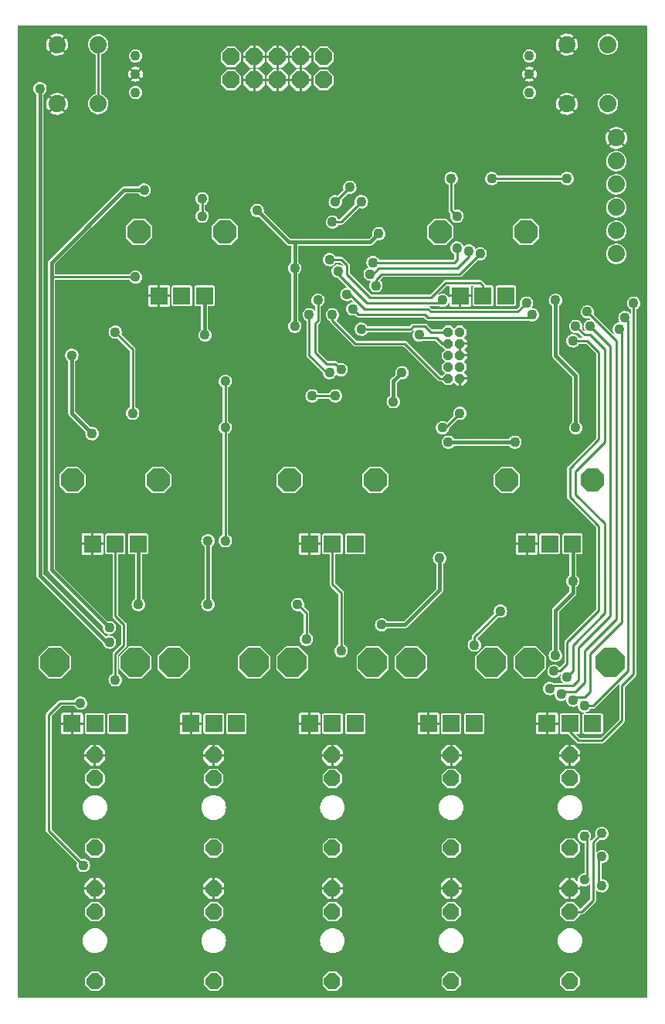
<source format=gbr>
%TF.GenerationSoftware,KiCad,Pcbnew,(6.0.11-0)*%
%TF.CreationDate,2023-04-29T13:53:27+02:00*%
%TF.ProjectId,rings,72696e67-732e-46b6-9963-61645f706362,rev?*%
%TF.SameCoordinates,Original*%
%TF.FileFunction,Copper,L2,Bot*%
%TF.FilePolarity,Positive*%
%FSLAX46Y46*%
G04 Gerber Fmt 4.6, Leading zero omitted, Abs format (unit mm)*
G04 Created by KiCad (PCBNEW (6.0.11-0)) date 2023-04-29 13:53:27*
%MOMM*%
%LPD*%
G01*
G04 APERTURE LIST*
G04 Aperture macros list*
%AMOutline5P*
0 Free polygon, 5 corners , with rotation*
0 The origin of the aperture is its center*
0 number of corners: always 5*
0 $1 to $10 corner X, Y*
0 $11 Rotation angle, in degrees counterclockwise*
0 create outline with 5 corners*
4,1,5,$1,$2,$3,$4,$5,$6,$7,$8,$9,$10,$1,$2,$11*%
%AMOutline6P*
0 Free polygon, 6 corners , with rotation*
0 The origin of the aperture is its center*
0 number of corners: always 6*
0 $1 to $12 corner X, Y*
0 $13 Rotation angle, in degrees counterclockwise*
0 create outline with 6 corners*
4,1,6,$1,$2,$3,$4,$5,$6,$7,$8,$9,$10,$11,$12,$1,$2,$13*%
%AMOutline7P*
0 Free polygon, 7 corners , with rotation*
0 The origin of the aperture is its center*
0 number of corners: always 7*
0 $1 to $14 corner X, Y*
0 $15 Rotation angle, in degrees counterclockwise*
0 create outline with 7 corners*
4,1,7,$1,$2,$3,$4,$5,$6,$7,$8,$9,$10,$11,$12,$13,$14,$1,$2,$15*%
%AMOutline8P*
0 Free polygon, 8 corners , with rotation*
0 The origin of the aperture is its center*
0 number of corners: always 8*
0 $1 to $16 corner X, Y*
0 $17 Rotation angle, in degrees counterclockwise*
0 create outline with 8 corners*
4,1,8,$1,$2,$3,$4,$5,$6,$7,$8,$9,$10,$11,$12,$13,$14,$15,$16,$1,$2,$17*%
G04 Aperture macros list end*
%TA.AperFunction,ComponentPad*%
%ADD10Outline8P,-0.533400X0.220942X-0.220942X0.533400X0.220942X0.533400X0.533400X0.220942X0.533400X-0.220942X0.220942X-0.533400X-0.220942X-0.533400X-0.533400X-0.220942X270.000000*%
%TD*%
%TA.AperFunction,ComponentPad*%
%ADD11C,1.879600*%
%TD*%
%TA.AperFunction,ComponentPad*%
%ADD12Outline8P,-0.939800X0.389278X-0.389278X0.939800X0.389278X0.939800X0.939800X0.389278X0.939800X-0.389278X0.389278X-0.939800X-0.389278X-0.939800X-0.939800X-0.389278X-0.000000*%
%TD*%
%TA.AperFunction,ComponentPad*%
%ADD13Outline8P,-1.587500X0.657564X-0.657564X1.587500X0.657564X1.587500X1.587500X0.657564X1.587500X-0.657564X0.657564X-1.587500X-0.657564X-1.587500X-1.587500X-0.657564X90.000000*%
%TD*%
%TA.AperFunction,ComponentPad*%
%ADD14R,1.879600X1.879600*%
%TD*%
%TA.AperFunction,ComponentPad*%
%ADD15Outline8P,-0.889000X0.368236X-0.368236X0.889000X0.368236X0.889000X0.889000X0.368236X0.889000X-0.368236X0.368236X-0.889000X-0.368236X-0.889000X-0.889000X-0.368236X180.000000*%
%TD*%
%TA.AperFunction,ComponentPad*%
%ADD16Outline8P,-1.270000X0.526051X-0.526051X1.270000X0.526051X1.270000X1.270000X0.526051X1.270000X-0.526051X0.526051X-1.270000X-0.526051X-1.270000X-1.270000X-0.526051X90.000000*%
%TD*%
%TA.AperFunction,ComponentPad*%
%ADD17C,1.106400*%
%TD*%
%TA.AperFunction,ViaPad*%
%ADD18C,1.108000*%
%TD*%
%TA.AperFunction,Conductor*%
%ADD19C,0.254000*%
%TD*%
%TA.AperFunction,Conductor*%
%ADD20C,0.406400*%
%TD*%
G04 APERTURE END LIST*
D10*
%TO.P,JP1,10*%
%TO.N,RESET*%
X161201100Y-90398600D03*
%TO.P,JP1,9*%
%TO.N,GND*%
X162471100Y-90398600D03*
%TO.P,JP1,8*%
%TO.N,JTDI*%
X161201100Y-89128600D03*
%TO.P,JP1,7*%
%TO.N,N/C*%
X162471100Y-89128600D03*
%TO.P,JP1,6*%
%TO.N,JTDO*%
X161201100Y-87858600D03*
%TO.P,JP1,5*%
%TO.N,GND*%
X162471100Y-87858600D03*
%TO.P,JP1,4*%
%TO.N,JTCK*%
X161201100Y-86588600D03*
%TO.P,JP1,3*%
%TO.N,GND*%
X162471100Y-86588600D03*
%TO.P,JP1,2*%
%TO.N,JTMS*%
X161201100Y-85318600D03*
%TO.P,JP1,1*%
%TO.N,+3V3*%
X162471100Y-85318600D03*
%TD*%
D11*
%TO.P,JP2,6*%
%TO.N,N/C*%
X179616100Y-76746100D03*
%TO.P,JP2,5*%
%TO.N,TX*%
X179616100Y-74206100D03*
%TO.P,JP2,4*%
%TO.N,RX*%
X179616100Y-71666100D03*
%TO.P,JP2,3*%
%TO.N,N/C*%
X179616100Y-69126100D03*
%TO.P,JP2,2*%
X179616100Y-66586100D03*
%TO.P,JP2,1*%
%TO.N,GND*%
X179616100Y-64046100D03*
%TD*%
D12*
%TO.P,JP3,10*%
%TO.N,N$64*%
X147548600Y-57696100D03*
%TO.P,JP3,9*%
X147548600Y-55156100D03*
%TO.P,JP3,8*%
%TO.N,GND*%
X145008600Y-57696100D03*
%TO.P,JP3,7*%
X145008600Y-55156100D03*
%TO.P,JP3,6*%
X142468600Y-57696100D03*
%TO.P,JP3,5*%
X142468600Y-55156100D03*
%TO.P,JP3,4*%
X139928600Y-57696100D03*
%TO.P,JP3,3*%
X139928600Y-55156100D03*
%TO.P,JP3,2*%
%TO.N,N$56*%
X137388600Y-57696100D03*
%TO.P,JP3,1*%
X137388600Y-55156100D03*
%TD*%
D13*
%TO.P,R45,P$5*%
%TO.N,N/C*%
X118066100Y-121513600D03*
%TO.P,R45,P$4*%
X126866100Y-121513600D03*
D14*
%TO.P,R45,P$3*%
%TO.N,GND*%
X119966100Y-128213600D03*
%TO.P,R45,P$2*%
%TO.N,BRIGHTNESS_ATT*%
X122466100Y-128213600D03*
%TO.P,R45,P$1*%
%TO.N,+3V3_A*%
X124966100Y-128213600D03*
%TD*%
D15*
%TO.P,J8,P1*%
%TO.N,GND*%
X148501100Y-146278600D03*
%TO.P,J8,P3*%
%TO.N,N$21*%
X148501100Y-156438600D03*
%TO.P,J8,P2*%
%TO.N,N$39*%
X148501100Y-148818600D03*
%TD*%
%TO.P,J10,P1*%
%TO.N,GND*%
X174536100Y-146278600D03*
%TO.P,J10,P3*%
%TO.N,N$29*%
X174536100Y-156438600D03*
%TO.P,J10,P2*%
%TO.N,N$45*%
X174536100Y-148818600D03*
%TD*%
%TO.P,J9,P1*%
%TO.N,GND*%
X161518600Y-146278600D03*
%TO.P,J9,P3*%
%TO.N,N$34*%
X161518600Y-156438600D03*
%TO.P,J9,P2*%
%TO.N,N$47*%
X161518600Y-148818600D03*
%TD*%
%TO.P,J1,P1*%
%TO.N,GND*%
X122466100Y-131673600D03*
%TO.P,J1,P3*%
%TO.N,N$1*%
X122466100Y-141833600D03*
%TO.P,J1,P2*%
%TO.N,N/C*%
X122466100Y-134213600D03*
%TD*%
%TO.P,J2,P1*%
%TO.N,GND*%
X135483600Y-131673600D03*
%TO.P,J2,P3*%
%TO.N,N$4*%
X135483600Y-141833600D03*
%TO.P,J2,P2*%
%TO.N,N$38*%
X135483600Y-134213600D03*
%TD*%
%TO.P,J3,P1*%
%TO.N,GND*%
X148501100Y-131673600D03*
%TO.P,J3,P3*%
%TO.N,N$10*%
X148501100Y-141833600D03*
%TO.P,J3,P2*%
%TO.N,N/C*%
X148501100Y-134213600D03*
%TD*%
%TO.P,J4,P1*%
%TO.N,GND*%
X161518600Y-131673600D03*
%TO.P,J4,P3*%
%TO.N,N$6*%
X161518600Y-141833600D03*
%TO.P,J4,P2*%
%TO.N,N/C*%
X161518600Y-134213600D03*
%TD*%
D13*
%TO.P,R46,P$5*%
%TO.N,N/C*%
X131083600Y-121513600D03*
%TO.P,R46,P$4*%
X139883600Y-121513600D03*
D14*
%TO.P,R46,P$3*%
%TO.N,GND*%
X132983600Y-128213600D03*
%TO.P,R46,P$2*%
%TO.N,FREQUENCY_ATT*%
X135483600Y-128213600D03*
%TO.P,R46,P$1*%
%TO.N,+3V3_A*%
X137983600Y-128213600D03*
%TD*%
D16*
%TO.P,R28,P$5*%
%TO.N,N/C*%
X119988600Y-101511100D03*
%TO.P,R28,P$4*%
X129388600Y-101511100D03*
D14*
%TO.P,R28,P$3*%
%TO.N,GND*%
X122188600Y-108511100D03*
%TO.P,R28,P$2*%
%TO.N,BRIGHTNESS_POT*%
X124688600Y-108511100D03*
%TO.P,R28,P$1*%
%TO.N,+3V3_A*%
X127188600Y-108511100D03*
%TD*%
D11*
%TO.P,SW1,4*%
%TO.N,SW_POLYPHONY*%
X122821700Y-53809900D03*
%TO.P,SW1,3*%
X122821700Y-60312300D03*
%TO.P,SW1,2*%
%TO.N,GND*%
X118300500Y-53809900D03*
%TO.P,SW1,1*%
X118300500Y-60312300D03*
%TD*%
D13*
%TO.P,R47,P$5*%
%TO.N,N/C*%
X144101100Y-121513600D03*
%TO.P,R47,P$4*%
X152901100Y-121513600D03*
D14*
%TO.P,R47,P$3*%
%TO.N,GND*%
X146001100Y-128213600D03*
%TO.P,R47,P$2*%
%TO.N,DAMP_ATT*%
X148501100Y-128213600D03*
%TO.P,R47,P$1*%
%TO.N,+3V3_A*%
X151001100Y-128213600D03*
%TD*%
D13*
%TO.P,R48,P$5*%
%TO.N,N/C*%
X157118600Y-121513600D03*
%TO.P,R48,P$4*%
X165918600Y-121513600D03*
D14*
%TO.P,R48,P$3*%
%TO.N,GND*%
X159018600Y-128213600D03*
%TO.P,R48,P$2*%
%TO.N,GEOMETRY_ATT*%
X161518600Y-128213600D03*
%TO.P,R48,P$1*%
%TO.N,+3V3_A*%
X164018600Y-128213600D03*
%TD*%
D13*
%TO.P,R49,P$5*%
%TO.N,N/C*%
X170136100Y-121513600D03*
%TO.P,R49,P$4*%
X178936100Y-121513600D03*
D14*
%TO.P,R49,P$3*%
%TO.N,GND*%
X172036100Y-128213600D03*
%TO.P,R49,P$2*%
%TO.N,POSITION_ATT*%
X174536100Y-128213600D03*
%TO.P,R49,P$1*%
%TO.N,+3V3_A*%
X177036100Y-128213600D03*
%TD*%
D16*
%TO.P,R9,P$5*%
%TO.N,N/C*%
X127291100Y-74333100D03*
%TO.P,R9,P$4*%
X136691100Y-74333100D03*
D14*
%TO.P,R9,P$3*%
%TO.N,GND*%
X129491100Y-81333100D03*
%TO.P,R9,P$2*%
%TO.N,FREQUENCY_POT*%
X131991100Y-81333100D03*
%TO.P,R9,P$1*%
%TO.N,+3V3_A*%
X134491100Y-81333100D03*
%TD*%
D16*
%TO.P,R29,P$5*%
%TO.N,N/C*%
X143801100Y-101511100D03*
%TO.P,R29,P$4*%
X153201100Y-101511100D03*
D14*
%TO.P,R29,P$3*%
%TO.N,GND*%
X146001100Y-108511100D03*
%TO.P,R29,P$2*%
%TO.N,DAMP_POT*%
X148501100Y-108511100D03*
%TO.P,R29,P$1*%
%TO.N,+3V3_A*%
X151001100Y-108511100D03*
%TD*%
D16*
%TO.P,R10,P$5*%
%TO.N,N/C*%
X160311100Y-74333100D03*
%TO.P,R10,P$4*%
X169711100Y-74333100D03*
D14*
%TO.P,R10,P$3*%
%TO.N,GND*%
X162511100Y-81333100D03*
%TO.P,R10,P$2*%
%TO.N,GEOMETRY_POT*%
X165011100Y-81333100D03*
%TO.P,R10,P$1*%
%TO.N,+3V3_A*%
X167511100Y-81333100D03*
%TD*%
D16*
%TO.P,R30,P$5*%
%TO.N,N/C*%
X167613600Y-101511100D03*
%TO.P,R30,P$4*%
X177013600Y-101511100D03*
D14*
%TO.P,R30,P$3*%
%TO.N,GND*%
X169813600Y-108511100D03*
%TO.P,R30,P$2*%
%TO.N,POSITION_POT*%
X172313600Y-108511100D03*
%TO.P,R30,P$1*%
%TO.N,+3V3_A*%
X174813600Y-108511100D03*
%TD*%
D15*
%TO.P,J7,P1*%
%TO.N,GND*%
X135483600Y-146278600D03*
%TO.P,J7,P3*%
%TO.N,N$3*%
X135483600Y-156438600D03*
%TO.P,J7,P2*%
%TO.N,CV_NORMALIZATION*%
X135483600Y-148818600D03*
%TD*%
%TO.P,J5,P1*%
%TO.N,GND*%
X174536100Y-131673600D03*
%TO.P,J5,P3*%
%TO.N,N$26*%
X174536100Y-141833600D03*
%TO.P,J5,P2*%
%TO.N,N/C*%
X174536100Y-134213600D03*
%TD*%
D11*
%TO.P,SW2,4*%
%TO.N,SW_MODE*%
X178701700Y-53809900D03*
%TO.P,SW2,3*%
X178701700Y-60312300D03*
%TO.P,SW2,2*%
%TO.N,GND*%
X174180500Y-53809900D03*
%TO.P,SW2,1*%
X174180500Y-60312300D03*
%TD*%
D17*
%TO.P,LED2,1*%
%TO.N,N$35*%
X170091100Y-59061100D03*
%TO.P,LED2,3*%
%TO.N,N$27*%
X170091100Y-55061100D03*
%TO.P,LED2,2*%
%TO.N,GND*%
X170091100Y-57061100D03*
%TD*%
%TO.P,LED1,1*%
%TO.N,N$22*%
X126911100Y-59061100D03*
%TO.P,LED1,3*%
%TO.N,N$12*%
X126911100Y-55061100D03*
%TO.P,LED1,2*%
%TO.N,GND*%
X126911100Y-57061100D03*
%TD*%
D15*
%TO.P,J6,P1*%
%TO.N,GND*%
X122466100Y-146278600D03*
%TO.P,J6,P3*%
%TO.N,N$9*%
X122466100Y-156438600D03*
%TO.P,J6,P2*%
%TO.N,N$20*%
X122466100Y-148818600D03*
%TD*%
D18*
%TO.N,NORMALIZATION_PROBE*%
X121196100Y-143738600D03*
X120878600Y-125958600D03*
%TO.N,N$46*%
X164058600Y-119608600D03*
X176123600Y-140563600D03*
X176123600Y-145326100D03*
X166916100Y-115877900D03*
%TO.N,N$45*%
X178028600Y-140246100D03*
X145643600Y-118973600D03*
X144691100Y-115163600D03*
%TO.N,N$37*%
X163423600Y-76428600D03*
X152628600Y-78968600D03*
%TO.N,N$44*%
X162153600Y-76111100D03*
X152946100Y-77698600D03*
%TO.N,N$43*%
X164693600Y-76746100D03*
X153263600Y-80238600D03*
%TO.N,N$40*%
X151676100Y-71031100D03*
X148501100Y-73253600D03*
%TO.N,FREQUENCY_ATT*%
X176441100Y-83096100D03*
X173583600Y-125006100D03*
%TO.N,MUXED_POTS*%
X160566100Y-81826100D03*
X149136100Y-78651100D03*
%TO.N,GEOMETRY_POT*%
X148183600Y-77381100D03*
%TO.N,DAMP_POT*%
X149453600Y-120243600D03*
X174853600Y-86271100D03*
X172789900Y-122466100D03*
%TO.N,FREQUENCY_POT*%
X134213600Y-72618600D03*
X134213600Y-70713600D03*
%TO.N,POSITION_ATT*%
X181521100Y-82143600D03*
%TO.N,BRIGHTNESS_ATT*%
X176758600Y-84683600D03*
X172313600Y-124371100D03*
%TO.N,BRIGHTNESS_POT*%
X175171100Y-84683600D03*
X174218600Y-123101100D03*
X124688600Y-123418600D03*
%TO.N,GEOMETRY_ATT*%
X180568600Y-83731100D03*
X176123600Y-126276100D03*
%TO.N,DAMP_ATT*%
X179933600Y-85001100D03*
X174853600Y-125641100D03*
%TO.N,N$18*%
X178028600Y-142786100D03*
X178028600Y-145961100D03*
%TO.N,VEE*%
X126911100Y-79286100D03*
X124053600Y-117703600D03*
X127863600Y-69761100D03*
%TO.N,AREF_-10*%
X124688600Y-85318600D03*
X126593600Y-94208600D03*
X136753600Y-90716100D03*
X136753600Y-108178600D03*
X136753600Y-95796100D03*
%TO.N,VCC*%
X116433600Y-58648600D03*
X124053600Y-119291100D03*
X153898600Y-117386100D03*
X160248600Y-110083600D03*
%TO.N,I2C_SDA*%
X160566100Y-95796100D03*
X162471100Y-94208600D03*
X145961100Y-83413600D03*
X148183600Y-89763600D03*
%TO.N,I2C_SCL*%
X146913600Y-81826100D03*
X149453600Y-89446100D03*
%TO.N,+3V3_A*%
X174853600Y-112623600D03*
X175171100Y-95796100D03*
X122148600Y-96431100D03*
X134848600Y-115163600D03*
X134848600Y-108178600D03*
X127228600Y-115163600D03*
X134531100Y-85636100D03*
X119926100Y-87858600D03*
X168503600Y-97383600D03*
X161201100Y-97383600D03*
X172948600Y-81826100D03*
X172948600Y-120719800D03*
%TO.N,I2S_SCK*%
X146278600Y-92303600D03*
X148818600Y-92303600D03*
%TO.N,JTMS*%
X151676100Y-85001100D03*
%TO.N,JTCK*%
X158026100Y-85636100D03*
%TO.N,TX*%
X169773600Y-82143600D03*
X150088600Y-81191100D03*
%TO.N,RX*%
X170408600Y-83413600D03*
X150723600Y-82778600D03*
%TO.N,RESET*%
X148501100Y-83413600D03*
X150406100Y-69443600D03*
X148818600Y-71031100D03*
%TO.N,BOOT_FLASH*%
X174218600Y-68491100D03*
X165963600Y-68491100D03*
%TO.N,+3V3*%
X161518600Y-68491100D03*
X162153600Y-72618600D03*
X153581100Y-74523600D03*
X144373600Y-84683600D03*
X144373600Y-78333600D03*
X140246100Y-71983600D03*
X155168600Y-92938600D03*
X156121100Y-89763600D03*
%TO.N,GND*%
X127228600Y-71031100D03*
X141516100Y-101511100D03*
X124371100Y-86588600D03*
X130403600Y-125958600D03*
X129133600Y-152628600D03*
X167868600Y-131673600D03*
X155168600Y-131673600D03*
X118973600Y-97383600D03*
X167868600Y-88493600D03*
X176441100Y-91351100D03*
X171043600Y-91351100D03*
X120878600Y-71983600D03*
X119291100Y-71983600D03*
X115163600Y-71983600D03*
X119291100Y-70078600D03*
X117703600Y-70078600D03*
X115163600Y-70078600D03*
X115163600Y-68173600D03*
X115163600Y-66268600D03*
X115163600Y-64363600D03*
X115163600Y-62458600D03*
X119926100Y-61506100D03*
X118973600Y-107543600D03*
X162153600Y-98336100D03*
X173583600Y-111671100D03*
X159296100Y-80238600D03*
X151041100Y-76428600D03*
X167233600Y-152628600D03*
X141833600Y-152628600D03*
X129133600Y-136753600D03*
X167868600Y-136753600D03*
X155168600Y-136753600D03*
X141833600Y-136753600D03*
X126593600Y-138023600D03*
X141833600Y-131991100D03*
X167868600Y-127863600D03*
X155168600Y-127863600D03*
X141833600Y-127863600D03*
X171043600Y-103733600D03*
X170091100Y-110718600D03*
X148183600Y-103733600D03*
X135483600Y-88176100D03*
X153898600Y-65633600D03*
X136753600Y-77063600D03*
X171043600Y-70713600D03*
X175171100Y-97701100D03*
X176123600Y-111671100D03*
X177393600Y-136753600D03*
X181838600Y-153263600D03*
X164693600Y-157073600D03*
X139293600Y-157073600D03*
X118973600Y-157073600D03*
X115163600Y-153263600D03*
X115163600Y-143103600D03*
X181838600Y-56743600D03*
X176123600Y-52933600D03*
X120243600Y-52933600D03*
X115163600Y-56743600D03*
X115163600Y-84366100D03*
X115163600Y-97383600D03*
X115163600Y-102463600D03*
X115163600Y-112623600D03*
X141516100Y-114211100D03*
X172313600Y-96113600D03*
X124371100Y-69443600D03*
X127863600Y-96748600D03*
X125958600Y-105638600D03*
X132626100Y-101193600D03*
X140563600Y-66268600D03*
X129451100Y-66268600D03*
X135483600Y-102146100D03*
X152628600Y-116433600D03*
X171043600Y-114528600D03*
X158978600Y-94208600D03*
X145643600Y-80238600D03*
X148183600Y-97066100D03*
X147707400Y-84524800D03*
X133261100Y-66268600D03*
X136753600Y-66268600D03*
X157391100Y-56743600D03*
X164058600Y-64363600D03*
X146278600Y-64998600D03*
X157708600Y-62776100D03*
X127228600Y-85636100D03*
X127228600Y-65316100D03*
X117703600Y-71983600D03*
X146278600Y-115163600D03*
X162153600Y-109766100D03*
X167233600Y-108178600D03*
X143103600Y-72301100D03*
X158026100Y-76746100D03*
X124371100Y-90398600D03*
X138023600Y-102146100D03*
X142151100Y-76111100D03*
X140881100Y-86588600D03*
X141516100Y-81191100D03*
X135166100Y-96431100D03*
X151676100Y-99606100D03*
X172313600Y-79921100D03*
X171043600Y-86271100D03*
X155168600Y-88811100D03*
X150406100Y-92938600D03*
%TD*%
D19*
%TO.N,NORMALIZATION_PROBE*%
X117386100Y-139928600D02*
X117386100Y-127228600D01*
X121196100Y-143738600D02*
X117386100Y-139928600D01*
X117386100Y-127228600D02*
X118656100Y-125958600D01*
X118656100Y-125958600D02*
X120878600Y-125958600D01*
%TO.N,N$46*%
X164058600Y-119608600D02*
X164058600Y-118735400D01*
X164058600Y-118735400D02*
X166916100Y-115877900D01*
X164058600Y-119608600D02*
X164217400Y-119449800D01*
X176441100Y-140881100D02*
X176123600Y-140563600D01*
X176441100Y-145008600D02*
X176441100Y-140881100D01*
X176123600Y-145326100D02*
X176441100Y-145008600D01*
%TO.N,N$45*%
X174536100Y-148818600D02*
X175806100Y-148818600D01*
X175806100Y-148818600D02*
X177076100Y-147548600D01*
X177076100Y-147548600D02*
X177076100Y-141198600D01*
X177076100Y-141198600D02*
X178028600Y-140246100D01*
X145643600Y-118973600D02*
X145643600Y-116116100D01*
X145643600Y-116116100D02*
X144691100Y-115163600D01*
%TO.N,N$37*%
X163423600Y-77063600D02*
X162153600Y-78333600D01*
X163423600Y-76428600D02*
X163423600Y-77063600D01*
X162153600Y-78333600D02*
X153581100Y-78333600D01*
X153581100Y-78333600D02*
X152946100Y-78968600D01*
X152946100Y-78968600D02*
X152628600Y-78968600D01*
%TO.N,N$44*%
X162153600Y-77381100D02*
X162153600Y-76111100D01*
X161836100Y-77698600D02*
X162153600Y-77381100D01*
X152946100Y-77698600D02*
X161836100Y-77698600D01*
%TO.N,N$43*%
X164693600Y-76746100D02*
X162471100Y-78968600D01*
X162471100Y-78968600D02*
X153898600Y-78968600D01*
X153898600Y-78968600D02*
X153263600Y-79603600D01*
X153263600Y-79603600D02*
X153263600Y-80238600D01*
%TO.N,N$40*%
X148501100Y-73253600D02*
X149453600Y-73253600D01*
X149453600Y-73253600D02*
X151676100Y-71031100D01*
%TO.N,FREQUENCY_ATT*%
X179616100Y-86271100D02*
X176441100Y-83096100D01*
X179616100Y-116751100D02*
X179616100Y-86271100D01*
X176123600Y-123736100D02*
X176123600Y-120243600D01*
X175171100Y-124688600D02*
X176123600Y-123736100D01*
X173901100Y-124688600D02*
X175171100Y-124688600D01*
X173583600Y-125006100D02*
X173901100Y-124688600D01*
X176123600Y-120243600D02*
X179616100Y-116751100D01*
%TO.N,MUXED_POTS*%
X160248600Y-82143600D02*
X160566100Y-81826100D01*
X152311100Y-82143600D02*
X160248600Y-82143600D01*
X149136100Y-78968600D02*
X152311100Y-82143600D01*
X149136100Y-78651100D02*
X149136100Y-78968600D01*
%TO.N,GEOMETRY_POT*%
X165011100Y-80238600D02*
X165011100Y-81333100D01*
X164693600Y-79921100D02*
X165011100Y-80238600D01*
X160883600Y-79921100D02*
X164693600Y-79921100D01*
X159296100Y-81508600D02*
X160883600Y-79921100D01*
X152628600Y-81508600D02*
X159296100Y-81508600D01*
X150088600Y-78968600D02*
X152628600Y-81508600D01*
X150088600Y-78016100D02*
X150088600Y-78968600D01*
X149453600Y-77381100D02*
X150088600Y-78016100D01*
X148183600Y-77381100D02*
X149453600Y-77381100D01*
%TO.N,DAMP_POT*%
X148501100Y-112941100D02*
X148501100Y-108511100D01*
X149453600Y-113893600D02*
X148501100Y-112941100D01*
X149453600Y-120243600D02*
X149453600Y-113893600D01*
X176441100Y-86271100D02*
X174853600Y-86271100D01*
X177711100Y-87541100D02*
X176441100Y-86271100D01*
X177711100Y-97066100D02*
X177711100Y-87541100D01*
X174536100Y-100241100D02*
X177711100Y-97066100D01*
X174536100Y-103416100D02*
X174536100Y-100241100D01*
X177711100Y-106591100D02*
X174536100Y-103416100D01*
X177711100Y-115798500D02*
X177711100Y-106591100D01*
X174218600Y-119291000D02*
X177711100Y-115798500D01*
X174218600Y-121672300D02*
X174218600Y-119291000D01*
X173424900Y-122466100D02*
X174218600Y-121672300D01*
X172789900Y-122466100D02*
X173424900Y-122466100D01*
%TO.N,FREQUENCY_POT*%
X134213600Y-72618600D02*
X134213600Y-70713600D01*
%TO.N,POSITION_ATT*%
X181521100Y-122783600D02*
X181521100Y-82143600D01*
X180251100Y-127863600D02*
X180251100Y-124053600D01*
X178028600Y-130086100D02*
X180251100Y-127863600D01*
X175488600Y-130086100D02*
X178028600Y-130086100D01*
X174536100Y-129133600D02*
X175488600Y-130086100D01*
X174536100Y-128213600D02*
X174536100Y-129133600D01*
X180251100Y-124053600D02*
X181521100Y-122783600D01*
%TO.N,BRIGHTNESS_ATT*%
X178981100Y-86906100D02*
X176758600Y-84683600D01*
X178981100Y-116433600D02*
X178981100Y-86906100D01*
X175488600Y-123418600D02*
X175488600Y-119926100D01*
X174853600Y-124053600D02*
X175488600Y-123418600D01*
X172631100Y-124053600D02*
X174853600Y-124053600D01*
X172313600Y-124371100D02*
X172631100Y-124053600D01*
X175488600Y-119926100D02*
X178981100Y-116433600D01*
%TO.N,BRIGHTNESS_POT*%
X178346100Y-97383600D02*
X178346100Y-87223600D01*
X178346100Y-87223600D02*
X176758600Y-85636100D01*
X176758600Y-85636100D02*
X176123600Y-85636100D01*
X176123600Y-85636100D02*
X175171100Y-84683600D01*
X175171100Y-100558600D02*
X178346100Y-97383600D01*
X175171100Y-103098600D02*
X175171100Y-100558600D01*
X178346100Y-106273600D02*
X175171100Y-103098600D01*
X178346100Y-116116200D02*
X178346100Y-106273600D01*
X174853600Y-119608700D02*
X178346100Y-116116200D01*
X174853600Y-122466100D02*
X174853600Y-119608700D01*
X174218600Y-123101100D02*
X174853600Y-122466100D01*
X124688600Y-116433600D02*
X124688600Y-108511100D01*
X125641100Y-117386100D02*
X124688600Y-116433600D01*
X125641100Y-119608600D02*
X125641100Y-117386100D01*
X124688600Y-120561100D02*
X125641100Y-119608600D01*
X124688600Y-123418600D02*
X124688600Y-120561100D01*
%TO.N,GEOMETRY_ATT*%
X180886100Y-84048600D02*
X180568600Y-83731100D01*
X180886100Y-122466100D02*
X180886100Y-84048600D01*
X177076100Y-126276100D02*
X180886100Y-122466100D01*
X176123600Y-126276100D02*
X177076100Y-126276100D01*
%TO.N,DAMP_ATT*%
X180251100Y-85318600D02*
X179933600Y-85001100D01*
X180251100Y-117068600D02*
X180251100Y-85318600D01*
X176758600Y-124688600D02*
X176758600Y-120561100D01*
X176123600Y-125323600D02*
X176758600Y-124688600D01*
X175171100Y-125323600D02*
X176123600Y-125323600D01*
X174853600Y-125641100D02*
X175171100Y-125323600D01*
X176758600Y-120561100D02*
X180251100Y-117068600D01*
%TO.N,SW_POLYPHONY*%
X122821700Y-60312300D02*
X122821700Y-53809900D01*
%TO.N,N$18*%
X177711100Y-145643600D02*
X178028600Y-145961100D01*
X177711100Y-145326100D02*
X177711100Y-145643600D01*
X177711100Y-143421100D02*
X177711100Y-145326100D01*
X177711100Y-143103600D02*
X177711100Y-143421100D01*
X178028600Y-142786100D02*
X177711100Y-143103600D01*
%TO.N,VEE*%
X117703600Y-79286100D02*
X126911100Y-79286100D01*
D20*
X117703600Y-111353600D02*
X124053600Y-117703600D01*
X117703600Y-79286100D02*
X117703600Y-77698600D01*
X117703600Y-111353600D02*
X117703600Y-79286100D01*
X117703600Y-77698600D02*
X125641100Y-69761100D01*
X125641100Y-69761100D02*
X127863600Y-69761100D01*
D19*
%TO.N,AREF_-10*%
X126593600Y-87223600D02*
X124688600Y-85318600D01*
X126593600Y-94208600D02*
X126593600Y-87223600D01*
X136753600Y-95796100D02*
X136753600Y-90716100D01*
X136753600Y-108178600D02*
X136753600Y-95796100D01*
D20*
%TO.N,VCC*%
X116433600Y-111988600D02*
X116433600Y-58648600D01*
X123736100Y-119291100D02*
X116433600Y-111988600D01*
X123736100Y-119291100D02*
X124053600Y-119291100D01*
X153898600Y-117386100D02*
X156438600Y-117386100D01*
X156438600Y-117386100D02*
X160248600Y-113576100D01*
X160248600Y-113576100D02*
X160248600Y-110083600D01*
D19*
%TO.N,I2C_SDA*%
X160566100Y-95796100D02*
X160883600Y-95796100D01*
X160883600Y-95796100D02*
X162471100Y-94208600D01*
X145961100Y-87858600D02*
X145961100Y-83413600D01*
X147866100Y-89763600D02*
X145961100Y-87858600D01*
X148183600Y-89763600D02*
X147866100Y-89763600D01*
%TO.N,I2C_SCL*%
X148818600Y-88811100D02*
X149453600Y-89446100D01*
X147866100Y-88811100D02*
X148818600Y-88811100D01*
X146596100Y-87541100D02*
X147866100Y-88811100D01*
X146596100Y-87541100D02*
X146596100Y-84366100D01*
X146913600Y-84048600D02*
X146913600Y-81826100D01*
X146596100Y-84366100D02*
X146913600Y-84048600D01*
D20*
%TO.N,+3V3_A*%
X119926100Y-94208600D02*
X119926100Y-87858600D01*
X122148600Y-96431100D02*
X119926100Y-94208600D01*
X134848600Y-115163600D02*
X134848600Y-108178600D01*
X127228600Y-115163600D02*
X127228600Y-108551100D01*
X127228600Y-108551100D02*
X127188600Y-108511100D01*
X134491100Y-85596100D02*
X134491100Y-81333100D01*
X134531100Y-85636100D02*
X134491100Y-85596100D01*
X175171100Y-95796100D02*
X175171100Y-90081100D01*
X168503600Y-97383600D02*
X161201100Y-97383600D01*
X172948600Y-87858600D02*
X172948600Y-81826100D01*
X175171100Y-90081100D02*
X172948600Y-87858600D01*
X174813600Y-108511100D02*
X174853600Y-108471100D01*
X172948600Y-120719800D02*
X172948600Y-115798600D01*
X172948600Y-115798600D02*
X174853600Y-113893600D01*
X174853600Y-112623600D02*
X174853600Y-108551100D01*
X174853600Y-113893600D02*
X174853600Y-112623600D01*
X174853600Y-108551100D02*
X174813600Y-108511100D01*
D19*
%TO.N,I2S_SCK*%
X146278600Y-92303600D02*
X148818600Y-92303600D01*
%TO.N,JTMS*%
X157073600Y-85001100D02*
X157391100Y-84683600D01*
X151676100Y-85001100D02*
X157073600Y-85001100D01*
X159296100Y-85318600D02*
X161201100Y-85318600D01*
X158661100Y-84683600D02*
X159296100Y-85318600D01*
X157391100Y-84683600D02*
X158661100Y-84683600D01*
%TO.N,JTCK*%
X160566100Y-86588600D02*
X161201100Y-86588600D01*
X159931100Y-85953600D02*
X160566100Y-86588600D01*
X158343600Y-85953600D02*
X159931100Y-85953600D01*
X158026100Y-85636100D02*
X158343600Y-85953600D01*
%TO.N,TX*%
X168821100Y-83096100D02*
X169773600Y-82143600D01*
X159296100Y-83096100D02*
X168821100Y-83096100D01*
X158978600Y-82778600D02*
X159296100Y-83096100D01*
X151993600Y-82778600D02*
X158978600Y-82778600D01*
X150406100Y-81191100D02*
X151993600Y-82778600D01*
X150088600Y-81191100D02*
X150406100Y-81191100D01*
%TO.N,RX*%
X170091100Y-83731100D02*
X170408600Y-83413600D01*
X158978600Y-83731100D02*
X170091100Y-83731100D01*
X158661100Y-83413600D02*
X158978600Y-83731100D01*
X151358600Y-83413600D02*
X158661100Y-83413600D01*
X150723600Y-82778600D02*
X151358600Y-83413600D01*
%TO.N,RESET*%
X160248600Y-90398600D02*
X161201100Y-90398600D01*
X156438600Y-86588600D02*
X160248600Y-90398600D01*
X151041100Y-86588600D02*
X156438600Y-86588600D01*
X148501100Y-84048600D02*
X151041100Y-86588600D01*
X148501100Y-83413600D02*
X148501100Y-84048600D01*
X148818600Y-71031100D02*
X150406100Y-69443600D01*
%TO.N,BOOT_FLASH*%
X174218600Y-68491100D02*
X165963600Y-68491100D01*
%TO.N,+3V3*%
X161518600Y-71983600D02*
X161518600Y-68491100D01*
X162153600Y-72618600D02*
X161518600Y-71983600D01*
D20*
X144373600Y-75476100D02*
X152628600Y-75476100D01*
X152628600Y-75476100D02*
X153581100Y-74523600D01*
X144373600Y-84683600D02*
X144373600Y-78333600D01*
X144373600Y-78333600D02*
X144373600Y-75476100D01*
X144373600Y-75476100D02*
X143738600Y-75476100D01*
X143738600Y-75476100D02*
X140246100Y-71983600D01*
X155168600Y-90716100D02*
X155168600Y-92938600D01*
X156121100Y-89763600D02*
X155168600Y-90716100D01*
%TD*%
%TA.AperFunction,Conductor*%
%TO.N,GND*%
G36*
X182991914Y-51780286D02*
G01*
X183006500Y-51815500D01*
X183006500Y-158191700D01*
X182991914Y-158226914D01*
X182956700Y-158241500D01*
X114045500Y-158241500D01*
X114010286Y-158226914D01*
X113995700Y-158191700D01*
X113995700Y-156052723D01*
X121398800Y-156052723D01*
X121398801Y-156824477D01*
X121409267Y-156876698D01*
X121438549Y-156920439D01*
X121984261Y-157466152D01*
X122028588Y-157495676D01*
X122033391Y-157496627D01*
X122077833Y-157505427D01*
X122077835Y-157505427D01*
X122080223Y-157505900D01*
X122463820Y-157505900D01*
X122851977Y-157505899D01*
X122904198Y-157495433D01*
X122942657Y-157469687D01*
X122945909Y-157467510D01*
X122947939Y-157466151D01*
X123493652Y-156920439D01*
X123523176Y-156876112D01*
X123533400Y-156824477D01*
X123533399Y-156052723D01*
X134416300Y-156052723D01*
X134416301Y-156824477D01*
X134426767Y-156876698D01*
X134456049Y-156920439D01*
X135001761Y-157466152D01*
X135046088Y-157495676D01*
X135050891Y-157496627D01*
X135095333Y-157505427D01*
X135095335Y-157505427D01*
X135097723Y-157505900D01*
X135481320Y-157505900D01*
X135869477Y-157505899D01*
X135921698Y-157495433D01*
X135960157Y-157469687D01*
X135963409Y-157467510D01*
X135965439Y-157466151D01*
X136511152Y-156920439D01*
X136540676Y-156876112D01*
X136550900Y-156824477D01*
X136550899Y-156052723D01*
X147433800Y-156052723D01*
X147433801Y-156824477D01*
X147444267Y-156876698D01*
X147473549Y-156920439D01*
X148019261Y-157466152D01*
X148063588Y-157495676D01*
X148068391Y-157496627D01*
X148112833Y-157505427D01*
X148112835Y-157505427D01*
X148115223Y-157505900D01*
X148498820Y-157505900D01*
X148886977Y-157505899D01*
X148939198Y-157495433D01*
X148977657Y-157469687D01*
X148980909Y-157467510D01*
X148982939Y-157466151D01*
X149528652Y-156920439D01*
X149558176Y-156876112D01*
X149568400Y-156824477D01*
X149568399Y-156052723D01*
X160451300Y-156052723D01*
X160451301Y-156824477D01*
X160461767Y-156876698D01*
X160491049Y-156920439D01*
X161036761Y-157466152D01*
X161081088Y-157495676D01*
X161085891Y-157496627D01*
X161130333Y-157505427D01*
X161130335Y-157505427D01*
X161132723Y-157505900D01*
X161516320Y-157505900D01*
X161904477Y-157505899D01*
X161956698Y-157495433D01*
X161995157Y-157469687D01*
X161998409Y-157467510D01*
X162000439Y-157466151D01*
X162546152Y-156920439D01*
X162575676Y-156876112D01*
X162585900Y-156824477D01*
X162585899Y-156052723D01*
X173468800Y-156052723D01*
X173468801Y-156824477D01*
X173479267Y-156876698D01*
X173508549Y-156920439D01*
X174054261Y-157466152D01*
X174098588Y-157495676D01*
X174103391Y-157496627D01*
X174147833Y-157505427D01*
X174147835Y-157505427D01*
X174150223Y-157505900D01*
X174533820Y-157505900D01*
X174921977Y-157505899D01*
X174974198Y-157495433D01*
X175012657Y-157469687D01*
X175015909Y-157467510D01*
X175017939Y-157466151D01*
X175563652Y-156920439D01*
X175593176Y-156876112D01*
X175603400Y-156824477D01*
X175603399Y-156052723D01*
X175592933Y-156000502D01*
X175563651Y-155956761D01*
X175017939Y-155411048D01*
X174973612Y-155381524D01*
X174965433Y-155379904D01*
X174924367Y-155371773D01*
X174924365Y-155371773D01*
X174921977Y-155371300D01*
X174538381Y-155371300D01*
X174150223Y-155371301D01*
X174098002Y-155381767D01*
X174059543Y-155407513D01*
X174056302Y-155409683D01*
X174054261Y-155411049D01*
X173508548Y-155956761D01*
X173479024Y-156001088D01*
X173468800Y-156052723D01*
X162585899Y-156052723D01*
X162575433Y-156000502D01*
X162546151Y-155956761D01*
X162000439Y-155411048D01*
X161956112Y-155381524D01*
X161947933Y-155379904D01*
X161906867Y-155371773D01*
X161906865Y-155371773D01*
X161904477Y-155371300D01*
X161520881Y-155371300D01*
X161132723Y-155371301D01*
X161080502Y-155381767D01*
X161042043Y-155407513D01*
X161038802Y-155409683D01*
X161036761Y-155411049D01*
X160491048Y-155956761D01*
X160461524Y-156001088D01*
X160451300Y-156052723D01*
X149568399Y-156052723D01*
X149557933Y-156000502D01*
X149528651Y-155956761D01*
X148982939Y-155411048D01*
X148938612Y-155381524D01*
X148930433Y-155379904D01*
X148889367Y-155371773D01*
X148889365Y-155371773D01*
X148886977Y-155371300D01*
X148503381Y-155371300D01*
X148115223Y-155371301D01*
X148063002Y-155381767D01*
X148024543Y-155407513D01*
X148021302Y-155409683D01*
X148019261Y-155411049D01*
X147473548Y-155956761D01*
X147444024Y-156001088D01*
X147433800Y-156052723D01*
X136550899Y-156052723D01*
X136540433Y-156000502D01*
X136511151Y-155956761D01*
X135965439Y-155411048D01*
X135921112Y-155381524D01*
X135912933Y-155379904D01*
X135871867Y-155371773D01*
X135871865Y-155371773D01*
X135869477Y-155371300D01*
X135485881Y-155371300D01*
X135097723Y-155371301D01*
X135045502Y-155381767D01*
X135007043Y-155407513D01*
X135003802Y-155409683D01*
X135001761Y-155411049D01*
X134456048Y-155956761D01*
X134426524Y-156001088D01*
X134416300Y-156052723D01*
X123533399Y-156052723D01*
X123522933Y-156000502D01*
X123493651Y-155956761D01*
X122947939Y-155411048D01*
X122903612Y-155381524D01*
X122895433Y-155379904D01*
X122854367Y-155371773D01*
X122854365Y-155371773D01*
X122851977Y-155371300D01*
X122468381Y-155371300D01*
X122080223Y-155371301D01*
X122028002Y-155381767D01*
X121989543Y-155407513D01*
X121986302Y-155409683D01*
X121984261Y-155411049D01*
X121438548Y-155956761D01*
X121409024Y-156001088D01*
X121398800Y-156052723D01*
X113995700Y-156052723D01*
X113995700Y-151993600D01*
X121110441Y-151993600D01*
X121131037Y-152229008D01*
X121192197Y-152457263D01*
X121292065Y-152671429D01*
X121427605Y-152865001D01*
X121594699Y-153032095D01*
X121788271Y-153167635D01*
X121790236Y-153168551D01*
X121790239Y-153168553D01*
X121895354Y-153217569D01*
X122002437Y-153267503D01*
X122230692Y-153328663D01*
X122407134Y-153344100D01*
X122525066Y-153344100D01*
X122701508Y-153328663D01*
X122929763Y-153267503D01*
X123036846Y-153217569D01*
X123141961Y-153168553D01*
X123141964Y-153168551D01*
X123143929Y-153167635D01*
X123337501Y-153032095D01*
X123504595Y-152865001D01*
X123640135Y-152671430D01*
X123740003Y-152457263D01*
X123801163Y-152229008D01*
X123821759Y-151993600D01*
X134127941Y-151993600D01*
X134148537Y-152229008D01*
X134209697Y-152457263D01*
X134309565Y-152671429D01*
X134445105Y-152865001D01*
X134612199Y-153032095D01*
X134805771Y-153167635D01*
X134807736Y-153168551D01*
X134807739Y-153168553D01*
X134912854Y-153217569D01*
X135019937Y-153267503D01*
X135248192Y-153328663D01*
X135424634Y-153344100D01*
X135542566Y-153344100D01*
X135719008Y-153328663D01*
X135947263Y-153267503D01*
X136054346Y-153217569D01*
X136159461Y-153168553D01*
X136159464Y-153168551D01*
X136161429Y-153167635D01*
X136355001Y-153032095D01*
X136522095Y-152865001D01*
X136657635Y-152671430D01*
X136757503Y-152457263D01*
X136818663Y-152229008D01*
X136839259Y-151993600D01*
X147145441Y-151993600D01*
X147166037Y-152229008D01*
X147227197Y-152457263D01*
X147327065Y-152671429D01*
X147462605Y-152865001D01*
X147629699Y-153032095D01*
X147823271Y-153167635D01*
X147825236Y-153168551D01*
X147825239Y-153168553D01*
X147930354Y-153217569D01*
X148037437Y-153267503D01*
X148265692Y-153328663D01*
X148442134Y-153344100D01*
X148560066Y-153344100D01*
X148736508Y-153328663D01*
X148964763Y-153267503D01*
X149071846Y-153217569D01*
X149176961Y-153168553D01*
X149176964Y-153168551D01*
X149178929Y-153167635D01*
X149372501Y-153032095D01*
X149539595Y-152865001D01*
X149675135Y-152671430D01*
X149775003Y-152457263D01*
X149836163Y-152229008D01*
X149856759Y-151993600D01*
X160162941Y-151993600D01*
X160183537Y-152229008D01*
X160244697Y-152457263D01*
X160344565Y-152671429D01*
X160480105Y-152865001D01*
X160647199Y-153032095D01*
X160840771Y-153167635D01*
X160842736Y-153168551D01*
X160842739Y-153168553D01*
X160947854Y-153217569D01*
X161054937Y-153267503D01*
X161283192Y-153328663D01*
X161459634Y-153344100D01*
X161577566Y-153344100D01*
X161754008Y-153328663D01*
X161982263Y-153267503D01*
X162089346Y-153217569D01*
X162194461Y-153168553D01*
X162194464Y-153168551D01*
X162196429Y-153167635D01*
X162390001Y-153032095D01*
X162557095Y-152865001D01*
X162692635Y-152671430D01*
X162792503Y-152457263D01*
X162853663Y-152229008D01*
X162874259Y-151993600D01*
X173180441Y-151993600D01*
X173201037Y-152229008D01*
X173262197Y-152457263D01*
X173362065Y-152671429D01*
X173497605Y-152865001D01*
X173664699Y-153032095D01*
X173858271Y-153167635D01*
X173860236Y-153168551D01*
X173860239Y-153168553D01*
X173965354Y-153217569D01*
X174072437Y-153267503D01*
X174300692Y-153328663D01*
X174477134Y-153344100D01*
X174595066Y-153344100D01*
X174771508Y-153328663D01*
X174999763Y-153267503D01*
X175106846Y-153217569D01*
X175211961Y-153168553D01*
X175211964Y-153168551D01*
X175213929Y-153167635D01*
X175407501Y-153032095D01*
X175574595Y-152865001D01*
X175710135Y-152671430D01*
X175810003Y-152457263D01*
X175871163Y-152229008D01*
X175891759Y-151993600D01*
X175871163Y-151758192D01*
X175810003Y-151529937D01*
X175710135Y-151315771D01*
X175574595Y-151122199D01*
X175407501Y-150955105D01*
X175213929Y-150819565D01*
X175211964Y-150818649D01*
X175211961Y-150818647D01*
X175106846Y-150769631D01*
X174999763Y-150719697D01*
X174771508Y-150658537D01*
X174595066Y-150643100D01*
X174477134Y-150643100D01*
X174300692Y-150658537D01*
X174072437Y-150719697D01*
X173965354Y-150769631D01*
X173860239Y-150818647D01*
X173860236Y-150818649D01*
X173858271Y-150819565D01*
X173664699Y-150955105D01*
X173497605Y-151122199D01*
X173362065Y-151315770D01*
X173262197Y-151529937D01*
X173201037Y-151758192D01*
X173180441Y-151993600D01*
X162874259Y-151993600D01*
X162853663Y-151758192D01*
X162792503Y-151529937D01*
X162692635Y-151315771D01*
X162557095Y-151122199D01*
X162390001Y-150955105D01*
X162196429Y-150819565D01*
X162194464Y-150818649D01*
X162194461Y-150818647D01*
X162089346Y-150769631D01*
X161982263Y-150719697D01*
X161754008Y-150658537D01*
X161577566Y-150643100D01*
X161459634Y-150643100D01*
X161283192Y-150658537D01*
X161054937Y-150719697D01*
X160947854Y-150769631D01*
X160842739Y-150818647D01*
X160842736Y-150818649D01*
X160840771Y-150819565D01*
X160647199Y-150955105D01*
X160480105Y-151122199D01*
X160344565Y-151315770D01*
X160244697Y-151529937D01*
X160183537Y-151758192D01*
X160162941Y-151993600D01*
X149856759Y-151993600D01*
X149836163Y-151758192D01*
X149775003Y-151529937D01*
X149675135Y-151315771D01*
X149539595Y-151122199D01*
X149372501Y-150955105D01*
X149178929Y-150819565D01*
X149176964Y-150818649D01*
X149176961Y-150818647D01*
X149071846Y-150769631D01*
X148964763Y-150719697D01*
X148736508Y-150658537D01*
X148560066Y-150643100D01*
X148442134Y-150643100D01*
X148265692Y-150658537D01*
X148037437Y-150719697D01*
X147930354Y-150769631D01*
X147825239Y-150818647D01*
X147825236Y-150818649D01*
X147823271Y-150819565D01*
X147629699Y-150955105D01*
X147462605Y-151122199D01*
X147327065Y-151315770D01*
X147227197Y-151529937D01*
X147166037Y-151758192D01*
X147145441Y-151993600D01*
X136839259Y-151993600D01*
X136818663Y-151758192D01*
X136757503Y-151529937D01*
X136657635Y-151315771D01*
X136522095Y-151122199D01*
X136355001Y-150955105D01*
X136161429Y-150819565D01*
X136159464Y-150818649D01*
X136159461Y-150818647D01*
X136054346Y-150769631D01*
X135947263Y-150719697D01*
X135719008Y-150658537D01*
X135542566Y-150643100D01*
X135424634Y-150643100D01*
X135248192Y-150658537D01*
X135019937Y-150719697D01*
X134912854Y-150769631D01*
X134807739Y-150818647D01*
X134807736Y-150818649D01*
X134805771Y-150819565D01*
X134612199Y-150955105D01*
X134445105Y-151122199D01*
X134309565Y-151315770D01*
X134209697Y-151529937D01*
X134148537Y-151758192D01*
X134127941Y-151993600D01*
X123821759Y-151993600D01*
X123801163Y-151758192D01*
X123740003Y-151529937D01*
X123640135Y-151315771D01*
X123504595Y-151122199D01*
X123337501Y-150955105D01*
X123143929Y-150819565D01*
X123141964Y-150818649D01*
X123141961Y-150818647D01*
X123036846Y-150769631D01*
X122929763Y-150719697D01*
X122701508Y-150658537D01*
X122525066Y-150643100D01*
X122407134Y-150643100D01*
X122230692Y-150658537D01*
X122002437Y-150719697D01*
X121895354Y-150769631D01*
X121790239Y-150818647D01*
X121790236Y-150818649D01*
X121788271Y-150819565D01*
X121594699Y-150955105D01*
X121427605Y-151122199D01*
X121292065Y-151315770D01*
X121192197Y-151529937D01*
X121131037Y-151758192D01*
X121110441Y-151993600D01*
X113995700Y-151993600D01*
X113995700Y-148432723D01*
X121398800Y-148432723D01*
X121398801Y-149204477D01*
X121409267Y-149256698D01*
X121438549Y-149300439D01*
X121984261Y-149846152D01*
X122028588Y-149875676D01*
X122033391Y-149876627D01*
X122077833Y-149885427D01*
X122077835Y-149885427D01*
X122080223Y-149885900D01*
X122463820Y-149885900D01*
X122851977Y-149885899D01*
X122904198Y-149875433D01*
X122942657Y-149849687D01*
X122945909Y-149847510D01*
X122947939Y-149846151D01*
X123493652Y-149300439D01*
X123523176Y-149256112D01*
X123533400Y-149204477D01*
X123533399Y-148432723D01*
X134416300Y-148432723D01*
X134416301Y-149204477D01*
X134426767Y-149256698D01*
X134456049Y-149300439D01*
X135001761Y-149846152D01*
X135046088Y-149875676D01*
X135050891Y-149876627D01*
X135095333Y-149885427D01*
X135095335Y-149885427D01*
X135097723Y-149885900D01*
X135481320Y-149885900D01*
X135869477Y-149885899D01*
X135921698Y-149875433D01*
X135960157Y-149849687D01*
X135963409Y-149847510D01*
X135965439Y-149846151D01*
X136511152Y-149300439D01*
X136540676Y-149256112D01*
X136550900Y-149204477D01*
X136550899Y-148432723D01*
X147433800Y-148432723D01*
X147433801Y-149204477D01*
X147444267Y-149256698D01*
X147473549Y-149300439D01*
X148019261Y-149846152D01*
X148063588Y-149875676D01*
X148068391Y-149876627D01*
X148112833Y-149885427D01*
X148112835Y-149885427D01*
X148115223Y-149885900D01*
X148498820Y-149885900D01*
X148886977Y-149885899D01*
X148939198Y-149875433D01*
X148977657Y-149849687D01*
X148980909Y-149847510D01*
X148982939Y-149846151D01*
X149528652Y-149300439D01*
X149558176Y-149256112D01*
X149568400Y-149204477D01*
X149568399Y-148432723D01*
X160451300Y-148432723D01*
X160451301Y-149204477D01*
X160461767Y-149256698D01*
X160491049Y-149300439D01*
X161036761Y-149846152D01*
X161081088Y-149875676D01*
X161085891Y-149876627D01*
X161130333Y-149885427D01*
X161130335Y-149885427D01*
X161132723Y-149885900D01*
X161516320Y-149885900D01*
X161904477Y-149885899D01*
X161956698Y-149875433D01*
X161995157Y-149849687D01*
X161998409Y-149847510D01*
X162000439Y-149846151D01*
X162546152Y-149300439D01*
X162575676Y-149256112D01*
X162585900Y-149204477D01*
X162585899Y-148432723D01*
X173468800Y-148432723D01*
X173468801Y-149204477D01*
X173479267Y-149256698D01*
X173508549Y-149300439D01*
X174054261Y-149846152D01*
X174098588Y-149875676D01*
X174103391Y-149876627D01*
X174147833Y-149885427D01*
X174147835Y-149885427D01*
X174150223Y-149885900D01*
X174533820Y-149885900D01*
X174921977Y-149885899D01*
X174974198Y-149875433D01*
X175012657Y-149849687D01*
X175015909Y-149847510D01*
X175017939Y-149846151D01*
X175563652Y-149300439D01*
X175593176Y-149256112D01*
X175603400Y-149204477D01*
X175603400Y-149173700D01*
X175617986Y-149138486D01*
X175653200Y-149123900D01*
X175749587Y-149123900D01*
X175756511Y-149124408D01*
X175760728Y-149125856D01*
X175811895Y-149123935D01*
X175813763Y-149123900D01*
X175834493Y-149123900D01*
X175836744Y-149123481D01*
X175838246Y-149123342D01*
X175843620Y-149122744D01*
X175869786Y-149121762D01*
X175869789Y-149121761D01*
X175874382Y-149121589D01*
X175878605Y-149119775D01*
X175878608Y-149119774D01*
X175890319Y-149114742D01*
X175900859Y-149111540D01*
X175913388Y-149109207D01*
X175913391Y-149109206D01*
X175917911Y-149108364D01*
X175921826Y-149105951D01*
X175921828Y-149105950D01*
X175944115Y-149092212D01*
X175950587Y-149088849D01*
X175978879Y-149076694D01*
X175981596Y-149074462D01*
X175982899Y-149073392D01*
X175982906Y-149073385D01*
X175983844Y-149072615D01*
X175992478Y-149063981D01*
X176001560Y-149056802D01*
X176010817Y-149051096D01*
X176010818Y-149051095D01*
X176014728Y-149048685D01*
X176017509Y-149045028D01*
X176017511Y-149045026D01*
X176034758Y-149022345D01*
X176039185Y-149017274D01*
X177252021Y-147804438D01*
X177257277Y-147799902D01*
X177261280Y-147797945D01*
X177296096Y-147760413D01*
X177297392Y-147759067D01*
X177312056Y-147744403D01*
X177313351Y-147742515D01*
X177314319Y-147741350D01*
X177317690Y-147737134D01*
X177338628Y-147714563D01*
X177345056Y-147698451D01*
X177350246Y-147688732D01*
X177357454Y-147678225D01*
X177360056Y-147674432D01*
X177367164Y-147644481D01*
X177369363Y-147637528D01*
X177379470Y-147612195D01*
X177379471Y-147612190D01*
X177380773Y-147608927D01*
X177381400Y-147602532D01*
X177381400Y-147590319D01*
X177382746Y-147578820D01*
X177386317Y-147563773D01*
X177381855Y-147530986D01*
X177381400Y-147524271D01*
X177381400Y-146468411D01*
X177395986Y-146433197D01*
X177431200Y-146418611D01*
X177467023Y-146433817D01*
X177556929Y-146526917D01*
X177556932Y-146526919D01*
X177558861Y-146528917D01*
X177561183Y-146530436D01*
X177561186Y-146530439D01*
X177588160Y-146548090D01*
X177696333Y-146618877D01*
X177803390Y-146658691D01*
X177847711Y-146675174D01*
X177847713Y-146675175D01*
X177850320Y-146676144D01*
X178013167Y-146697872D01*
X178015936Y-146697620D01*
X178015938Y-146697620D01*
X178174012Y-146683234D01*
X178176781Y-146682982D01*
X178254906Y-146657598D01*
X178330388Y-146633073D01*
X178330390Y-146633072D01*
X178333031Y-146632214D01*
X178390908Y-146597712D01*
X178471759Y-146549516D01*
X178471763Y-146549513D01*
X178474150Y-146548090D01*
X178476162Y-146546174D01*
X178476166Y-146546171D01*
X178530481Y-146494446D01*
X178593124Y-146434792D01*
X178594661Y-146432478D01*
X178594664Y-146432475D01*
X178682499Y-146300272D01*
X178684041Y-146297951D01*
X178742382Y-146144368D01*
X178763063Y-145997214D01*
X178765029Y-145983229D01*
X178765029Y-145983225D01*
X178765247Y-145981676D01*
X178765534Y-145961100D01*
X178749254Y-145815956D01*
X178747531Y-145800595D01*
X178747531Y-145800593D01*
X178747221Y-145797833D01*
X178739527Y-145775737D01*
X178694105Y-145645307D01*
X178693191Y-145642681D01*
X178606130Y-145503355D01*
X178582260Y-145479317D01*
X178540347Y-145437111D01*
X178490366Y-145386779D01*
X178488025Y-145385293D01*
X178488022Y-145385291D01*
X178405314Y-145332804D01*
X178351651Y-145298748D01*
X178264219Y-145267615D01*
X178199498Y-145244569D01*
X178199496Y-145244569D01*
X178196880Y-145243637D01*
X178060303Y-145227351D01*
X178027064Y-145208698D01*
X178016400Y-145177901D01*
X178016400Y-143568052D01*
X178030986Y-143532838D01*
X178061686Y-143518457D01*
X178152885Y-143510157D01*
X178176781Y-143507982D01*
X178320348Y-143461335D01*
X178330388Y-143458073D01*
X178330390Y-143458072D01*
X178333031Y-143457214D01*
X178399110Y-143417823D01*
X178471759Y-143374516D01*
X178471763Y-143374513D01*
X178474150Y-143373090D01*
X178476162Y-143371174D01*
X178476166Y-143371171D01*
X178530481Y-143319446D01*
X178593124Y-143259792D01*
X178594661Y-143257478D01*
X178594664Y-143257475D01*
X178682499Y-143125272D01*
X178684041Y-143122951D01*
X178702137Y-143075315D01*
X178741393Y-142971971D01*
X178742382Y-142969368D01*
X178765247Y-142806676D01*
X178765534Y-142786100D01*
X178747221Y-142622833D01*
X178693191Y-142467681D01*
X178606130Y-142328355D01*
X178490366Y-142211779D01*
X178488025Y-142210293D01*
X178488022Y-142210291D01*
X178354000Y-142125239D01*
X178351651Y-142123748D01*
X178264219Y-142092615D01*
X178199498Y-142069569D01*
X178199496Y-142069569D01*
X178196880Y-142068637D01*
X178033745Y-142049184D01*
X178030976Y-142049475D01*
X178030974Y-142049475D01*
X177873121Y-142066066D01*
X177873119Y-142066066D01*
X177870354Y-142066357D01*
X177867724Y-142067252D01*
X177867721Y-142067253D01*
X177717463Y-142118405D01*
X177717461Y-142118406D01*
X177714829Y-142119302D01*
X177712462Y-142120758D01*
X177712458Y-142120760D01*
X177596557Y-142192063D01*
X177574898Y-142205388D01*
X177466797Y-142311249D01*
X177466043Y-142311987D01*
X177430679Y-142326203D01*
X177395619Y-142311249D01*
X177381400Y-142276406D01*
X177381400Y-141345687D01*
X177395986Y-141310473D01*
X177751173Y-140955286D01*
X177786387Y-140940700D01*
X177803745Y-140943823D01*
X177825226Y-140951812D01*
X177847711Y-140960174D01*
X177847713Y-140960175D01*
X177850320Y-140961144D01*
X178013167Y-140982872D01*
X178015936Y-140982620D01*
X178015938Y-140982620D01*
X178174012Y-140968234D01*
X178176781Y-140967982D01*
X178285434Y-140932679D01*
X178330388Y-140918073D01*
X178330390Y-140918072D01*
X178333031Y-140917214D01*
X178390908Y-140882712D01*
X178471759Y-140834516D01*
X178471763Y-140834513D01*
X178474150Y-140833090D01*
X178476162Y-140831174D01*
X178476166Y-140831171D01*
X178534548Y-140775573D01*
X178593124Y-140719792D01*
X178594661Y-140717478D01*
X178594664Y-140717475D01*
X178682499Y-140585272D01*
X178684041Y-140582951D01*
X178690796Y-140565170D01*
X178741393Y-140431971D01*
X178742382Y-140429368D01*
X178765247Y-140266676D01*
X178765534Y-140246100D01*
X178749301Y-140101379D01*
X178747531Y-140085595D01*
X178747531Y-140085593D01*
X178747221Y-140082833D01*
X178744694Y-140075575D01*
X178705303Y-139962463D01*
X178693191Y-139927681D01*
X178606130Y-139788355D01*
X178596233Y-139778388D01*
X178492322Y-139673749D01*
X178490366Y-139671779D01*
X178488025Y-139670293D01*
X178488022Y-139670291D01*
X178354000Y-139585239D01*
X178351651Y-139583748D01*
X178264219Y-139552615D01*
X178199498Y-139529569D01*
X178199496Y-139529569D01*
X178196880Y-139528637D01*
X178033745Y-139509184D01*
X178030976Y-139509475D01*
X178030974Y-139509475D01*
X177873121Y-139526066D01*
X177873119Y-139526066D01*
X177870354Y-139526357D01*
X177867724Y-139527252D01*
X177867721Y-139527253D01*
X177717463Y-139578405D01*
X177717461Y-139578406D01*
X177714829Y-139579302D01*
X177712462Y-139580758D01*
X177712458Y-139580760D01*
X177596557Y-139652063D01*
X177574898Y-139665388D01*
X177457517Y-139780336D01*
X177456010Y-139782675D01*
X177456008Y-139782677D01*
X177380196Y-139900315D01*
X177368520Y-139918433D01*
X177367569Y-139921046D01*
X177367568Y-139921048D01*
X177325770Y-140035888D01*
X177312329Y-140072816D01*
X177311981Y-140075571D01*
X177311980Y-140075575D01*
X177301102Y-140161685D01*
X177291738Y-140235811D01*
X177307770Y-140399317D01*
X177308649Y-140401958D01*
X177308649Y-140401960D01*
X177331973Y-140472074D01*
X177329248Y-140510091D01*
X177319933Y-140523007D01*
X176900176Y-140942764D01*
X176894924Y-140947298D01*
X176890920Y-140949255D01*
X176859736Y-140982872D01*
X176856117Y-140986773D01*
X176854821Y-140988119D01*
X176840143Y-141002797D01*
X176838848Y-141004685D01*
X176837903Y-141005822D01*
X176834505Y-141010071D01*
X176832709Y-141012007D01*
X176798067Y-141027903D01*
X176762331Y-141014647D01*
X176746400Y-140978138D01*
X176746400Y-140964616D01*
X176754721Y-140937057D01*
X176777497Y-140902776D01*
X176777499Y-140902771D01*
X176779041Y-140900451D01*
X176837382Y-140746868D01*
X176860247Y-140584176D01*
X176860301Y-140580346D01*
X176860512Y-140565170D01*
X176860534Y-140563600D01*
X176845478Y-140429368D01*
X176842531Y-140403095D01*
X176842531Y-140403093D01*
X176842221Y-140400333D01*
X176839694Y-140393075D01*
X176789105Y-140247807D01*
X176788191Y-140245181D01*
X176701130Y-140105855D01*
X176691233Y-140095888D01*
X176631650Y-140035888D01*
X176585366Y-139989279D01*
X176583025Y-139987793D01*
X176583022Y-139987791D01*
X176449000Y-139902739D01*
X176446651Y-139901248D01*
X176359219Y-139870115D01*
X176294498Y-139847069D01*
X176294496Y-139847069D01*
X176291880Y-139846137D01*
X176128745Y-139826684D01*
X176125976Y-139826975D01*
X176125974Y-139826975D01*
X175968121Y-139843566D01*
X175968119Y-139843566D01*
X175965354Y-139843857D01*
X175962724Y-139844752D01*
X175962721Y-139844753D01*
X175812463Y-139895905D01*
X175812461Y-139895906D01*
X175809829Y-139896802D01*
X175807462Y-139898258D01*
X175807458Y-139898260D01*
X175715717Y-139954700D01*
X175669898Y-139982888D01*
X175634135Y-140017910D01*
X175567838Y-140082833D01*
X175552517Y-140097836D01*
X175551010Y-140100175D01*
X175551008Y-140100177D01*
X175525337Y-140140011D01*
X175463520Y-140235933D01*
X175462569Y-140238546D01*
X175462568Y-140238548D01*
X175459820Y-140246100D01*
X175407329Y-140390316D01*
X175406981Y-140393071D01*
X175406980Y-140393075D01*
X175392198Y-140510091D01*
X175386738Y-140553311D01*
X175402770Y-140716817D01*
X175403649Y-140719458D01*
X175403649Y-140719460D01*
X175413632Y-140749471D01*
X175454628Y-140872709D01*
X175539735Y-141013237D01*
X175541671Y-141015242D01*
X175541672Y-141015243D01*
X175651929Y-141129417D01*
X175651932Y-141129419D01*
X175653861Y-141131417D01*
X175656183Y-141132936D01*
X175656186Y-141132939D01*
X175674110Y-141144668D01*
X175791333Y-141221377D01*
X175898390Y-141261191D01*
X175942711Y-141277674D01*
X175942713Y-141277675D01*
X175945320Y-141278644D01*
X176092586Y-141298293D01*
X176125562Y-141317409D01*
X176135800Y-141347656D01*
X176135800Y-144543603D01*
X176121214Y-144578817D01*
X176091206Y-144593129D01*
X176005591Y-144602128D01*
X175968121Y-144606066D01*
X175968119Y-144606066D01*
X175965354Y-144606357D01*
X175962724Y-144607252D01*
X175962721Y-144607253D01*
X175812463Y-144658405D01*
X175812461Y-144658406D01*
X175809829Y-144659302D01*
X175807462Y-144660758D01*
X175807458Y-144660760D01*
X175691557Y-144732063D01*
X175669898Y-144745388D01*
X175552517Y-144860336D01*
X175463520Y-144998433D01*
X175462569Y-145001046D01*
X175462568Y-145001048D01*
X175408366Y-145149968D01*
X175407329Y-145152816D01*
X175406981Y-145155571D01*
X175406980Y-145155575D01*
X175388705Y-145300239D01*
X175386738Y-145315811D01*
X175387010Y-145318584D01*
X175394702Y-145397038D01*
X175383622Y-145433507D01*
X175349999Y-145451459D01*
X175313530Y-145440379D01*
X175309926Y-145437111D01*
X175067403Y-145194587D01*
X175063612Y-145191481D01*
X175006789Y-145153634D01*
X174997910Y-145149968D01*
X174931776Y-145136873D01*
X174926947Y-145136400D01*
X174672606Y-145136400D01*
X174665601Y-145139301D01*
X174662700Y-145146306D01*
X174662700Y-146142094D01*
X174665601Y-146149099D01*
X174672606Y-146152000D01*
X175668394Y-146152000D01*
X175675399Y-146149099D01*
X175678300Y-146142094D01*
X175678300Y-146002014D01*
X175692886Y-145966800D01*
X175728100Y-145952214D01*
X175755369Y-145960343D01*
X175765237Y-145966800D01*
X175791333Y-145983877D01*
X175898390Y-146023691D01*
X175942711Y-146040174D01*
X175942713Y-146040175D01*
X175945320Y-146041144D01*
X176108167Y-146062872D01*
X176110936Y-146062620D01*
X176110938Y-146062620D01*
X176269012Y-146048234D01*
X176271781Y-146047982D01*
X176349906Y-146022598D01*
X176425388Y-145998073D01*
X176425390Y-145998072D01*
X176428031Y-145997214D01*
X176503519Y-145952214D01*
X176566759Y-145914516D01*
X176566763Y-145914513D01*
X176569150Y-145913090D01*
X176571162Y-145911174D01*
X176571166Y-145911171D01*
X176686657Y-145801189D01*
X176722217Y-145787468D01*
X176757064Y-145802910D01*
X176770800Y-145837253D01*
X176770800Y-147401513D01*
X176756214Y-147436727D01*
X175694226Y-148498714D01*
X175659012Y-148513300D01*
X175653199Y-148513300D01*
X175617985Y-148498714D01*
X175603399Y-148463500D01*
X175603399Y-148432723D01*
X175592933Y-148380502D01*
X175563651Y-148336761D01*
X175017939Y-147791048D01*
X174973612Y-147761524D01*
X174961203Y-147759067D01*
X174924367Y-147751773D01*
X174924365Y-147751773D01*
X174921977Y-147751300D01*
X174538381Y-147751300D01*
X174150223Y-147751301D01*
X174098002Y-147761767D01*
X174059543Y-147787513D01*
X174056302Y-147789683D01*
X174054261Y-147791049D01*
X173508548Y-148336761D01*
X173479024Y-148381088D01*
X173468800Y-148432723D01*
X162585899Y-148432723D01*
X162575433Y-148380502D01*
X162546151Y-148336761D01*
X162000439Y-147791048D01*
X161956112Y-147761524D01*
X161943703Y-147759067D01*
X161906867Y-147751773D01*
X161906865Y-147751773D01*
X161904477Y-147751300D01*
X161520881Y-147751300D01*
X161132723Y-147751301D01*
X161080502Y-147761767D01*
X161042043Y-147787513D01*
X161038802Y-147789683D01*
X161036761Y-147791049D01*
X160491048Y-148336761D01*
X160461524Y-148381088D01*
X160451300Y-148432723D01*
X149568399Y-148432723D01*
X149557933Y-148380502D01*
X149528651Y-148336761D01*
X148982939Y-147791048D01*
X148938612Y-147761524D01*
X148926203Y-147759067D01*
X148889367Y-147751773D01*
X148889365Y-147751773D01*
X148886977Y-147751300D01*
X148503381Y-147751300D01*
X148115223Y-147751301D01*
X148063002Y-147761767D01*
X148024543Y-147787513D01*
X148021302Y-147789683D01*
X148019261Y-147791049D01*
X147473548Y-148336761D01*
X147444024Y-148381088D01*
X147433800Y-148432723D01*
X136550899Y-148432723D01*
X136540433Y-148380502D01*
X136511151Y-148336761D01*
X135965439Y-147791048D01*
X135921112Y-147761524D01*
X135908703Y-147759067D01*
X135871867Y-147751773D01*
X135871865Y-147751773D01*
X135869477Y-147751300D01*
X135485881Y-147751300D01*
X135097723Y-147751301D01*
X135045502Y-147761767D01*
X135007043Y-147787513D01*
X135003802Y-147789683D01*
X135001761Y-147791049D01*
X134456048Y-148336761D01*
X134426524Y-148381088D01*
X134416300Y-148432723D01*
X123533399Y-148432723D01*
X123522933Y-148380502D01*
X123493651Y-148336761D01*
X122947939Y-147791048D01*
X122903612Y-147761524D01*
X122891203Y-147759067D01*
X122854367Y-147751773D01*
X122854365Y-147751773D01*
X122851977Y-147751300D01*
X122468381Y-147751300D01*
X122080223Y-147751301D01*
X122028002Y-147761767D01*
X121989543Y-147787513D01*
X121986302Y-147789683D01*
X121984261Y-147791049D01*
X121438548Y-148336761D01*
X121409024Y-148381088D01*
X121398800Y-148432723D01*
X113995700Y-148432723D01*
X113995700Y-146669416D01*
X121323900Y-146669416D01*
X121324385Y-146674303D01*
X121337803Y-146741244D01*
X121341489Y-146750114D01*
X121378996Y-146806141D01*
X121382072Y-146809886D01*
X121934797Y-147362613D01*
X121938588Y-147365719D01*
X121995411Y-147403566D01*
X122004290Y-147407232D01*
X122070424Y-147420327D01*
X122075253Y-147420800D01*
X122329594Y-147420800D01*
X122336599Y-147417899D01*
X122339500Y-147410894D01*
X122592700Y-147410894D01*
X122595601Y-147417899D01*
X122602606Y-147420800D01*
X122856916Y-147420800D01*
X122861803Y-147420315D01*
X122928744Y-147406897D01*
X122937614Y-147403211D01*
X122993641Y-147365704D01*
X122997386Y-147362628D01*
X123550113Y-146809903D01*
X123553219Y-146806112D01*
X123591066Y-146749289D01*
X123594732Y-146740410D01*
X123607827Y-146674276D01*
X123608300Y-146669447D01*
X123608300Y-146669416D01*
X134341400Y-146669416D01*
X134341885Y-146674303D01*
X134355303Y-146741244D01*
X134358989Y-146750114D01*
X134396496Y-146806141D01*
X134399572Y-146809886D01*
X134952297Y-147362613D01*
X134956088Y-147365719D01*
X135012911Y-147403566D01*
X135021790Y-147407232D01*
X135087924Y-147420327D01*
X135092753Y-147420800D01*
X135347094Y-147420800D01*
X135354099Y-147417899D01*
X135357000Y-147410894D01*
X135610200Y-147410894D01*
X135613101Y-147417899D01*
X135620106Y-147420800D01*
X135874416Y-147420800D01*
X135879303Y-147420315D01*
X135946244Y-147406897D01*
X135955114Y-147403211D01*
X136011141Y-147365704D01*
X136014886Y-147362628D01*
X136567613Y-146809903D01*
X136570719Y-146806112D01*
X136608566Y-146749289D01*
X136612232Y-146740410D01*
X136625327Y-146674276D01*
X136625800Y-146669447D01*
X136625800Y-146669416D01*
X147358900Y-146669416D01*
X147359385Y-146674303D01*
X147372803Y-146741244D01*
X147376489Y-146750114D01*
X147413996Y-146806141D01*
X147417072Y-146809886D01*
X147969797Y-147362613D01*
X147973588Y-147365719D01*
X148030411Y-147403566D01*
X148039290Y-147407232D01*
X148105424Y-147420327D01*
X148110253Y-147420800D01*
X148364594Y-147420800D01*
X148371599Y-147417899D01*
X148374500Y-147410894D01*
X148627700Y-147410894D01*
X148630601Y-147417899D01*
X148637606Y-147420800D01*
X148891916Y-147420800D01*
X148896803Y-147420315D01*
X148963744Y-147406897D01*
X148972614Y-147403211D01*
X149028641Y-147365704D01*
X149032386Y-147362628D01*
X149585113Y-146809903D01*
X149588219Y-146806112D01*
X149626066Y-146749289D01*
X149629732Y-146740410D01*
X149642827Y-146674276D01*
X149643300Y-146669447D01*
X149643300Y-146669416D01*
X160376400Y-146669416D01*
X160376885Y-146674303D01*
X160390303Y-146741244D01*
X160393989Y-146750114D01*
X160431496Y-146806141D01*
X160434572Y-146809886D01*
X160987297Y-147362613D01*
X160991088Y-147365719D01*
X161047911Y-147403566D01*
X161056790Y-147407232D01*
X161122924Y-147420327D01*
X161127753Y-147420800D01*
X161382094Y-147420800D01*
X161389099Y-147417899D01*
X161392000Y-147410894D01*
X161645200Y-147410894D01*
X161648101Y-147417899D01*
X161655106Y-147420800D01*
X161909416Y-147420800D01*
X161914303Y-147420315D01*
X161981244Y-147406897D01*
X161990114Y-147403211D01*
X162046141Y-147365704D01*
X162049886Y-147362628D01*
X162602613Y-146809903D01*
X162605719Y-146806112D01*
X162643566Y-146749289D01*
X162647232Y-146740410D01*
X162660327Y-146674276D01*
X162660800Y-146669447D01*
X162660800Y-146669416D01*
X173393900Y-146669416D01*
X173394385Y-146674303D01*
X173407803Y-146741244D01*
X173411489Y-146750114D01*
X173448996Y-146806141D01*
X173452072Y-146809886D01*
X174004797Y-147362613D01*
X174008588Y-147365719D01*
X174065411Y-147403566D01*
X174074290Y-147407232D01*
X174140424Y-147420327D01*
X174145253Y-147420800D01*
X174399594Y-147420800D01*
X174406599Y-147417899D01*
X174409500Y-147410894D01*
X174662700Y-147410894D01*
X174665601Y-147417899D01*
X174672606Y-147420800D01*
X174926916Y-147420800D01*
X174931803Y-147420315D01*
X174998744Y-147406897D01*
X175007614Y-147403211D01*
X175063641Y-147365704D01*
X175067386Y-147362628D01*
X175620113Y-146809903D01*
X175623219Y-146806112D01*
X175661066Y-146749289D01*
X175664732Y-146740410D01*
X175677827Y-146674276D01*
X175678300Y-146669447D01*
X175678300Y-146415106D01*
X175675399Y-146408101D01*
X175668394Y-146405200D01*
X174672606Y-146405200D01*
X174665601Y-146408101D01*
X174662700Y-146415106D01*
X174662700Y-147410894D01*
X174409500Y-147410894D01*
X174409500Y-146415106D01*
X174406599Y-146408101D01*
X174399594Y-146405200D01*
X173403806Y-146405200D01*
X173396801Y-146408101D01*
X173393900Y-146415106D01*
X173393900Y-146669416D01*
X162660800Y-146669416D01*
X162660800Y-146415106D01*
X162657899Y-146408101D01*
X162650894Y-146405200D01*
X161655106Y-146405200D01*
X161648101Y-146408101D01*
X161645200Y-146415106D01*
X161645200Y-147410894D01*
X161392000Y-147410894D01*
X161392000Y-146415106D01*
X161389099Y-146408101D01*
X161382094Y-146405200D01*
X160386306Y-146405200D01*
X160379301Y-146408101D01*
X160376400Y-146415106D01*
X160376400Y-146669416D01*
X149643300Y-146669416D01*
X149643300Y-146415106D01*
X149640399Y-146408101D01*
X149633394Y-146405200D01*
X148637606Y-146405200D01*
X148630601Y-146408101D01*
X148627700Y-146415106D01*
X148627700Y-147410894D01*
X148374500Y-147410894D01*
X148374500Y-146415106D01*
X148371599Y-146408101D01*
X148364594Y-146405200D01*
X147368806Y-146405200D01*
X147361801Y-146408101D01*
X147358900Y-146415106D01*
X147358900Y-146669416D01*
X136625800Y-146669416D01*
X136625800Y-146415106D01*
X136622899Y-146408101D01*
X136615894Y-146405200D01*
X135620106Y-146405200D01*
X135613101Y-146408101D01*
X135610200Y-146415106D01*
X135610200Y-147410894D01*
X135357000Y-147410894D01*
X135357000Y-146415106D01*
X135354099Y-146408101D01*
X135347094Y-146405200D01*
X134351306Y-146405200D01*
X134344301Y-146408101D01*
X134341400Y-146415106D01*
X134341400Y-146669416D01*
X123608300Y-146669416D01*
X123608300Y-146415106D01*
X123605399Y-146408101D01*
X123598394Y-146405200D01*
X122602606Y-146405200D01*
X122595601Y-146408101D01*
X122592700Y-146415106D01*
X122592700Y-147410894D01*
X122339500Y-147410894D01*
X122339500Y-146415106D01*
X122336599Y-146408101D01*
X122329594Y-146405200D01*
X121333806Y-146405200D01*
X121326801Y-146408101D01*
X121323900Y-146415106D01*
X121323900Y-146669416D01*
X113995700Y-146669416D01*
X113995700Y-146142094D01*
X121323900Y-146142094D01*
X121326801Y-146149099D01*
X121333806Y-146152000D01*
X122329594Y-146152000D01*
X122336599Y-146149099D01*
X122339500Y-146142094D01*
X122592700Y-146142094D01*
X122595601Y-146149099D01*
X122602606Y-146152000D01*
X123598394Y-146152000D01*
X123605399Y-146149099D01*
X123608300Y-146142094D01*
X134341400Y-146142094D01*
X134344301Y-146149099D01*
X134351306Y-146152000D01*
X135347094Y-146152000D01*
X135354099Y-146149099D01*
X135357000Y-146142094D01*
X135610200Y-146142094D01*
X135613101Y-146149099D01*
X135620106Y-146152000D01*
X136615894Y-146152000D01*
X136622899Y-146149099D01*
X136625800Y-146142094D01*
X147358900Y-146142094D01*
X147361801Y-146149099D01*
X147368806Y-146152000D01*
X148364594Y-146152000D01*
X148371599Y-146149099D01*
X148374500Y-146142094D01*
X148627700Y-146142094D01*
X148630601Y-146149099D01*
X148637606Y-146152000D01*
X149633394Y-146152000D01*
X149640399Y-146149099D01*
X149643300Y-146142094D01*
X160376400Y-146142094D01*
X160379301Y-146149099D01*
X160386306Y-146152000D01*
X161382094Y-146152000D01*
X161389099Y-146149099D01*
X161392000Y-146142094D01*
X161645200Y-146142094D01*
X161648101Y-146149099D01*
X161655106Y-146152000D01*
X162650894Y-146152000D01*
X162657899Y-146149099D01*
X162660800Y-146142094D01*
X173393900Y-146142094D01*
X173396801Y-146149099D01*
X173403806Y-146152000D01*
X174399594Y-146152000D01*
X174406599Y-146149099D01*
X174409500Y-146142094D01*
X174409500Y-145146306D01*
X174406599Y-145139301D01*
X174399594Y-145136400D01*
X174145284Y-145136400D01*
X174140397Y-145136885D01*
X174073456Y-145150303D01*
X174064586Y-145153989D01*
X174008559Y-145191496D01*
X174004814Y-145194572D01*
X173452087Y-145747297D01*
X173448981Y-145751088D01*
X173411134Y-145807911D01*
X173407468Y-145816790D01*
X173394373Y-145882924D01*
X173393900Y-145887753D01*
X173393900Y-146142094D01*
X162660800Y-146142094D01*
X162660800Y-145887784D01*
X162660315Y-145882897D01*
X162646897Y-145815956D01*
X162643211Y-145807086D01*
X162605704Y-145751059D01*
X162602628Y-145747314D01*
X162049903Y-145194587D01*
X162046112Y-145191481D01*
X161989289Y-145153634D01*
X161980410Y-145149968D01*
X161914276Y-145136873D01*
X161909447Y-145136400D01*
X161655106Y-145136400D01*
X161648101Y-145139301D01*
X161645200Y-145146306D01*
X161645200Y-146142094D01*
X161392000Y-146142094D01*
X161392000Y-145146306D01*
X161389099Y-145139301D01*
X161382094Y-145136400D01*
X161127784Y-145136400D01*
X161122897Y-145136885D01*
X161055956Y-145150303D01*
X161047086Y-145153989D01*
X160991059Y-145191496D01*
X160987314Y-145194572D01*
X160434587Y-145747297D01*
X160431481Y-145751088D01*
X160393634Y-145807911D01*
X160389968Y-145816790D01*
X160376873Y-145882924D01*
X160376400Y-145887753D01*
X160376400Y-146142094D01*
X149643300Y-146142094D01*
X149643300Y-145887784D01*
X149642815Y-145882897D01*
X149629397Y-145815956D01*
X149625711Y-145807086D01*
X149588204Y-145751059D01*
X149585128Y-145747314D01*
X149032403Y-145194587D01*
X149028612Y-145191481D01*
X148971789Y-145153634D01*
X148962910Y-145149968D01*
X148896776Y-145136873D01*
X148891947Y-145136400D01*
X148637606Y-145136400D01*
X148630601Y-145139301D01*
X148627700Y-145146306D01*
X148627700Y-146142094D01*
X148374500Y-146142094D01*
X148374500Y-145146306D01*
X148371599Y-145139301D01*
X148364594Y-145136400D01*
X148110284Y-145136400D01*
X148105397Y-145136885D01*
X148038456Y-145150303D01*
X148029586Y-145153989D01*
X147973559Y-145191496D01*
X147969814Y-145194572D01*
X147417087Y-145747297D01*
X147413981Y-145751088D01*
X147376134Y-145807911D01*
X147372468Y-145816790D01*
X147359373Y-145882924D01*
X147358900Y-145887753D01*
X147358900Y-146142094D01*
X136625800Y-146142094D01*
X136625800Y-145887784D01*
X136625315Y-145882897D01*
X136611897Y-145815956D01*
X136608211Y-145807086D01*
X136570704Y-145751059D01*
X136567628Y-145747314D01*
X136014903Y-145194587D01*
X136011112Y-145191481D01*
X135954289Y-145153634D01*
X135945410Y-145149968D01*
X135879276Y-145136873D01*
X135874447Y-145136400D01*
X135620106Y-145136400D01*
X135613101Y-145139301D01*
X135610200Y-145146306D01*
X135610200Y-146142094D01*
X135357000Y-146142094D01*
X135357000Y-145146306D01*
X135354099Y-145139301D01*
X135347094Y-145136400D01*
X135092784Y-145136400D01*
X135087897Y-145136885D01*
X135020956Y-145150303D01*
X135012086Y-145153989D01*
X134956059Y-145191496D01*
X134952314Y-145194572D01*
X134399587Y-145747297D01*
X134396481Y-145751088D01*
X134358634Y-145807911D01*
X134354968Y-145816790D01*
X134341873Y-145882924D01*
X134341400Y-145887753D01*
X134341400Y-146142094D01*
X123608300Y-146142094D01*
X123608300Y-145887784D01*
X123607815Y-145882897D01*
X123594397Y-145815956D01*
X123590711Y-145807086D01*
X123553204Y-145751059D01*
X123550128Y-145747314D01*
X122997403Y-145194587D01*
X122993612Y-145191481D01*
X122936789Y-145153634D01*
X122927910Y-145149968D01*
X122861776Y-145136873D01*
X122856947Y-145136400D01*
X122602606Y-145136400D01*
X122595601Y-145139301D01*
X122592700Y-145146306D01*
X122592700Y-146142094D01*
X122339500Y-146142094D01*
X122339500Y-145146306D01*
X122336599Y-145139301D01*
X122329594Y-145136400D01*
X122075284Y-145136400D01*
X122070397Y-145136885D01*
X122003456Y-145150303D01*
X121994586Y-145153989D01*
X121938559Y-145191496D01*
X121934814Y-145194572D01*
X121382087Y-145747297D01*
X121378981Y-145751088D01*
X121341134Y-145807911D01*
X121337468Y-145816790D01*
X121324373Y-145882924D01*
X121323900Y-145887753D01*
X121323900Y-146142094D01*
X113995700Y-146142094D01*
X113995700Y-127213428D01*
X117075883Y-127213428D01*
X117080129Y-127244624D01*
X117080345Y-127246214D01*
X117080800Y-127252930D01*
X117080800Y-139872087D01*
X117080292Y-139879011D01*
X117078844Y-139883228D01*
X117079486Y-139900315D01*
X117080765Y-139934395D01*
X117080800Y-139936263D01*
X117080800Y-139956993D01*
X117081219Y-139959244D01*
X117081358Y-139960746D01*
X117081956Y-139966120D01*
X117082900Y-139991249D01*
X117083111Y-139996882D01*
X117084925Y-140001105D01*
X117084926Y-140001108D01*
X117089958Y-140012819D01*
X117093160Y-140023359D01*
X117095493Y-140035888D01*
X117095494Y-140035891D01*
X117096336Y-140040411D01*
X117098749Y-140044326D01*
X117098750Y-140044328D01*
X117112488Y-140066615D01*
X117115850Y-140073085D01*
X117128006Y-140101379D01*
X117130238Y-140104095D01*
X117130238Y-140104096D01*
X117131308Y-140105399D01*
X117131315Y-140105406D01*
X117132085Y-140106344D01*
X117140719Y-140114978D01*
X117147898Y-140124060D01*
X117156015Y-140137228D01*
X117159672Y-140140009D01*
X117159674Y-140140011D01*
X117182355Y-140157258D01*
X117187426Y-140161685D01*
X120487076Y-143461335D01*
X120501662Y-143496549D01*
X120498659Y-143513581D01*
X120479829Y-143565316D01*
X120479481Y-143568071D01*
X120479480Y-143568075D01*
X120459587Y-143725547D01*
X120459238Y-143728311D01*
X120475270Y-143891817D01*
X120476149Y-143894458D01*
X120476149Y-143894460D01*
X120486132Y-143924471D01*
X120527128Y-144047709D01*
X120612235Y-144188237D01*
X120614171Y-144190242D01*
X120614172Y-144190243D01*
X120724429Y-144304417D01*
X120724432Y-144304419D01*
X120726361Y-144306417D01*
X120728683Y-144307936D01*
X120728686Y-144307939D01*
X120755660Y-144325590D01*
X120863833Y-144396377D01*
X120970890Y-144436191D01*
X121015211Y-144452674D01*
X121015213Y-144452675D01*
X121017820Y-144453644D01*
X121180667Y-144475372D01*
X121183436Y-144475120D01*
X121183438Y-144475120D01*
X121341512Y-144460734D01*
X121344281Y-144460482D01*
X121422406Y-144435098D01*
X121497888Y-144410573D01*
X121497890Y-144410572D01*
X121500531Y-144409714D01*
X121558408Y-144375212D01*
X121639259Y-144327016D01*
X121639263Y-144327013D01*
X121641650Y-144325590D01*
X121643662Y-144323674D01*
X121643666Y-144323671D01*
X121697981Y-144271946D01*
X121760624Y-144212292D01*
X121762161Y-144209978D01*
X121762164Y-144209975D01*
X121849999Y-144077772D01*
X121851541Y-144075451D01*
X121862080Y-144047709D01*
X121908893Y-143924471D01*
X121909882Y-143921868D01*
X121932747Y-143759176D01*
X121933034Y-143738600D01*
X121914721Y-143575333D01*
X121912194Y-143568075D01*
X121861605Y-143422807D01*
X121860691Y-143420181D01*
X121773630Y-143280855D01*
X121754618Y-143261709D01*
X121659822Y-143166249D01*
X121657866Y-143164279D01*
X121655525Y-143162793D01*
X121655522Y-143162791D01*
X121521500Y-143077739D01*
X121519151Y-143076248D01*
X121388953Y-143029887D01*
X121366998Y-143022069D01*
X121366996Y-143022069D01*
X121364380Y-143021137D01*
X121201245Y-143001684D01*
X121198476Y-143001975D01*
X121198474Y-143001975D01*
X121040621Y-143018566D01*
X121040619Y-143018566D01*
X121037854Y-143018857D01*
X121035221Y-143019753D01*
X121035218Y-143019754D01*
X120970409Y-143041816D01*
X120932374Y-143039356D01*
X120919147Y-143029887D01*
X119336983Y-141447723D01*
X121398800Y-141447723D01*
X121398801Y-142219477D01*
X121409267Y-142271698D01*
X121438549Y-142315439D01*
X121984261Y-142861152D01*
X122028588Y-142890676D01*
X122033391Y-142891627D01*
X122077833Y-142900427D01*
X122077835Y-142900427D01*
X122080223Y-142900900D01*
X122463820Y-142900900D01*
X122851977Y-142900899D01*
X122904198Y-142890433D01*
X122942657Y-142864687D01*
X122945909Y-142862510D01*
X122947939Y-142861151D01*
X123493652Y-142315439D01*
X123523176Y-142271112D01*
X123533400Y-142219477D01*
X123533399Y-141447723D01*
X134416300Y-141447723D01*
X134416301Y-142219477D01*
X134426767Y-142271698D01*
X134456049Y-142315439D01*
X135001761Y-142861152D01*
X135046088Y-142890676D01*
X135050891Y-142891627D01*
X135095333Y-142900427D01*
X135095335Y-142900427D01*
X135097723Y-142900900D01*
X135481320Y-142900900D01*
X135869477Y-142900899D01*
X135921698Y-142890433D01*
X135960157Y-142864687D01*
X135963409Y-142862510D01*
X135965439Y-142861151D01*
X136511152Y-142315439D01*
X136540676Y-142271112D01*
X136550900Y-142219477D01*
X136550899Y-141447723D01*
X147433800Y-141447723D01*
X147433801Y-142219477D01*
X147444267Y-142271698D01*
X147473549Y-142315439D01*
X148019261Y-142861152D01*
X148063588Y-142890676D01*
X148068391Y-142891627D01*
X148112833Y-142900427D01*
X148112835Y-142900427D01*
X148115223Y-142900900D01*
X148498820Y-142900900D01*
X148886977Y-142900899D01*
X148939198Y-142890433D01*
X148977657Y-142864687D01*
X148980909Y-142862510D01*
X148982939Y-142861151D01*
X149528652Y-142315439D01*
X149558176Y-142271112D01*
X149568400Y-142219477D01*
X149568399Y-141447723D01*
X160451300Y-141447723D01*
X160451301Y-142219477D01*
X160461767Y-142271698D01*
X160491049Y-142315439D01*
X161036761Y-142861152D01*
X161081088Y-142890676D01*
X161085891Y-142891627D01*
X161130333Y-142900427D01*
X161130335Y-142900427D01*
X161132723Y-142900900D01*
X161516320Y-142900900D01*
X161904477Y-142900899D01*
X161956698Y-142890433D01*
X161995157Y-142864687D01*
X161998409Y-142862510D01*
X162000439Y-142861151D01*
X162546152Y-142315439D01*
X162575676Y-142271112D01*
X162585900Y-142219477D01*
X162585899Y-141447723D01*
X173468800Y-141447723D01*
X173468801Y-142219477D01*
X173479267Y-142271698D01*
X173508549Y-142315439D01*
X174054261Y-142861152D01*
X174098588Y-142890676D01*
X174103391Y-142891627D01*
X174147833Y-142900427D01*
X174147835Y-142900427D01*
X174150223Y-142900900D01*
X174533820Y-142900900D01*
X174921977Y-142900899D01*
X174974198Y-142890433D01*
X175012657Y-142864687D01*
X175015909Y-142862510D01*
X175017939Y-142861151D01*
X175563652Y-142315439D01*
X175593176Y-142271112D01*
X175603400Y-142219477D01*
X175603399Y-141447723D01*
X175592933Y-141395502D01*
X175563651Y-141351761D01*
X175017939Y-140806048D01*
X174973612Y-140776524D01*
X174965433Y-140774904D01*
X174924367Y-140766773D01*
X174924365Y-140766773D01*
X174921977Y-140766300D01*
X174538381Y-140766300D01*
X174150223Y-140766301D01*
X174098002Y-140776767D01*
X174059543Y-140802513D01*
X174056302Y-140804683D01*
X174054261Y-140806049D01*
X173508548Y-141351761D01*
X173479024Y-141396088D01*
X173468800Y-141447723D01*
X162585899Y-141447723D01*
X162575433Y-141395502D01*
X162546151Y-141351761D01*
X162000439Y-140806048D01*
X161956112Y-140776524D01*
X161947933Y-140774904D01*
X161906867Y-140766773D01*
X161906865Y-140766773D01*
X161904477Y-140766300D01*
X161520881Y-140766300D01*
X161132723Y-140766301D01*
X161080502Y-140776767D01*
X161042043Y-140802513D01*
X161038802Y-140804683D01*
X161036761Y-140806049D01*
X160491048Y-141351761D01*
X160461524Y-141396088D01*
X160451300Y-141447723D01*
X149568399Y-141447723D01*
X149557933Y-141395502D01*
X149528651Y-141351761D01*
X148982939Y-140806048D01*
X148938612Y-140776524D01*
X148930433Y-140774904D01*
X148889367Y-140766773D01*
X148889365Y-140766773D01*
X148886977Y-140766300D01*
X148503381Y-140766300D01*
X148115223Y-140766301D01*
X148063002Y-140776767D01*
X148024543Y-140802513D01*
X148021302Y-140804683D01*
X148019261Y-140806049D01*
X147473548Y-141351761D01*
X147444024Y-141396088D01*
X147433800Y-141447723D01*
X136550899Y-141447723D01*
X136540433Y-141395502D01*
X136511151Y-141351761D01*
X135965439Y-140806048D01*
X135921112Y-140776524D01*
X135912933Y-140774904D01*
X135871867Y-140766773D01*
X135871865Y-140766773D01*
X135869477Y-140766300D01*
X135485881Y-140766300D01*
X135097723Y-140766301D01*
X135045502Y-140776767D01*
X135007043Y-140802513D01*
X135003802Y-140804683D01*
X135001761Y-140806049D01*
X134456048Y-141351761D01*
X134426524Y-141396088D01*
X134416300Y-141447723D01*
X123533399Y-141447723D01*
X123522933Y-141395502D01*
X123493651Y-141351761D01*
X122947939Y-140806048D01*
X122903612Y-140776524D01*
X122895433Y-140774904D01*
X122854367Y-140766773D01*
X122854365Y-140766773D01*
X122851977Y-140766300D01*
X122468381Y-140766300D01*
X122080223Y-140766301D01*
X122028002Y-140776767D01*
X121989543Y-140802513D01*
X121986302Y-140804683D01*
X121984261Y-140806049D01*
X121438548Y-141351761D01*
X121409024Y-141396088D01*
X121398800Y-141447723D01*
X119336983Y-141447723D01*
X117705986Y-139816726D01*
X117691400Y-139781512D01*
X117691400Y-137388600D01*
X121110441Y-137388600D01*
X121131037Y-137624008D01*
X121192197Y-137852263D01*
X121292065Y-138066429D01*
X121427605Y-138260001D01*
X121594699Y-138427095D01*
X121788271Y-138562635D01*
X121790236Y-138563551D01*
X121790239Y-138563553D01*
X121895354Y-138612569D01*
X122002437Y-138662503D01*
X122230692Y-138723663D01*
X122407134Y-138739100D01*
X122525066Y-138739100D01*
X122701508Y-138723663D01*
X122929763Y-138662503D01*
X123036846Y-138612569D01*
X123141961Y-138563553D01*
X123141964Y-138563551D01*
X123143929Y-138562635D01*
X123337501Y-138427095D01*
X123504595Y-138260001D01*
X123640135Y-138066430D01*
X123740003Y-137852263D01*
X123801163Y-137624008D01*
X123821759Y-137388600D01*
X134127941Y-137388600D01*
X134148537Y-137624008D01*
X134209697Y-137852263D01*
X134309565Y-138066429D01*
X134445105Y-138260001D01*
X134612199Y-138427095D01*
X134805771Y-138562635D01*
X134807736Y-138563551D01*
X134807739Y-138563553D01*
X134912854Y-138612569D01*
X135019937Y-138662503D01*
X135248192Y-138723663D01*
X135424634Y-138739100D01*
X135542566Y-138739100D01*
X135719008Y-138723663D01*
X135947263Y-138662503D01*
X136054346Y-138612569D01*
X136159461Y-138563553D01*
X136159464Y-138563551D01*
X136161429Y-138562635D01*
X136355001Y-138427095D01*
X136522095Y-138260001D01*
X136657635Y-138066430D01*
X136757503Y-137852263D01*
X136818663Y-137624008D01*
X136839259Y-137388600D01*
X147145441Y-137388600D01*
X147166037Y-137624008D01*
X147227197Y-137852263D01*
X147327065Y-138066429D01*
X147462605Y-138260001D01*
X147629699Y-138427095D01*
X147823271Y-138562635D01*
X147825236Y-138563551D01*
X147825239Y-138563553D01*
X147930354Y-138612569D01*
X148037437Y-138662503D01*
X148265692Y-138723663D01*
X148442134Y-138739100D01*
X148560066Y-138739100D01*
X148736508Y-138723663D01*
X148964763Y-138662503D01*
X149071846Y-138612569D01*
X149176961Y-138563553D01*
X149176964Y-138563551D01*
X149178929Y-138562635D01*
X149372501Y-138427095D01*
X149539595Y-138260001D01*
X149675135Y-138066430D01*
X149775003Y-137852263D01*
X149836163Y-137624008D01*
X149856759Y-137388600D01*
X160162941Y-137388600D01*
X160183537Y-137624008D01*
X160244697Y-137852263D01*
X160344565Y-138066429D01*
X160480105Y-138260001D01*
X160647199Y-138427095D01*
X160840771Y-138562635D01*
X160842736Y-138563551D01*
X160842739Y-138563553D01*
X160947854Y-138612569D01*
X161054937Y-138662503D01*
X161283192Y-138723663D01*
X161459634Y-138739100D01*
X161577566Y-138739100D01*
X161754008Y-138723663D01*
X161982263Y-138662503D01*
X162089346Y-138612569D01*
X162194461Y-138563553D01*
X162194464Y-138563551D01*
X162196429Y-138562635D01*
X162390001Y-138427095D01*
X162557095Y-138260001D01*
X162692635Y-138066430D01*
X162792503Y-137852263D01*
X162853663Y-137624008D01*
X162874259Y-137388600D01*
X173180441Y-137388600D01*
X173201037Y-137624008D01*
X173262197Y-137852263D01*
X173362065Y-138066429D01*
X173497605Y-138260001D01*
X173664699Y-138427095D01*
X173858271Y-138562635D01*
X173860236Y-138563551D01*
X173860239Y-138563553D01*
X173965354Y-138612569D01*
X174072437Y-138662503D01*
X174300692Y-138723663D01*
X174477134Y-138739100D01*
X174595066Y-138739100D01*
X174771508Y-138723663D01*
X174999763Y-138662503D01*
X175106846Y-138612569D01*
X175211961Y-138563553D01*
X175211964Y-138563551D01*
X175213929Y-138562635D01*
X175407501Y-138427095D01*
X175574595Y-138260001D01*
X175710135Y-138066430D01*
X175810003Y-137852263D01*
X175871163Y-137624008D01*
X175891759Y-137388600D01*
X175871163Y-137153192D01*
X175810003Y-136924937D01*
X175710135Y-136710771D01*
X175574595Y-136517199D01*
X175407501Y-136350105D01*
X175213929Y-136214565D01*
X175211964Y-136213649D01*
X175211961Y-136213647D01*
X175106846Y-136164631D01*
X174999763Y-136114697D01*
X174771508Y-136053537D01*
X174595066Y-136038100D01*
X174477134Y-136038100D01*
X174300692Y-136053537D01*
X174072437Y-136114697D01*
X173965354Y-136164631D01*
X173860239Y-136213647D01*
X173860236Y-136213649D01*
X173858271Y-136214565D01*
X173664699Y-136350105D01*
X173497605Y-136517199D01*
X173362065Y-136710770D01*
X173262197Y-136924937D01*
X173201037Y-137153192D01*
X173180441Y-137388600D01*
X162874259Y-137388600D01*
X162853663Y-137153192D01*
X162792503Y-136924937D01*
X162692635Y-136710771D01*
X162557095Y-136517199D01*
X162390001Y-136350105D01*
X162196429Y-136214565D01*
X162194464Y-136213649D01*
X162194461Y-136213647D01*
X162089346Y-136164631D01*
X161982263Y-136114697D01*
X161754008Y-136053537D01*
X161577566Y-136038100D01*
X161459634Y-136038100D01*
X161283192Y-136053537D01*
X161054937Y-136114697D01*
X160947854Y-136164631D01*
X160842739Y-136213647D01*
X160842736Y-136213649D01*
X160840771Y-136214565D01*
X160647199Y-136350105D01*
X160480105Y-136517199D01*
X160344565Y-136710770D01*
X160244697Y-136924937D01*
X160183537Y-137153192D01*
X160162941Y-137388600D01*
X149856759Y-137388600D01*
X149836163Y-137153192D01*
X149775003Y-136924937D01*
X149675135Y-136710771D01*
X149539595Y-136517199D01*
X149372501Y-136350105D01*
X149178929Y-136214565D01*
X149176964Y-136213649D01*
X149176961Y-136213647D01*
X149071846Y-136164631D01*
X148964763Y-136114697D01*
X148736508Y-136053537D01*
X148560066Y-136038100D01*
X148442134Y-136038100D01*
X148265692Y-136053537D01*
X148037437Y-136114697D01*
X147930354Y-136164631D01*
X147825239Y-136213647D01*
X147825236Y-136213649D01*
X147823271Y-136214565D01*
X147629699Y-136350105D01*
X147462605Y-136517199D01*
X147327065Y-136710770D01*
X147227197Y-136924937D01*
X147166037Y-137153192D01*
X147145441Y-137388600D01*
X136839259Y-137388600D01*
X136818663Y-137153192D01*
X136757503Y-136924937D01*
X136657635Y-136710771D01*
X136522095Y-136517199D01*
X136355001Y-136350105D01*
X136161429Y-136214565D01*
X136159464Y-136213649D01*
X136159461Y-136213647D01*
X136054346Y-136164631D01*
X135947263Y-136114697D01*
X135719008Y-136053537D01*
X135542566Y-136038100D01*
X135424634Y-136038100D01*
X135248192Y-136053537D01*
X135019937Y-136114697D01*
X134912854Y-136164631D01*
X134807739Y-136213647D01*
X134807736Y-136213649D01*
X134805771Y-136214565D01*
X134612199Y-136350105D01*
X134445105Y-136517199D01*
X134309565Y-136710770D01*
X134209697Y-136924937D01*
X134148537Y-137153192D01*
X134127941Y-137388600D01*
X123821759Y-137388600D01*
X123801163Y-137153192D01*
X123740003Y-136924937D01*
X123640135Y-136710771D01*
X123504595Y-136517199D01*
X123337501Y-136350105D01*
X123143929Y-136214565D01*
X123141964Y-136213649D01*
X123141961Y-136213647D01*
X123036846Y-136164631D01*
X122929763Y-136114697D01*
X122701508Y-136053537D01*
X122525066Y-136038100D01*
X122407134Y-136038100D01*
X122230692Y-136053537D01*
X122002437Y-136114697D01*
X121895354Y-136164631D01*
X121790239Y-136213647D01*
X121790236Y-136213649D01*
X121788271Y-136214565D01*
X121594699Y-136350105D01*
X121427605Y-136517199D01*
X121292065Y-136710770D01*
X121192197Y-136924937D01*
X121131037Y-137153192D01*
X121110441Y-137388600D01*
X117691400Y-137388600D01*
X117691400Y-133827723D01*
X121398800Y-133827723D01*
X121398801Y-134599477D01*
X121409267Y-134651698D01*
X121438549Y-134695439D01*
X121984261Y-135241152D01*
X122028588Y-135270676D01*
X122033391Y-135271627D01*
X122077833Y-135280427D01*
X122077835Y-135280427D01*
X122080223Y-135280900D01*
X122463820Y-135280900D01*
X122851977Y-135280899D01*
X122904198Y-135270433D01*
X122942657Y-135244687D01*
X122945909Y-135242510D01*
X122947939Y-135241151D01*
X123493652Y-134695439D01*
X123523176Y-134651112D01*
X123533400Y-134599477D01*
X123533399Y-133827723D01*
X134416300Y-133827723D01*
X134416301Y-134599477D01*
X134426767Y-134651698D01*
X134456049Y-134695439D01*
X135001761Y-135241152D01*
X135046088Y-135270676D01*
X135050891Y-135271627D01*
X135095333Y-135280427D01*
X135095335Y-135280427D01*
X135097723Y-135280900D01*
X135481320Y-135280900D01*
X135869477Y-135280899D01*
X135921698Y-135270433D01*
X135960157Y-135244687D01*
X135963409Y-135242510D01*
X135965439Y-135241151D01*
X136511152Y-134695439D01*
X136540676Y-134651112D01*
X136550900Y-134599477D01*
X136550899Y-133827723D01*
X147433800Y-133827723D01*
X147433801Y-134599477D01*
X147444267Y-134651698D01*
X147473549Y-134695439D01*
X148019261Y-135241152D01*
X148063588Y-135270676D01*
X148068391Y-135271627D01*
X148112833Y-135280427D01*
X148112835Y-135280427D01*
X148115223Y-135280900D01*
X148498820Y-135280900D01*
X148886977Y-135280899D01*
X148939198Y-135270433D01*
X148977657Y-135244687D01*
X148980909Y-135242510D01*
X148982939Y-135241151D01*
X149528652Y-134695439D01*
X149558176Y-134651112D01*
X149568400Y-134599477D01*
X149568399Y-133827723D01*
X160451300Y-133827723D01*
X160451301Y-134599477D01*
X160461767Y-134651698D01*
X160491049Y-134695439D01*
X161036761Y-135241152D01*
X161081088Y-135270676D01*
X161085891Y-135271627D01*
X161130333Y-135280427D01*
X161130335Y-135280427D01*
X161132723Y-135280900D01*
X161516320Y-135280900D01*
X161904477Y-135280899D01*
X161956698Y-135270433D01*
X161995157Y-135244687D01*
X161998409Y-135242510D01*
X162000439Y-135241151D01*
X162546152Y-134695439D01*
X162575676Y-134651112D01*
X162585900Y-134599477D01*
X162585899Y-133827723D01*
X173468800Y-133827723D01*
X173468801Y-134599477D01*
X173479267Y-134651698D01*
X173508549Y-134695439D01*
X174054261Y-135241152D01*
X174098588Y-135270676D01*
X174103391Y-135271627D01*
X174147833Y-135280427D01*
X174147835Y-135280427D01*
X174150223Y-135280900D01*
X174533820Y-135280900D01*
X174921977Y-135280899D01*
X174974198Y-135270433D01*
X175012657Y-135244687D01*
X175015909Y-135242510D01*
X175017939Y-135241151D01*
X175563652Y-134695439D01*
X175593176Y-134651112D01*
X175603400Y-134599477D01*
X175603399Y-133827723D01*
X175592933Y-133775502D01*
X175563651Y-133731761D01*
X175017939Y-133186048D01*
X174973612Y-133156524D01*
X174965433Y-133154904D01*
X174924367Y-133146773D01*
X174924365Y-133146773D01*
X174921977Y-133146300D01*
X174538381Y-133146300D01*
X174150223Y-133146301D01*
X174098002Y-133156767D01*
X174059543Y-133182513D01*
X174056302Y-133184683D01*
X174054261Y-133186049D01*
X173508548Y-133731761D01*
X173479024Y-133776088D01*
X173468800Y-133827723D01*
X162585899Y-133827723D01*
X162575433Y-133775502D01*
X162546151Y-133731761D01*
X162000439Y-133186048D01*
X161956112Y-133156524D01*
X161947933Y-133154904D01*
X161906867Y-133146773D01*
X161906865Y-133146773D01*
X161904477Y-133146300D01*
X161520881Y-133146300D01*
X161132723Y-133146301D01*
X161080502Y-133156767D01*
X161042043Y-133182513D01*
X161038802Y-133184683D01*
X161036761Y-133186049D01*
X160491048Y-133731761D01*
X160461524Y-133776088D01*
X160451300Y-133827723D01*
X149568399Y-133827723D01*
X149557933Y-133775502D01*
X149528651Y-133731761D01*
X148982939Y-133186048D01*
X148938612Y-133156524D01*
X148930433Y-133154904D01*
X148889367Y-133146773D01*
X148889365Y-133146773D01*
X148886977Y-133146300D01*
X148503381Y-133146300D01*
X148115223Y-133146301D01*
X148063002Y-133156767D01*
X148024543Y-133182513D01*
X148021302Y-133184683D01*
X148019261Y-133186049D01*
X147473548Y-133731761D01*
X147444024Y-133776088D01*
X147433800Y-133827723D01*
X136550899Y-133827723D01*
X136540433Y-133775502D01*
X136511151Y-133731761D01*
X135965439Y-133186048D01*
X135921112Y-133156524D01*
X135912933Y-133154904D01*
X135871867Y-133146773D01*
X135871865Y-133146773D01*
X135869477Y-133146300D01*
X135485881Y-133146300D01*
X135097723Y-133146301D01*
X135045502Y-133156767D01*
X135007043Y-133182513D01*
X135003802Y-133184683D01*
X135001761Y-133186049D01*
X134456048Y-133731761D01*
X134426524Y-133776088D01*
X134416300Y-133827723D01*
X123533399Y-133827723D01*
X123522933Y-133775502D01*
X123493651Y-133731761D01*
X122947939Y-133186048D01*
X122903612Y-133156524D01*
X122895433Y-133154904D01*
X122854367Y-133146773D01*
X122854365Y-133146773D01*
X122851977Y-133146300D01*
X122468381Y-133146300D01*
X122080223Y-133146301D01*
X122028002Y-133156767D01*
X121989543Y-133182513D01*
X121986302Y-133184683D01*
X121984261Y-133186049D01*
X121438548Y-133731761D01*
X121409024Y-133776088D01*
X121398800Y-133827723D01*
X117691400Y-133827723D01*
X117691400Y-132064416D01*
X121323900Y-132064416D01*
X121324385Y-132069303D01*
X121337803Y-132136244D01*
X121341489Y-132145114D01*
X121378996Y-132201141D01*
X121382072Y-132204886D01*
X121934797Y-132757613D01*
X121938588Y-132760719D01*
X121995411Y-132798566D01*
X122004290Y-132802232D01*
X122070424Y-132815327D01*
X122075253Y-132815800D01*
X122329594Y-132815800D01*
X122336599Y-132812899D01*
X122339500Y-132805894D01*
X122592700Y-132805894D01*
X122595601Y-132812899D01*
X122602606Y-132815800D01*
X122856916Y-132815800D01*
X122861803Y-132815315D01*
X122928744Y-132801897D01*
X122937614Y-132798211D01*
X122993641Y-132760704D01*
X122997386Y-132757628D01*
X123550113Y-132204903D01*
X123553219Y-132201112D01*
X123591066Y-132144289D01*
X123594732Y-132135410D01*
X123607827Y-132069276D01*
X123608300Y-132064447D01*
X123608300Y-132064416D01*
X134341400Y-132064416D01*
X134341885Y-132069303D01*
X134355303Y-132136244D01*
X134358989Y-132145114D01*
X134396496Y-132201141D01*
X134399572Y-132204886D01*
X134952297Y-132757613D01*
X134956088Y-132760719D01*
X135012911Y-132798566D01*
X135021790Y-132802232D01*
X135087924Y-132815327D01*
X135092753Y-132815800D01*
X135347094Y-132815800D01*
X135354099Y-132812899D01*
X135357000Y-132805894D01*
X135610200Y-132805894D01*
X135613101Y-132812899D01*
X135620106Y-132815800D01*
X135874416Y-132815800D01*
X135879303Y-132815315D01*
X135946244Y-132801897D01*
X135955114Y-132798211D01*
X136011141Y-132760704D01*
X136014886Y-132757628D01*
X136567613Y-132204903D01*
X136570719Y-132201112D01*
X136608566Y-132144289D01*
X136612232Y-132135410D01*
X136625327Y-132069276D01*
X136625800Y-132064447D01*
X136625800Y-132064416D01*
X147358900Y-132064416D01*
X147359385Y-132069303D01*
X147372803Y-132136244D01*
X147376489Y-132145114D01*
X147413996Y-132201141D01*
X147417072Y-132204886D01*
X147969797Y-132757613D01*
X147973588Y-132760719D01*
X148030411Y-132798566D01*
X148039290Y-132802232D01*
X148105424Y-132815327D01*
X148110253Y-132815800D01*
X148364594Y-132815800D01*
X148371599Y-132812899D01*
X148374500Y-132805894D01*
X148627700Y-132805894D01*
X148630601Y-132812899D01*
X148637606Y-132815800D01*
X148891916Y-132815800D01*
X148896803Y-132815315D01*
X148963744Y-132801897D01*
X148972614Y-132798211D01*
X149028641Y-132760704D01*
X149032386Y-132757628D01*
X149585113Y-132204903D01*
X149588219Y-132201112D01*
X149626066Y-132144289D01*
X149629732Y-132135410D01*
X149642827Y-132069276D01*
X149643300Y-132064447D01*
X149643300Y-132064416D01*
X160376400Y-132064416D01*
X160376885Y-132069303D01*
X160390303Y-132136244D01*
X160393989Y-132145114D01*
X160431496Y-132201141D01*
X160434572Y-132204886D01*
X160987297Y-132757613D01*
X160991088Y-132760719D01*
X161047911Y-132798566D01*
X161056790Y-132802232D01*
X161122924Y-132815327D01*
X161127753Y-132815800D01*
X161382094Y-132815800D01*
X161389099Y-132812899D01*
X161392000Y-132805894D01*
X161645200Y-132805894D01*
X161648101Y-132812899D01*
X161655106Y-132815800D01*
X161909416Y-132815800D01*
X161914303Y-132815315D01*
X161981244Y-132801897D01*
X161990114Y-132798211D01*
X162046141Y-132760704D01*
X162049886Y-132757628D01*
X162602613Y-132204903D01*
X162605719Y-132201112D01*
X162643566Y-132144289D01*
X162647232Y-132135410D01*
X162660327Y-132069276D01*
X162660800Y-132064447D01*
X162660800Y-132064416D01*
X173393900Y-132064416D01*
X173394385Y-132069303D01*
X173407803Y-132136244D01*
X173411489Y-132145114D01*
X173448996Y-132201141D01*
X173452072Y-132204886D01*
X174004797Y-132757613D01*
X174008588Y-132760719D01*
X174065411Y-132798566D01*
X174074290Y-132802232D01*
X174140424Y-132815327D01*
X174145253Y-132815800D01*
X174399594Y-132815800D01*
X174406599Y-132812899D01*
X174409500Y-132805894D01*
X174662700Y-132805894D01*
X174665601Y-132812899D01*
X174672606Y-132815800D01*
X174926916Y-132815800D01*
X174931803Y-132815315D01*
X174998744Y-132801897D01*
X175007614Y-132798211D01*
X175063641Y-132760704D01*
X175067386Y-132757628D01*
X175620113Y-132204903D01*
X175623219Y-132201112D01*
X175661066Y-132144289D01*
X175664732Y-132135410D01*
X175677827Y-132069276D01*
X175678300Y-132064447D01*
X175678300Y-131810106D01*
X175675399Y-131803101D01*
X175668394Y-131800200D01*
X174672606Y-131800200D01*
X174665601Y-131803101D01*
X174662700Y-131810106D01*
X174662700Y-132805894D01*
X174409500Y-132805894D01*
X174409500Y-131810106D01*
X174406599Y-131803101D01*
X174399594Y-131800200D01*
X173403806Y-131800200D01*
X173396801Y-131803101D01*
X173393900Y-131810106D01*
X173393900Y-132064416D01*
X162660800Y-132064416D01*
X162660800Y-131810106D01*
X162657899Y-131803101D01*
X162650894Y-131800200D01*
X161655106Y-131800200D01*
X161648101Y-131803101D01*
X161645200Y-131810106D01*
X161645200Y-132805894D01*
X161392000Y-132805894D01*
X161392000Y-131810106D01*
X161389099Y-131803101D01*
X161382094Y-131800200D01*
X160386306Y-131800200D01*
X160379301Y-131803101D01*
X160376400Y-131810106D01*
X160376400Y-132064416D01*
X149643300Y-132064416D01*
X149643300Y-131810106D01*
X149640399Y-131803101D01*
X149633394Y-131800200D01*
X148637606Y-131800200D01*
X148630601Y-131803101D01*
X148627700Y-131810106D01*
X148627700Y-132805894D01*
X148374500Y-132805894D01*
X148374500Y-131810106D01*
X148371599Y-131803101D01*
X148364594Y-131800200D01*
X147368806Y-131800200D01*
X147361801Y-131803101D01*
X147358900Y-131810106D01*
X147358900Y-132064416D01*
X136625800Y-132064416D01*
X136625800Y-131810106D01*
X136622899Y-131803101D01*
X136615894Y-131800200D01*
X135620106Y-131800200D01*
X135613101Y-131803101D01*
X135610200Y-131810106D01*
X135610200Y-132805894D01*
X135357000Y-132805894D01*
X135357000Y-131810106D01*
X135354099Y-131803101D01*
X135347094Y-131800200D01*
X134351306Y-131800200D01*
X134344301Y-131803101D01*
X134341400Y-131810106D01*
X134341400Y-132064416D01*
X123608300Y-132064416D01*
X123608300Y-131810106D01*
X123605399Y-131803101D01*
X123598394Y-131800200D01*
X122602606Y-131800200D01*
X122595601Y-131803101D01*
X122592700Y-131810106D01*
X122592700Y-132805894D01*
X122339500Y-132805894D01*
X122339500Y-131810106D01*
X122336599Y-131803101D01*
X122329594Y-131800200D01*
X121333806Y-131800200D01*
X121326801Y-131803101D01*
X121323900Y-131810106D01*
X121323900Y-132064416D01*
X117691400Y-132064416D01*
X117691400Y-131537094D01*
X121323900Y-131537094D01*
X121326801Y-131544099D01*
X121333806Y-131547000D01*
X122329594Y-131547000D01*
X122336599Y-131544099D01*
X122339500Y-131537094D01*
X122592700Y-131537094D01*
X122595601Y-131544099D01*
X122602606Y-131547000D01*
X123598394Y-131547000D01*
X123605399Y-131544099D01*
X123608300Y-131537094D01*
X134341400Y-131537094D01*
X134344301Y-131544099D01*
X134351306Y-131547000D01*
X135347094Y-131547000D01*
X135354099Y-131544099D01*
X135357000Y-131537094D01*
X135610200Y-131537094D01*
X135613101Y-131544099D01*
X135620106Y-131547000D01*
X136615894Y-131547000D01*
X136622899Y-131544099D01*
X136625800Y-131537094D01*
X147358900Y-131537094D01*
X147361801Y-131544099D01*
X147368806Y-131547000D01*
X148364594Y-131547000D01*
X148371599Y-131544099D01*
X148374500Y-131537094D01*
X148627700Y-131537094D01*
X148630601Y-131544099D01*
X148637606Y-131547000D01*
X149633394Y-131547000D01*
X149640399Y-131544099D01*
X149643300Y-131537094D01*
X160376400Y-131537094D01*
X160379301Y-131544099D01*
X160386306Y-131547000D01*
X161382094Y-131547000D01*
X161389099Y-131544099D01*
X161392000Y-131537094D01*
X161645200Y-131537094D01*
X161648101Y-131544099D01*
X161655106Y-131547000D01*
X162650894Y-131547000D01*
X162657899Y-131544099D01*
X162660800Y-131537094D01*
X173393900Y-131537094D01*
X173396801Y-131544099D01*
X173403806Y-131547000D01*
X174399594Y-131547000D01*
X174406599Y-131544099D01*
X174409500Y-131537094D01*
X174662700Y-131537094D01*
X174665601Y-131544099D01*
X174672606Y-131547000D01*
X175668394Y-131547000D01*
X175675399Y-131544099D01*
X175678300Y-131537094D01*
X175678300Y-131282784D01*
X175677815Y-131277897D01*
X175664397Y-131210956D01*
X175660711Y-131202086D01*
X175623204Y-131146059D01*
X175620128Y-131142314D01*
X175067403Y-130589587D01*
X175063612Y-130586481D01*
X175006789Y-130548634D01*
X174997910Y-130544968D01*
X174931776Y-130531873D01*
X174926947Y-130531400D01*
X174672606Y-130531400D01*
X174665601Y-130534301D01*
X174662700Y-130541306D01*
X174662700Y-131537094D01*
X174409500Y-131537094D01*
X174409500Y-130541306D01*
X174406599Y-130534301D01*
X174399594Y-130531400D01*
X174145284Y-130531400D01*
X174140397Y-130531885D01*
X174073456Y-130545303D01*
X174064586Y-130548989D01*
X174008559Y-130586496D01*
X174004814Y-130589572D01*
X173452087Y-131142297D01*
X173448981Y-131146088D01*
X173411134Y-131202911D01*
X173407468Y-131211790D01*
X173394373Y-131277924D01*
X173393900Y-131282753D01*
X173393900Y-131537094D01*
X162660800Y-131537094D01*
X162660800Y-131282784D01*
X162660315Y-131277897D01*
X162646897Y-131210956D01*
X162643211Y-131202086D01*
X162605704Y-131146059D01*
X162602628Y-131142314D01*
X162049903Y-130589587D01*
X162046112Y-130586481D01*
X161989289Y-130548634D01*
X161980410Y-130544968D01*
X161914276Y-130531873D01*
X161909447Y-130531400D01*
X161655106Y-130531400D01*
X161648101Y-130534301D01*
X161645200Y-130541306D01*
X161645200Y-131537094D01*
X161392000Y-131537094D01*
X161392000Y-130541306D01*
X161389099Y-130534301D01*
X161382094Y-130531400D01*
X161127784Y-130531400D01*
X161122897Y-130531885D01*
X161055956Y-130545303D01*
X161047086Y-130548989D01*
X160991059Y-130586496D01*
X160987314Y-130589572D01*
X160434587Y-131142297D01*
X160431481Y-131146088D01*
X160393634Y-131202911D01*
X160389968Y-131211790D01*
X160376873Y-131277924D01*
X160376400Y-131282753D01*
X160376400Y-131537094D01*
X149643300Y-131537094D01*
X149643300Y-131282784D01*
X149642815Y-131277897D01*
X149629397Y-131210956D01*
X149625711Y-131202086D01*
X149588204Y-131146059D01*
X149585128Y-131142314D01*
X149032403Y-130589587D01*
X149028612Y-130586481D01*
X148971789Y-130548634D01*
X148962910Y-130544968D01*
X148896776Y-130531873D01*
X148891947Y-130531400D01*
X148637606Y-130531400D01*
X148630601Y-130534301D01*
X148627700Y-130541306D01*
X148627700Y-131537094D01*
X148374500Y-131537094D01*
X148374500Y-130541306D01*
X148371599Y-130534301D01*
X148364594Y-130531400D01*
X148110284Y-130531400D01*
X148105397Y-130531885D01*
X148038456Y-130545303D01*
X148029586Y-130548989D01*
X147973559Y-130586496D01*
X147969814Y-130589572D01*
X147417087Y-131142297D01*
X147413981Y-131146088D01*
X147376134Y-131202911D01*
X147372468Y-131211790D01*
X147359373Y-131277924D01*
X147358900Y-131282753D01*
X147358900Y-131537094D01*
X136625800Y-131537094D01*
X136625800Y-131282784D01*
X136625315Y-131277897D01*
X136611897Y-131210956D01*
X136608211Y-131202086D01*
X136570704Y-131146059D01*
X136567628Y-131142314D01*
X136014903Y-130589587D01*
X136011112Y-130586481D01*
X135954289Y-130548634D01*
X135945410Y-130544968D01*
X135879276Y-130531873D01*
X135874447Y-130531400D01*
X135620106Y-130531400D01*
X135613101Y-130534301D01*
X135610200Y-130541306D01*
X135610200Y-131537094D01*
X135357000Y-131537094D01*
X135357000Y-130541306D01*
X135354099Y-130534301D01*
X135347094Y-130531400D01*
X135092784Y-130531400D01*
X135087897Y-130531885D01*
X135020956Y-130545303D01*
X135012086Y-130548989D01*
X134956059Y-130586496D01*
X134952314Y-130589572D01*
X134399587Y-131142297D01*
X134396481Y-131146088D01*
X134358634Y-131202911D01*
X134354968Y-131211790D01*
X134341873Y-131277924D01*
X134341400Y-131282753D01*
X134341400Y-131537094D01*
X123608300Y-131537094D01*
X123608300Y-131282784D01*
X123607815Y-131277897D01*
X123594397Y-131210956D01*
X123590711Y-131202086D01*
X123553204Y-131146059D01*
X123550128Y-131142314D01*
X122997403Y-130589587D01*
X122993612Y-130586481D01*
X122936789Y-130548634D01*
X122927910Y-130544968D01*
X122861776Y-130531873D01*
X122856947Y-130531400D01*
X122602606Y-130531400D01*
X122595601Y-130534301D01*
X122592700Y-130541306D01*
X122592700Y-131537094D01*
X122339500Y-131537094D01*
X122339500Y-130541306D01*
X122336599Y-130534301D01*
X122329594Y-130531400D01*
X122075284Y-130531400D01*
X122070397Y-130531885D01*
X122003456Y-130545303D01*
X121994586Y-130548989D01*
X121938559Y-130586496D01*
X121934814Y-130589572D01*
X121382087Y-131142297D01*
X121378981Y-131146088D01*
X121341134Y-131202911D01*
X121337468Y-131211790D01*
X121324373Y-131277924D01*
X121323900Y-131282753D01*
X121323900Y-131537094D01*
X117691400Y-131537094D01*
X117691400Y-129175890D01*
X118773100Y-129175890D01*
X118773577Y-129180736D01*
X118786834Y-129247382D01*
X118790517Y-129256273D01*
X118841026Y-129331866D01*
X118847834Y-129338674D01*
X118923427Y-129389183D01*
X118932318Y-129392866D01*
X118998964Y-129406123D01*
X119003810Y-129406600D01*
X119829594Y-129406600D01*
X119836599Y-129403699D01*
X119839500Y-129396694D01*
X120092700Y-129396694D01*
X120095601Y-129403699D01*
X120102606Y-129406600D01*
X120928390Y-129406600D01*
X120933236Y-129406123D01*
X120999882Y-129392866D01*
X121008773Y-129389183D01*
X121084366Y-129338674D01*
X121091174Y-129331866D01*
X121141683Y-129256273D01*
X121145366Y-129247382D01*
X121158623Y-129180736D01*
X121159100Y-129175890D01*
X121159100Y-128350106D01*
X121156199Y-128343101D01*
X121149194Y-128340200D01*
X120102606Y-128340200D01*
X120095601Y-128343101D01*
X120092700Y-128350106D01*
X120092700Y-129396694D01*
X119839500Y-129396694D01*
X119839500Y-128350106D01*
X119836599Y-128343101D01*
X119829594Y-128340200D01*
X118783006Y-128340200D01*
X118776001Y-128343101D01*
X118773100Y-128350106D01*
X118773100Y-129175890D01*
X117691400Y-129175890D01*
X117691400Y-128077094D01*
X118773100Y-128077094D01*
X118776001Y-128084099D01*
X118783006Y-128087000D01*
X119829594Y-128087000D01*
X119836599Y-128084099D01*
X119839500Y-128077094D01*
X120092700Y-128077094D01*
X120095601Y-128084099D01*
X120102606Y-128087000D01*
X121149194Y-128087000D01*
X121156199Y-128084099D01*
X121159100Y-128077094D01*
X121159100Y-127256239D01*
X121348000Y-127256239D01*
X121348001Y-129170960D01*
X121358345Y-129222969D01*
X121397753Y-129281947D01*
X121456731Y-129321355D01*
X121482285Y-129326438D01*
X121506340Y-129331223D01*
X121506342Y-129331223D01*
X121508739Y-129331700D01*
X122465904Y-129331700D01*
X123423460Y-129331699D01*
X123454482Y-129325529D01*
X123470653Y-129322313D01*
X123470654Y-129322313D01*
X123475469Y-129321355D01*
X123534447Y-129281947D01*
X123573855Y-129222969D01*
X123583220Y-129175890D01*
X123583723Y-129173360D01*
X123583723Y-129173358D01*
X123584200Y-129170961D01*
X123584199Y-127256240D01*
X123584199Y-127256239D01*
X123848000Y-127256239D01*
X123848001Y-129170960D01*
X123858345Y-129222969D01*
X123897753Y-129281947D01*
X123956731Y-129321355D01*
X123982285Y-129326438D01*
X124006340Y-129331223D01*
X124006342Y-129331223D01*
X124008739Y-129331700D01*
X124965904Y-129331700D01*
X125923460Y-129331699D01*
X125954482Y-129325529D01*
X125970653Y-129322313D01*
X125970654Y-129322313D01*
X125975469Y-129321355D01*
X126034447Y-129281947D01*
X126073855Y-129222969D01*
X126083220Y-129175890D01*
X131790600Y-129175890D01*
X131791077Y-129180736D01*
X131804334Y-129247382D01*
X131808017Y-129256273D01*
X131858526Y-129331866D01*
X131865334Y-129338674D01*
X131940927Y-129389183D01*
X131949818Y-129392866D01*
X132016464Y-129406123D01*
X132021310Y-129406600D01*
X132847094Y-129406600D01*
X132854099Y-129403699D01*
X132857000Y-129396694D01*
X133110200Y-129396694D01*
X133113101Y-129403699D01*
X133120106Y-129406600D01*
X133945890Y-129406600D01*
X133950736Y-129406123D01*
X134017382Y-129392866D01*
X134026273Y-129389183D01*
X134101866Y-129338674D01*
X134108674Y-129331866D01*
X134159183Y-129256273D01*
X134162866Y-129247382D01*
X134176123Y-129180736D01*
X134176600Y-129175890D01*
X134176600Y-128350106D01*
X134173699Y-128343101D01*
X134166694Y-128340200D01*
X133120106Y-128340200D01*
X133113101Y-128343101D01*
X133110200Y-128350106D01*
X133110200Y-129396694D01*
X132857000Y-129396694D01*
X132857000Y-128350106D01*
X132854099Y-128343101D01*
X132847094Y-128340200D01*
X131800506Y-128340200D01*
X131793501Y-128343101D01*
X131790600Y-128350106D01*
X131790600Y-129175890D01*
X126083220Y-129175890D01*
X126083723Y-129173360D01*
X126083723Y-129173358D01*
X126084200Y-129170961D01*
X126084199Y-128077094D01*
X131790600Y-128077094D01*
X131793501Y-128084099D01*
X131800506Y-128087000D01*
X132847094Y-128087000D01*
X132854099Y-128084099D01*
X132857000Y-128077094D01*
X133110200Y-128077094D01*
X133113101Y-128084099D01*
X133120106Y-128087000D01*
X134166694Y-128087000D01*
X134173699Y-128084099D01*
X134176600Y-128077094D01*
X134176600Y-127256239D01*
X134365500Y-127256239D01*
X134365501Y-129170960D01*
X134375845Y-129222969D01*
X134415253Y-129281947D01*
X134474231Y-129321355D01*
X134499785Y-129326438D01*
X134523840Y-129331223D01*
X134523842Y-129331223D01*
X134526239Y-129331700D01*
X135483404Y-129331700D01*
X136440960Y-129331699D01*
X136471982Y-129325529D01*
X136488153Y-129322313D01*
X136488154Y-129322313D01*
X136492969Y-129321355D01*
X136551947Y-129281947D01*
X136591355Y-129222969D01*
X136600720Y-129175890D01*
X136601223Y-129173360D01*
X136601223Y-129173358D01*
X136601700Y-129170961D01*
X136601699Y-127256240D01*
X136601699Y-127256239D01*
X136865500Y-127256239D01*
X136865501Y-129170960D01*
X136875845Y-129222969D01*
X136915253Y-129281947D01*
X136974231Y-129321355D01*
X136999785Y-129326438D01*
X137023840Y-129331223D01*
X137023842Y-129331223D01*
X137026239Y-129331700D01*
X137983404Y-129331700D01*
X138940960Y-129331699D01*
X138971982Y-129325529D01*
X138988153Y-129322313D01*
X138988154Y-129322313D01*
X138992969Y-129321355D01*
X139051947Y-129281947D01*
X139091355Y-129222969D01*
X139100720Y-129175890D01*
X144808100Y-129175890D01*
X144808577Y-129180736D01*
X144821834Y-129247382D01*
X144825517Y-129256273D01*
X144876026Y-129331866D01*
X144882834Y-129338674D01*
X144958427Y-129389183D01*
X144967318Y-129392866D01*
X145033964Y-129406123D01*
X145038810Y-129406600D01*
X145864594Y-129406600D01*
X145871599Y-129403699D01*
X145874500Y-129396694D01*
X146127700Y-129396694D01*
X146130601Y-129403699D01*
X146137606Y-129406600D01*
X146963390Y-129406600D01*
X146968236Y-129406123D01*
X147034882Y-129392866D01*
X147043773Y-129389183D01*
X147119366Y-129338674D01*
X147126174Y-129331866D01*
X147176683Y-129256273D01*
X147180366Y-129247382D01*
X147193623Y-129180736D01*
X147194100Y-129175890D01*
X147194100Y-128350106D01*
X147191199Y-128343101D01*
X147184194Y-128340200D01*
X146137606Y-128340200D01*
X146130601Y-128343101D01*
X146127700Y-128350106D01*
X146127700Y-129396694D01*
X145874500Y-129396694D01*
X145874500Y-128350106D01*
X145871599Y-128343101D01*
X145864594Y-128340200D01*
X144818006Y-128340200D01*
X144811001Y-128343101D01*
X144808100Y-128350106D01*
X144808100Y-129175890D01*
X139100720Y-129175890D01*
X139101223Y-129173360D01*
X139101223Y-129173358D01*
X139101700Y-129170961D01*
X139101699Y-128077094D01*
X144808100Y-128077094D01*
X144811001Y-128084099D01*
X144818006Y-128087000D01*
X145864594Y-128087000D01*
X145871599Y-128084099D01*
X145874500Y-128077094D01*
X146127700Y-128077094D01*
X146130601Y-128084099D01*
X146137606Y-128087000D01*
X147184194Y-128087000D01*
X147191199Y-128084099D01*
X147194100Y-128077094D01*
X147194100Y-127256239D01*
X147383000Y-127256239D01*
X147383001Y-129170960D01*
X147393345Y-129222969D01*
X147432753Y-129281947D01*
X147491731Y-129321355D01*
X147517285Y-129326438D01*
X147541340Y-129331223D01*
X147541342Y-129331223D01*
X147543739Y-129331700D01*
X148500904Y-129331700D01*
X149458460Y-129331699D01*
X149489482Y-129325529D01*
X149505653Y-129322313D01*
X149505654Y-129322313D01*
X149510469Y-129321355D01*
X149569447Y-129281947D01*
X149608855Y-129222969D01*
X149618220Y-129175890D01*
X149618723Y-129173360D01*
X149618723Y-129173358D01*
X149619200Y-129170961D01*
X149619199Y-127256240D01*
X149619199Y-127256239D01*
X149883000Y-127256239D01*
X149883001Y-129170960D01*
X149893345Y-129222969D01*
X149932753Y-129281947D01*
X149991731Y-129321355D01*
X150017285Y-129326438D01*
X150041340Y-129331223D01*
X150041342Y-129331223D01*
X150043739Y-129331700D01*
X151000904Y-129331700D01*
X151958460Y-129331699D01*
X151989482Y-129325529D01*
X152005653Y-129322313D01*
X152005654Y-129322313D01*
X152010469Y-129321355D01*
X152069447Y-129281947D01*
X152108855Y-129222969D01*
X152118220Y-129175890D01*
X157825600Y-129175890D01*
X157826077Y-129180736D01*
X157839334Y-129247382D01*
X157843017Y-129256273D01*
X157893526Y-129331866D01*
X157900334Y-129338674D01*
X157975927Y-129389183D01*
X157984818Y-129392866D01*
X158051464Y-129406123D01*
X158056310Y-129406600D01*
X158882094Y-129406600D01*
X158889099Y-129403699D01*
X158892000Y-129396694D01*
X159145200Y-129396694D01*
X159148101Y-129403699D01*
X159155106Y-129406600D01*
X159980890Y-129406600D01*
X159985736Y-129406123D01*
X160052382Y-129392866D01*
X160061273Y-129389183D01*
X160136866Y-129338674D01*
X160143674Y-129331866D01*
X160194183Y-129256273D01*
X160197866Y-129247382D01*
X160211123Y-129180736D01*
X160211600Y-129175890D01*
X160211600Y-128350106D01*
X160208699Y-128343101D01*
X160201694Y-128340200D01*
X159155106Y-128340200D01*
X159148101Y-128343101D01*
X159145200Y-128350106D01*
X159145200Y-129396694D01*
X158892000Y-129396694D01*
X158892000Y-128350106D01*
X158889099Y-128343101D01*
X158882094Y-128340200D01*
X157835506Y-128340200D01*
X157828501Y-128343101D01*
X157825600Y-128350106D01*
X157825600Y-129175890D01*
X152118220Y-129175890D01*
X152118723Y-129173360D01*
X152118723Y-129173358D01*
X152119200Y-129170961D01*
X152119199Y-128077094D01*
X157825600Y-128077094D01*
X157828501Y-128084099D01*
X157835506Y-128087000D01*
X158882094Y-128087000D01*
X158889099Y-128084099D01*
X158892000Y-128077094D01*
X159145200Y-128077094D01*
X159148101Y-128084099D01*
X159155106Y-128087000D01*
X160201694Y-128087000D01*
X160208699Y-128084099D01*
X160211600Y-128077094D01*
X160211600Y-127256239D01*
X160400500Y-127256239D01*
X160400501Y-129170960D01*
X160410845Y-129222969D01*
X160450253Y-129281947D01*
X160509231Y-129321355D01*
X160534785Y-129326438D01*
X160558840Y-129331223D01*
X160558842Y-129331223D01*
X160561239Y-129331700D01*
X161518404Y-129331700D01*
X162475960Y-129331699D01*
X162506982Y-129325529D01*
X162523153Y-129322313D01*
X162523154Y-129322313D01*
X162527969Y-129321355D01*
X162586947Y-129281947D01*
X162626355Y-129222969D01*
X162635720Y-129175890D01*
X162636223Y-129173360D01*
X162636223Y-129173358D01*
X162636700Y-129170961D01*
X162636699Y-127256240D01*
X162636699Y-127256239D01*
X162900500Y-127256239D01*
X162900501Y-129170960D01*
X162910845Y-129222969D01*
X162950253Y-129281947D01*
X163009231Y-129321355D01*
X163034785Y-129326438D01*
X163058840Y-129331223D01*
X163058842Y-129331223D01*
X163061239Y-129331700D01*
X164018404Y-129331700D01*
X164975960Y-129331699D01*
X165006982Y-129325529D01*
X165023153Y-129322313D01*
X165023154Y-129322313D01*
X165027969Y-129321355D01*
X165086947Y-129281947D01*
X165126355Y-129222969D01*
X165135720Y-129175890D01*
X170843100Y-129175890D01*
X170843577Y-129180736D01*
X170856834Y-129247382D01*
X170860517Y-129256273D01*
X170911026Y-129331866D01*
X170917834Y-129338674D01*
X170993427Y-129389183D01*
X171002318Y-129392866D01*
X171068964Y-129406123D01*
X171073810Y-129406600D01*
X171899594Y-129406600D01*
X171906599Y-129403699D01*
X171909500Y-129396694D01*
X172162700Y-129396694D01*
X172165601Y-129403699D01*
X172172606Y-129406600D01*
X172998390Y-129406600D01*
X173003236Y-129406123D01*
X173069882Y-129392866D01*
X173078773Y-129389183D01*
X173154366Y-129338674D01*
X173161174Y-129331866D01*
X173211683Y-129256273D01*
X173215366Y-129247382D01*
X173228623Y-129180736D01*
X173229100Y-129175890D01*
X173229100Y-128350106D01*
X173226199Y-128343101D01*
X173219194Y-128340200D01*
X172172606Y-128340200D01*
X172165601Y-128343101D01*
X172162700Y-128350106D01*
X172162700Y-129396694D01*
X171909500Y-129396694D01*
X171909500Y-128350106D01*
X171906599Y-128343101D01*
X171899594Y-128340200D01*
X170853006Y-128340200D01*
X170846001Y-128343101D01*
X170843100Y-128350106D01*
X170843100Y-129175890D01*
X165135720Y-129175890D01*
X165136223Y-129173360D01*
X165136223Y-129173358D01*
X165136700Y-129170961D01*
X165136699Y-128077094D01*
X170843100Y-128077094D01*
X170846001Y-128084099D01*
X170853006Y-128087000D01*
X171899594Y-128087000D01*
X171906599Y-128084099D01*
X171909500Y-128077094D01*
X172162700Y-128077094D01*
X172165601Y-128084099D01*
X172172606Y-128087000D01*
X173219194Y-128087000D01*
X173226199Y-128084099D01*
X173229100Y-128077094D01*
X173229100Y-127251310D01*
X173228623Y-127246464D01*
X173215366Y-127179818D01*
X173211683Y-127170927D01*
X173161174Y-127095334D01*
X173154366Y-127088526D01*
X173078773Y-127038017D01*
X173069882Y-127034334D01*
X173003236Y-127021077D01*
X172998390Y-127020600D01*
X172172606Y-127020600D01*
X172165601Y-127023501D01*
X172162700Y-127030506D01*
X172162700Y-128077094D01*
X171909500Y-128077094D01*
X171909500Y-127030506D01*
X171906599Y-127023501D01*
X171899594Y-127020600D01*
X171073810Y-127020600D01*
X171068964Y-127021077D01*
X171002318Y-127034334D01*
X170993427Y-127038017D01*
X170917834Y-127088526D01*
X170911026Y-127095334D01*
X170860517Y-127170927D01*
X170856834Y-127179818D01*
X170843577Y-127246464D01*
X170843100Y-127251310D01*
X170843100Y-128077094D01*
X165136699Y-128077094D01*
X165136699Y-127256240D01*
X165126355Y-127204231D01*
X165086947Y-127145253D01*
X165027969Y-127105845D01*
X164993441Y-127098977D01*
X164978360Y-127095977D01*
X164978358Y-127095977D01*
X164975961Y-127095500D01*
X164018796Y-127095500D01*
X163061240Y-127095501D01*
X163030218Y-127101671D01*
X163014047Y-127104887D01*
X163014046Y-127104887D01*
X163009231Y-127105845D01*
X162950253Y-127145253D01*
X162910845Y-127204231D01*
X162909888Y-127209043D01*
X162900978Y-127253838D01*
X162900500Y-127256239D01*
X162636699Y-127256239D01*
X162626355Y-127204231D01*
X162586947Y-127145253D01*
X162527969Y-127105845D01*
X162493441Y-127098977D01*
X162478360Y-127095977D01*
X162478358Y-127095977D01*
X162475961Y-127095500D01*
X161518796Y-127095500D01*
X160561240Y-127095501D01*
X160530218Y-127101671D01*
X160514047Y-127104887D01*
X160514046Y-127104887D01*
X160509231Y-127105845D01*
X160450253Y-127145253D01*
X160410845Y-127204231D01*
X160409888Y-127209043D01*
X160400978Y-127253838D01*
X160400500Y-127256239D01*
X160211600Y-127256239D01*
X160211600Y-127251310D01*
X160211123Y-127246464D01*
X160197866Y-127179818D01*
X160194183Y-127170927D01*
X160143674Y-127095334D01*
X160136866Y-127088526D01*
X160061273Y-127038017D01*
X160052382Y-127034334D01*
X159985736Y-127021077D01*
X159980890Y-127020600D01*
X159155106Y-127020600D01*
X159148101Y-127023501D01*
X159145200Y-127030506D01*
X159145200Y-128077094D01*
X158892000Y-128077094D01*
X158892000Y-127030506D01*
X158889099Y-127023501D01*
X158882094Y-127020600D01*
X158056310Y-127020600D01*
X158051464Y-127021077D01*
X157984818Y-127034334D01*
X157975927Y-127038017D01*
X157900334Y-127088526D01*
X157893526Y-127095334D01*
X157843017Y-127170927D01*
X157839334Y-127179818D01*
X157826077Y-127246464D01*
X157825600Y-127251310D01*
X157825600Y-128077094D01*
X152119199Y-128077094D01*
X152119199Y-127256240D01*
X152108855Y-127204231D01*
X152069447Y-127145253D01*
X152010469Y-127105845D01*
X151975941Y-127098977D01*
X151960860Y-127095977D01*
X151960858Y-127095977D01*
X151958461Y-127095500D01*
X151001296Y-127095500D01*
X150043740Y-127095501D01*
X150012718Y-127101671D01*
X149996547Y-127104887D01*
X149996546Y-127104887D01*
X149991731Y-127105845D01*
X149932753Y-127145253D01*
X149893345Y-127204231D01*
X149892388Y-127209043D01*
X149883478Y-127253838D01*
X149883000Y-127256239D01*
X149619199Y-127256239D01*
X149608855Y-127204231D01*
X149569447Y-127145253D01*
X149510469Y-127105845D01*
X149475941Y-127098977D01*
X149460860Y-127095977D01*
X149460858Y-127095977D01*
X149458461Y-127095500D01*
X148501296Y-127095500D01*
X147543740Y-127095501D01*
X147512718Y-127101671D01*
X147496547Y-127104887D01*
X147496546Y-127104887D01*
X147491731Y-127105845D01*
X147432753Y-127145253D01*
X147393345Y-127204231D01*
X147392388Y-127209043D01*
X147383478Y-127253838D01*
X147383000Y-127256239D01*
X147194100Y-127256239D01*
X147194100Y-127251310D01*
X147193623Y-127246464D01*
X147180366Y-127179818D01*
X147176683Y-127170927D01*
X147126174Y-127095334D01*
X147119366Y-127088526D01*
X147043773Y-127038017D01*
X147034882Y-127034334D01*
X146968236Y-127021077D01*
X146963390Y-127020600D01*
X146137606Y-127020600D01*
X146130601Y-127023501D01*
X146127700Y-127030506D01*
X146127700Y-128077094D01*
X145874500Y-128077094D01*
X145874500Y-127030506D01*
X145871599Y-127023501D01*
X145864594Y-127020600D01*
X145038810Y-127020600D01*
X145033964Y-127021077D01*
X144967318Y-127034334D01*
X144958427Y-127038017D01*
X144882834Y-127088526D01*
X144876026Y-127095334D01*
X144825517Y-127170927D01*
X144821834Y-127179818D01*
X144808577Y-127246464D01*
X144808100Y-127251310D01*
X144808100Y-128077094D01*
X139101699Y-128077094D01*
X139101699Y-127256240D01*
X139091355Y-127204231D01*
X139051947Y-127145253D01*
X138992969Y-127105845D01*
X138958441Y-127098977D01*
X138943360Y-127095977D01*
X138943358Y-127095977D01*
X138940961Y-127095500D01*
X137983796Y-127095500D01*
X137026240Y-127095501D01*
X136995218Y-127101671D01*
X136979047Y-127104887D01*
X136979046Y-127104887D01*
X136974231Y-127105845D01*
X136915253Y-127145253D01*
X136875845Y-127204231D01*
X136874888Y-127209043D01*
X136865978Y-127253838D01*
X136865500Y-127256239D01*
X136601699Y-127256239D01*
X136591355Y-127204231D01*
X136551947Y-127145253D01*
X136492969Y-127105845D01*
X136458441Y-127098977D01*
X136443360Y-127095977D01*
X136443358Y-127095977D01*
X136440961Y-127095500D01*
X135483796Y-127095500D01*
X134526240Y-127095501D01*
X134495218Y-127101671D01*
X134479047Y-127104887D01*
X134479046Y-127104887D01*
X134474231Y-127105845D01*
X134415253Y-127145253D01*
X134375845Y-127204231D01*
X134374888Y-127209043D01*
X134365978Y-127253838D01*
X134365500Y-127256239D01*
X134176600Y-127256239D01*
X134176600Y-127251310D01*
X134176123Y-127246464D01*
X134162866Y-127179818D01*
X134159183Y-127170927D01*
X134108674Y-127095334D01*
X134101866Y-127088526D01*
X134026273Y-127038017D01*
X134017382Y-127034334D01*
X133950736Y-127021077D01*
X133945890Y-127020600D01*
X133120106Y-127020600D01*
X133113101Y-127023501D01*
X133110200Y-127030506D01*
X133110200Y-128077094D01*
X132857000Y-128077094D01*
X132857000Y-127030506D01*
X132854099Y-127023501D01*
X132847094Y-127020600D01*
X132021310Y-127020600D01*
X132016464Y-127021077D01*
X131949818Y-127034334D01*
X131940927Y-127038017D01*
X131865334Y-127088526D01*
X131858526Y-127095334D01*
X131808017Y-127170927D01*
X131804334Y-127179818D01*
X131791077Y-127246464D01*
X131790600Y-127251310D01*
X131790600Y-128077094D01*
X126084199Y-128077094D01*
X126084199Y-127256240D01*
X126073855Y-127204231D01*
X126034447Y-127145253D01*
X125975469Y-127105845D01*
X125940941Y-127098977D01*
X125925860Y-127095977D01*
X125925858Y-127095977D01*
X125923461Y-127095500D01*
X124966296Y-127095500D01*
X124008740Y-127095501D01*
X123977718Y-127101671D01*
X123961547Y-127104887D01*
X123961546Y-127104887D01*
X123956731Y-127105845D01*
X123897753Y-127145253D01*
X123858345Y-127204231D01*
X123857388Y-127209043D01*
X123848478Y-127253838D01*
X123848000Y-127256239D01*
X123584199Y-127256239D01*
X123573855Y-127204231D01*
X123534447Y-127145253D01*
X123475469Y-127105845D01*
X123440941Y-127098977D01*
X123425860Y-127095977D01*
X123425858Y-127095977D01*
X123423461Y-127095500D01*
X122466296Y-127095500D01*
X121508740Y-127095501D01*
X121477718Y-127101671D01*
X121461547Y-127104887D01*
X121461546Y-127104887D01*
X121456731Y-127105845D01*
X121397753Y-127145253D01*
X121358345Y-127204231D01*
X121357388Y-127209043D01*
X121348478Y-127253838D01*
X121348000Y-127256239D01*
X121159100Y-127256239D01*
X121159100Y-127251310D01*
X121158623Y-127246464D01*
X121145366Y-127179818D01*
X121141683Y-127170927D01*
X121091174Y-127095334D01*
X121084366Y-127088526D01*
X121008773Y-127038017D01*
X120999882Y-127034334D01*
X120933236Y-127021077D01*
X120928390Y-127020600D01*
X120102606Y-127020600D01*
X120095601Y-127023501D01*
X120092700Y-127030506D01*
X120092700Y-128077094D01*
X119839500Y-128077094D01*
X119839500Y-127030506D01*
X119836599Y-127023501D01*
X119829594Y-127020600D01*
X119003810Y-127020600D01*
X118998964Y-127021077D01*
X118932318Y-127034334D01*
X118923427Y-127038017D01*
X118847834Y-127088526D01*
X118841026Y-127095334D01*
X118790517Y-127170927D01*
X118786834Y-127179818D01*
X118773577Y-127246464D01*
X118773100Y-127251310D01*
X118773100Y-128077094D01*
X117691400Y-128077094D01*
X117691400Y-127375687D01*
X117705986Y-127340473D01*
X118767973Y-126278486D01*
X118803187Y-126263900D01*
X120179260Y-126263900D01*
X120214474Y-126278486D01*
X120221857Y-126287902D01*
X120235719Y-126310790D01*
X120294735Y-126408237D01*
X120296671Y-126410242D01*
X120296672Y-126410243D01*
X120406929Y-126524417D01*
X120406932Y-126524419D01*
X120408861Y-126526417D01*
X120411183Y-126527936D01*
X120411186Y-126527939D01*
X120493699Y-126581934D01*
X120546333Y-126616377D01*
X120653390Y-126656191D01*
X120697711Y-126672674D01*
X120697713Y-126672675D01*
X120700320Y-126673644D01*
X120863167Y-126695372D01*
X120865936Y-126695120D01*
X120865938Y-126695120D01*
X121024012Y-126680734D01*
X121026781Y-126680482D01*
X121104906Y-126655098D01*
X121180388Y-126630573D01*
X121180390Y-126630572D01*
X121183031Y-126629714D01*
X121240908Y-126595212D01*
X121321759Y-126547016D01*
X121321763Y-126547013D01*
X121324150Y-126545590D01*
X121326162Y-126543674D01*
X121326166Y-126543671D01*
X121380481Y-126491946D01*
X121443124Y-126432292D01*
X121444661Y-126429978D01*
X121444664Y-126429975D01*
X121532499Y-126297772D01*
X121534041Y-126295451D01*
X121540486Y-126278486D01*
X121591393Y-126144471D01*
X121592382Y-126141868D01*
X121615247Y-125979176D01*
X121615534Y-125958600D01*
X121597221Y-125795333D01*
X121571386Y-125721144D01*
X121568626Y-125713219D01*
X121543191Y-125640181D01*
X121471005Y-125524660D01*
X121457605Y-125503215D01*
X121457604Y-125503213D01*
X121456130Y-125500855D01*
X121446233Y-125490888D01*
X121342322Y-125386249D01*
X121340366Y-125384279D01*
X121338025Y-125382793D01*
X121338022Y-125382791D01*
X121204000Y-125297739D01*
X121201651Y-125296248D01*
X121114219Y-125265115D01*
X121049498Y-125242069D01*
X121049496Y-125242069D01*
X121046880Y-125241137D01*
X120883745Y-125221684D01*
X120880976Y-125221975D01*
X120880974Y-125221975D01*
X120723121Y-125238566D01*
X120723119Y-125238566D01*
X120720354Y-125238857D01*
X120717724Y-125239752D01*
X120717721Y-125239753D01*
X120567463Y-125290905D01*
X120567461Y-125290906D01*
X120564829Y-125291802D01*
X120562462Y-125293258D01*
X120562458Y-125293260D01*
X120531082Y-125312563D01*
X120424898Y-125377888D01*
X120307517Y-125492836D01*
X120306010Y-125495175D01*
X120306008Y-125495177D01*
X120218814Y-125630477D01*
X120187478Y-125652175D01*
X120176954Y-125653300D01*
X118712605Y-125653300D01*
X118705686Y-125652792D01*
X118701471Y-125651345D01*
X118696878Y-125651517D01*
X118696875Y-125651517D01*
X118650319Y-125653265D01*
X118648451Y-125653300D01*
X118627707Y-125653300D01*
X118625450Y-125653720D01*
X118623948Y-125653859D01*
X118618583Y-125654456D01*
X118592414Y-125655438D01*
X118592412Y-125655439D01*
X118587818Y-125655611D01*
X118583595Y-125657425D01*
X118583592Y-125657426D01*
X118574755Y-125661223D01*
X118572128Y-125662352D01*
X118571881Y-125662458D01*
X118561341Y-125665660D01*
X118548812Y-125667993D01*
X118548809Y-125667994D01*
X118544289Y-125668836D01*
X118540374Y-125671249D01*
X118540372Y-125671250D01*
X118518085Y-125684988D01*
X118511615Y-125688350D01*
X118483321Y-125700506D01*
X118480605Y-125702738D01*
X118480604Y-125702738D01*
X118479301Y-125703808D01*
X118479294Y-125703815D01*
X118478356Y-125704585D01*
X118469722Y-125713219D01*
X118460640Y-125720398D01*
X118447472Y-125728515D01*
X118444691Y-125732172D01*
X118444689Y-125732174D01*
X118427442Y-125754855D01*
X118423015Y-125759926D01*
X117210176Y-126972764D01*
X117204924Y-126977298D01*
X117200920Y-126979255D01*
X117177949Y-127004018D01*
X117166117Y-127016773D01*
X117164821Y-127018119D01*
X117150143Y-127032797D01*
X117148844Y-127034691D01*
X117147905Y-127035821D01*
X117144506Y-127040070D01*
X117123572Y-127062637D01*
X117117142Y-127078753D01*
X117111958Y-127088461D01*
X117104744Y-127098977D01*
X117104743Y-127098979D01*
X117102144Y-127102768D01*
X117100767Y-127108573D01*
X117095036Y-127132720D01*
X117092840Y-127139665D01*
X117081427Y-127168273D01*
X117080800Y-127174668D01*
X117080800Y-127186881D01*
X117079454Y-127198380D01*
X117075883Y-127213428D01*
X113995700Y-127213428D01*
X113995700Y-124360811D01*
X171576738Y-124360811D01*
X171592770Y-124524317D01*
X171644628Y-124680209D01*
X171729735Y-124820737D01*
X171731671Y-124822742D01*
X171731672Y-124822743D01*
X171841929Y-124936917D01*
X171841932Y-124936919D01*
X171843861Y-124938917D01*
X171846183Y-124940436D01*
X171846186Y-124940439D01*
X171910546Y-124982555D01*
X171981333Y-125028877D01*
X172066064Y-125060388D01*
X172132711Y-125085174D01*
X172132713Y-125085175D01*
X172135320Y-125086144D01*
X172298167Y-125107872D01*
X172300936Y-125107620D01*
X172300938Y-125107620D01*
X172459012Y-125093234D01*
X172461781Y-125092982D01*
X172539906Y-125067598D01*
X172615388Y-125043073D01*
X172615390Y-125043072D01*
X172618031Y-125042214D01*
X172695873Y-124995811D01*
X172756759Y-124959516D01*
X172756763Y-124959513D01*
X172759150Y-124958090D01*
X172762976Y-124954446D01*
X172798538Y-124940727D01*
X172833384Y-124956171D01*
X172847113Y-124991208D01*
X172847087Y-124993046D01*
X172846738Y-124995811D01*
X172862770Y-125159317D01*
X172914628Y-125315209D01*
X172999735Y-125455737D01*
X173001671Y-125457742D01*
X173001672Y-125457743D01*
X173111929Y-125571917D01*
X173111932Y-125571919D01*
X173113861Y-125573917D01*
X173116183Y-125575436D01*
X173116186Y-125575439D01*
X173193769Y-125626208D01*
X173251333Y-125663877D01*
X173336064Y-125695388D01*
X173402711Y-125720174D01*
X173402713Y-125720175D01*
X173405320Y-125721144D01*
X173568167Y-125742872D01*
X173570936Y-125742620D01*
X173570938Y-125742620D01*
X173729012Y-125728234D01*
X173731781Y-125727982D01*
X173820610Y-125699120D01*
X173885388Y-125678073D01*
X173885390Y-125678072D01*
X173888031Y-125677214D01*
X173966433Y-125630477D01*
X174026759Y-125594516D01*
X174026763Y-125594513D01*
X174029150Y-125593090D01*
X174032976Y-125589446D01*
X174068538Y-125575727D01*
X174103384Y-125591171D01*
X174117113Y-125626208D01*
X174117087Y-125628046D01*
X174116738Y-125630811D01*
X174132770Y-125794317D01*
X174184628Y-125950209D01*
X174269735Y-126090737D01*
X174271671Y-126092742D01*
X174271672Y-126092743D01*
X174381929Y-126206917D01*
X174381932Y-126206919D01*
X174383861Y-126208917D01*
X174386183Y-126210436D01*
X174386186Y-126210439D01*
X174413160Y-126228090D01*
X174521333Y-126298877D01*
X174628390Y-126338691D01*
X174672711Y-126355174D01*
X174672713Y-126355175D01*
X174675320Y-126356144D01*
X174838167Y-126377872D01*
X174840936Y-126377620D01*
X174840938Y-126377620D01*
X174999012Y-126363234D01*
X175001781Y-126362982D01*
X175079906Y-126337598D01*
X175155388Y-126313073D01*
X175155390Y-126313072D01*
X175158031Y-126312214D01*
X175235873Y-126265811D01*
X175296759Y-126229516D01*
X175296763Y-126229513D01*
X175299150Y-126228090D01*
X175302976Y-126224446D01*
X175338538Y-126210727D01*
X175373384Y-126226171D01*
X175387113Y-126261208D01*
X175387087Y-126263046D01*
X175386738Y-126265811D01*
X175402770Y-126429317D01*
X175403649Y-126431958D01*
X175403649Y-126431960D01*
X175404397Y-126434209D01*
X175454628Y-126585209D01*
X175539735Y-126725737D01*
X175541671Y-126727742D01*
X175541672Y-126727743D01*
X175651929Y-126841917D01*
X175651932Y-126841919D01*
X175653861Y-126843917D01*
X175656183Y-126845436D01*
X175656186Y-126845439D01*
X175683160Y-126863090D01*
X175791333Y-126933877D01*
X175895897Y-126972764D01*
X175942711Y-126990174D01*
X175942713Y-126990175D01*
X175945320Y-126991144D01*
X176041809Y-127004018D01*
X176074785Y-127023134D01*
X176084586Y-127059967D01*
X176065470Y-127092943D01*
X176044937Y-127102224D01*
X176031547Y-127104887D01*
X176031546Y-127104887D01*
X176026731Y-127105845D01*
X175967753Y-127145253D01*
X175928345Y-127204231D01*
X175927388Y-127209043D01*
X175918478Y-127253838D01*
X175918000Y-127256239D01*
X175918001Y-129170960D01*
X175928345Y-129222969D01*
X175967753Y-129281947D01*
X176026731Y-129321355D01*
X176052285Y-129326438D01*
X176076340Y-129331223D01*
X176076342Y-129331223D01*
X176078739Y-129331700D01*
X177035904Y-129331700D01*
X177993460Y-129331699D01*
X178024482Y-129325529D01*
X178040653Y-129322313D01*
X178040654Y-129322313D01*
X178045469Y-129321355D01*
X178104447Y-129281947D01*
X178143855Y-129222969D01*
X178153220Y-129175890D01*
X178153723Y-129173360D01*
X178153723Y-129173358D01*
X178154200Y-129170961D01*
X178154199Y-127256240D01*
X178143855Y-127204231D01*
X178104447Y-127145253D01*
X178045469Y-127105845D01*
X178010941Y-127098977D01*
X177995860Y-127095977D01*
X177995858Y-127095977D01*
X177993461Y-127095500D01*
X177971068Y-127095500D01*
X176285436Y-127095501D01*
X176250222Y-127080915D01*
X176235636Y-127045701D01*
X176250222Y-127010487D01*
X176272029Y-126998745D01*
X176271781Y-126997982D01*
X176425388Y-126948073D01*
X176425390Y-126948072D01*
X176428031Y-126947214D01*
X176485908Y-126912712D01*
X176566759Y-126864516D01*
X176566763Y-126864513D01*
X176569150Y-126863090D01*
X176571162Y-126861174D01*
X176571166Y-126861171D01*
X176625481Y-126809446D01*
X176688124Y-126749792D01*
X176689661Y-126747478D01*
X176689664Y-126747475D01*
X176767333Y-126630573D01*
X176779041Y-126612951D01*
X176780030Y-126610347D01*
X176781013Y-126608435D01*
X176810083Y-126583784D01*
X176825305Y-126581400D01*
X177019587Y-126581400D01*
X177026511Y-126581908D01*
X177030728Y-126583356D01*
X177081895Y-126581435D01*
X177083763Y-126581400D01*
X177104493Y-126581400D01*
X177106744Y-126580981D01*
X177108246Y-126580842D01*
X177113620Y-126580244D01*
X177139786Y-126579262D01*
X177139789Y-126579261D01*
X177144382Y-126579089D01*
X177148605Y-126577275D01*
X177148608Y-126577274D01*
X177160319Y-126572242D01*
X177170859Y-126569040D01*
X177183388Y-126566707D01*
X177183391Y-126566706D01*
X177187911Y-126565864D01*
X177191826Y-126563451D01*
X177191828Y-126563450D01*
X177214115Y-126549712D01*
X177220587Y-126546349D01*
X177222354Y-126545590D01*
X177248879Y-126534194D01*
X177251596Y-126531962D01*
X177252899Y-126530892D01*
X177252906Y-126530885D01*
X177253844Y-126530115D01*
X177262478Y-126521481D01*
X177271560Y-126514302D01*
X177280817Y-126508596D01*
X177280818Y-126508595D01*
X177284728Y-126506185D01*
X177287509Y-126502528D01*
X177287511Y-126502526D01*
X177304758Y-126479845D01*
X177309185Y-126474774D01*
X179119689Y-124664270D01*
X179877431Y-123906529D01*
X179912644Y-123891943D01*
X179947858Y-123906529D01*
X179962444Y-123941743D01*
X179961100Y-123953235D01*
X179960035Y-123957722D01*
X179957840Y-123964665D01*
X179946427Y-123993273D01*
X179945800Y-123999668D01*
X179945800Y-124011881D01*
X179944454Y-124023380D01*
X179940883Y-124038428D01*
X179945129Y-124069624D01*
X179945345Y-124071214D01*
X179945800Y-124077930D01*
X179945800Y-127716512D01*
X179931214Y-127751726D01*
X177916726Y-129766214D01*
X177881512Y-129780800D01*
X175635687Y-129780800D01*
X175600473Y-129766214D01*
X175250973Y-129416713D01*
X175236387Y-129381499D01*
X175250973Y-129346285D01*
X175286187Y-129331699D01*
X175493460Y-129331699D01*
X175524482Y-129325529D01*
X175540653Y-129322313D01*
X175540654Y-129322313D01*
X175545469Y-129321355D01*
X175604447Y-129281947D01*
X175643855Y-129222969D01*
X175653220Y-129175890D01*
X175653723Y-129173360D01*
X175653723Y-129173358D01*
X175654200Y-129170961D01*
X175654199Y-127256240D01*
X175643855Y-127204231D01*
X175604447Y-127145253D01*
X175545469Y-127105845D01*
X175510941Y-127098977D01*
X175495860Y-127095977D01*
X175495858Y-127095977D01*
X175493461Y-127095500D01*
X174536296Y-127095500D01*
X173578740Y-127095501D01*
X173547718Y-127101671D01*
X173531547Y-127104887D01*
X173531546Y-127104887D01*
X173526731Y-127105845D01*
X173467753Y-127145253D01*
X173428345Y-127204231D01*
X173427388Y-127209043D01*
X173418478Y-127253838D01*
X173418000Y-127256239D01*
X173418001Y-129170960D01*
X173428345Y-129222969D01*
X173467753Y-129281947D01*
X173526731Y-129321355D01*
X173552285Y-129326438D01*
X173576340Y-129331223D01*
X173576342Y-129331223D01*
X173578739Y-129331700D01*
X174275536Y-129331700D01*
X174304326Y-129344448D01*
X174306014Y-129342228D01*
X174332355Y-129362258D01*
X174337426Y-129366685D01*
X175232762Y-130262021D01*
X175237298Y-130267277D01*
X175239255Y-130271280D01*
X175242625Y-130274406D01*
X175276787Y-130306096D01*
X175278133Y-130307392D01*
X175292797Y-130322056D01*
X175294685Y-130323351D01*
X175295850Y-130324319D01*
X175300066Y-130327690D01*
X175322637Y-130348628D01*
X175326905Y-130350331D01*
X175326907Y-130350332D01*
X175338749Y-130355056D01*
X175348467Y-130360246D01*
X175362768Y-130370056D01*
X175367241Y-130371117D01*
X175367242Y-130371118D01*
X175392719Y-130377164D01*
X175399672Y-130379363D01*
X175425005Y-130389470D01*
X175425010Y-130389471D01*
X175428273Y-130390773D01*
X175434668Y-130391400D01*
X175446881Y-130391400D01*
X175458379Y-130392746D01*
X175473427Y-130396317D01*
X175506211Y-130391855D01*
X175512927Y-130391400D01*
X177972087Y-130391400D01*
X177979011Y-130391908D01*
X177983228Y-130393356D01*
X178034395Y-130391435D01*
X178036263Y-130391400D01*
X178056993Y-130391400D01*
X178059244Y-130390981D01*
X178060746Y-130390842D01*
X178066120Y-130390244D01*
X178092286Y-130389262D01*
X178092289Y-130389261D01*
X178096882Y-130389089D01*
X178101105Y-130387275D01*
X178101108Y-130387274D01*
X178112819Y-130382242D01*
X178123359Y-130379040D01*
X178135888Y-130376707D01*
X178135891Y-130376706D01*
X178140411Y-130375864D01*
X178144326Y-130373451D01*
X178144328Y-130373450D01*
X178166615Y-130359712D01*
X178173087Y-130356349D01*
X178201379Y-130344194D01*
X178204096Y-130341962D01*
X178205399Y-130340892D01*
X178205406Y-130340885D01*
X178206344Y-130340115D01*
X178214978Y-130331481D01*
X178224060Y-130324302D01*
X178233317Y-130318596D01*
X178233318Y-130318595D01*
X178237228Y-130316185D01*
X178240009Y-130312528D01*
X178240011Y-130312526D01*
X178257258Y-130289845D01*
X178261685Y-130284774D01*
X180427024Y-128119436D01*
X180432276Y-128114902D01*
X180436280Y-128112945D01*
X180471083Y-128075427D01*
X180472379Y-128074081D01*
X180487057Y-128059403D01*
X180488356Y-128057509D01*
X180489295Y-128056379D01*
X180492694Y-128052130D01*
X180510502Y-128032933D01*
X180513628Y-128029563D01*
X180520055Y-128013454D01*
X180525245Y-128003735D01*
X180532457Y-127993223D01*
X180532458Y-127993220D01*
X180535057Y-127989432D01*
X180536118Y-127984962D01*
X180536120Y-127984957D01*
X180542168Y-127959470D01*
X180544367Y-127952514D01*
X180555773Y-127923927D01*
X180556400Y-127917532D01*
X180556400Y-127905319D01*
X180557746Y-127893820D01*
X180560254Y-127883250D01*
X180561317Y-127878772D01*
X180556855Y-127845986D01*
X180556400Y-127839270D01*
X180556400Y-124200687D01*
X180570986Y-124165473D01*
X181697021Y-123039438D01*
X181702277Y-123034902D01*
X181706280Y-123032945D01*
X181741096Y-122995413D01*
X181742392Y-122994067D01*
X181757056Y-122979403D01*
X181758351Y-122977515D01*
X181759319Y-122976350D01*
X181762690Y-122972134D01*
X181783628Y-122949563D01*
X181786762Y-122941709D01*
X181790056Y-122933451D01*
X181795246Y-122923732D01*
X181802454Y-122913225D01*
X181805056Y-122909432D01*
X181812164Y-122879481D01*
X181814363Y-122872528D01*
X181824470Y-122847195D01*
X181824471Y-122847190D01*
X181825773Y-122843927D01*
X181826400Y-122837532D01*
X181826400Y-122825319D01*
X181827746Y-122813820D01*
X181831317Y-122798773D01*
X181827869Y-122773433D01*
X181826855Y-122765986D01*
X181826400Y-122759271D01*
X181826400Y-82842486D01*
X181840986Y-82807272D01*
X181850700Y-82799710D01*
X181854220Y-82797612D01*
X181907097Y-82766091D01*
X181964259Y-82732016D01*
X181964263Y-82732013D01*
X181966650Y-82730590D01*
X181968662Y-82728674D01*
X181968666Y-82728671D01*
X182036056Y-82664495D01*
X182085624Y-82617292D01*
X182087161Y-82614978D01*
X182087164Y-82614975D01*
X182174999Y-82482772D01*
X182176541Y-82480451D01*
X182179020Y-82473927D01*
X182228956Y-82342469D01*
X182234882Y-82326868D01*
X182253009Y-82197888D01*
X182257529Y-82165729D01*
X182257529Y-82165725D01*
X182257747Y-82164176D01*
X182257801Y-82160346D01*
X182258012Y-82145170D01*
X182258034Y-82143600D01*
X182242978Y-82009368D01*
X182240031Y-81983095D01*
X182240031Y-81983093D01*
X182239721Y-81980333D01*
X182237194Y-81973075D01*
X182198091Y-81860790D01*
X182185691Y-81825181D01*
X182098630Y-81685855D01*
X182088733Y-81675888D01*
X181984822Y-81571249D01*
X181982866Y-81569279D01*
X181980525Y-81567793D01*
X181980522Y-81567791D01*
X181846500Y-81482739D01*
X181844151Y-81481248D01*
X181756719Y-81450115D01*
X181691998Y-81427069D01*
X181691996Y-81427069D01*
X181689380Y-81426137D01*
X181526245Y-81406684D01*
X181523476Y-81406975D01*
X181523474Y-81406975D01*
X181365621Y-81423566D01*
X181365619Y-81423566D01*
X181362854Y-81423857D01*
X181360224Y-81424752D01*
X181360221Y-81424753D01*
X181209963Y-81475905D01*
X181209961Y-81475906D01*
X181207329Y-81476802D01*
X181204962Y-81478258D01*
X181204958Y-81478260D01*
X181154821Y-81509105D01*
X181067398Y-81562888D01*
X181065407Y-81564838D01*
X180965338Y-81662833D01*
X180950017Y-81677836D01*
X180948510Y-81680175D01*
X180948508Y-81680177D01*
X180862987Y-81812881D01*
X180861020Y-81815933D01*
X180860069Y-81818546D01*
X180860068Y-81818548D01*
X180809054Y-81958709D01*
X180804829Y-81970316D01*
X180804481Y-81973071D01*
X180804480Y-81973075D01*
X180786955Y-82111802D01*
X180784238Y-82133311D01*
X180800270Y-82296817D01*
X180801149Y-82299458D01*
X180801149Y-82299460D01*
X180815456Y-82342469D01*
X180852128Y-82452709D01*
X180937235Y-82593237D01*
X180939171Y-82595242D01*
X180939172Y-82595243D01*
X181049429Y-82709417D01*
X181049432Y-82709419D01*
X181051361Y-82711417D01*
X181053683Y-82712936D01*
X181053686Y-82712939D01*
X181186507Y-82799855D01*
X181188833Y-82801377D01*
X181188958Y-82801423D01*
X181213309Y-82829737D01*
X181215800Y-82845289D01*
X181215800Y-83222689D01*
X181201214Y-83257903D01*
X181166000Y-83272489D01*
X181130663Y-83257780D01*
X181120661Y-83247707D01*
X181030366Y-83156779D01*
X181028025Y-83155293D01*
X181028022Y-83155291D01*
X180923275Y-83088817D01*
X180891651Y-83068748D01*
X180760341Y-83021991D01*
X180739498Y-83014569D01*
X180739496Y-83014569D01*
X180736880Y-83013637D01*
X180573745Y-82994184D01*
X180570976Y-82994475D01*
X180570974Y-82994475D01*
X180413121Y-83011066D01*
X180413119Y-83011066D01*
X180410354Y-83011357D01*
X180407724Y-83012252D01*
X180407721Y-83012253D01*
X180257463Y-83063405D01*
X180257461Y-83063406D01*
X180254829Y-83064302D01*
X180252462Y-83065758D01*
X180252458Y-83065760D01*
X180169696Y-83116676D01*
X180114898Y-83150388D01*
X180112907Y-83152338D01*
X180012838Y-83250333D01*
X179997517Y-83265336D01*
X179996010Y-83267675D01*
X179996008Y-83267677D01*
X179910487Y-83400381D01*
X179908520Y-83403433D01*
X179907569Y-83406046D01*
X179907568Y-83406048D01*
X179873510Y-83499623D01*
X179852329Y-83557816D01*
X179851981Y-83560571D01*
X179851980Y-83560575D01*
X179834541Y-83698619D01*
X179831738Y-83720811D01*
X179847770Y-83884317D01*
X179848649Y-83886958D01*
X179848649Y-83886960D01*
X179859443Y-83919408D01*
X179899628Y-84040209D01*
X179984735Y-84180737D01*
X179986673Y-84182744D01*
X179988292Y-84184846D01*
X179998224Y-84221645D01*
X179979226Y-84254688D01*
X179944299Y-84264311D01*
X179944297Y-84264533D01*
X179943513Y-84264528D01*
X179942945Y-84264684D01*
X179941516Y-84264514D01*
X179941512Y-84264514D01*
X179938745Y-84264184D01*
X179935976Y-84264475D01*
X179935974Y-84264475D01*
X179778121Y-84281066D01*
X179778119Y-84281066D01*
X179775354Y-84281357D01*
X179772724Y-84282252D01*
X179772721Y-84282253D01*
X179622463Y-84333405D01*
X179622461Y-84333406D01*
X179619829Y-84334302D01*
X179617462Y-84335758D01*
X179617458Y-84335760D01*
X179513617Y-84399644D01*
X179479898Y-84420388D01*
X179436409Y-84462976D01*
X179377838Y-84520333D01*
X179362517Y-84535336D01*
X179361010Y-84537675D01*
X179361008Y-84537677D01*
X179277632Y-84667052D01*
X179273520Y-84673433D01*
X179272569Y-84676046D01*
X179272568Y-84676048D01*
X179248276Y-84742791D01*
X179217329Y-84827816D01*
X179216981Y-84830571D01*
X179216980Y-84830575D01*
X179197809Y-84982330D01*
X179196738Y-84990811D01*
X179212770Y-85154317D01*
X179213649Y-85156958D01*
X179213649Y-85156960D01*
X179220110Y-85176381D01*
X179264628Y-85310209D01*
X179324268Y-85408686D01*
X179330034Y-85446362D01*
X179307469Y-85477080D01*
X179269792Y-85482846D01*
X179246457Y-85469697D01*
X177150477Y-83373717D01*
X177135891Y-83338503D01*
X177139136Y-83320819D01*
X177154882Y-83279368D01*
X177173009Y-83150388D01*
X177177529Y-83118229D01*
X177177529Y-83118225D01*
X177177747Y-83116676D01*
X177178034Y-83096100D01*
X177162773Y-82960045D01*
X177160031Y-82935595D01*
X177160031Y-82935593D01*
X177159721Y-82932833D01*
X177157194Y-82925575D01*
X177132706Y-82855257D01*
X177105691Y-82777681D01*
X177018630Y-82638355D01*
X177008733Y-82628388D01*
X176943673Y-82562872D01*
X176902866Y-82521779D01*
X176900525Y-82520293D01*
X176900522Y-82520291D01*
X176792376Y-82451660D01*
X176764151Y-82433748D01*
X176676719Y-82402615D01*
X176611998Y-82379569D01*
X176611996Y-82379569D01*
X176609380Y-82378637D01*
X176446245Y-82359184D01*
X176443476Y-82359475D01*
X176443474Y-82359475D01*
X176285621Y-82376066D01*
X176285619Y-82376066D01*
X176282854Y-82376357D01*
X176280224Y-82377252D01*
X176280221Y-82377253D01*
X176129963Y-82428405D01*
X176129961Y-82428406D01*
X176127329Y-82429302D01*
X176124962Y-82430758D01*
X176124958Y-82430760D01*
X176021117Y-82494644D01*
X175987398Y-82515388D01*
X175943909Y-82557976D01*
X175881380Y-82619209D01*
X175870017Y-82630336D01*
X175868510Y-82632675D01*
X175868508Y-82632677D01*
X175785132Y-82762052D01*
X175781020Y-82768433D01*
X175780069Y-82771046D01*
X175780068Y-82771048D01*
X175731245Y-82905189D01*
X175724829Y-82922816D01*
X175724481Y-82925571D01*
X175724480Y-82925575D01*
X175706205Y-83070239D01*
X175704238Y-83085811D01*
X175720270Y-83249317D01*
X175721149Y-83251958D01*
X175721149Y-83251960D01*
X175731130Y-83281963D01*
X175772128Y-83405209D01*
X175857235Y-83545737D01*
X175859171Y-83547742D01*
X175859172Y-83547743D01*
X175969429Y-83661917D01*
X175969432Y-83661919D01*
X175971361Y-83663917D01*
X175973683Y-83665436D01*
X175973686Y-83665439D01*
X176054425Y-83718273D01*
X176108833Y-83753877D01*
X176187608Y-83783173D01*
X176260211Y-83810174D01*
X176260213Y-83810175D01*
X176262820Y-83811144D01*
X176425667Y-83832872D01*
X176428436Y-83832620D01*
X176428438Y-83832620D01*
X176586512Y-83818234D01*
X176589281Y-83817982D01*
X176667391Y-83792603D01*
X176705388Y-83795594D01*
X176717993Y-83804752D01*
X176776950Y-83863709D01*
X176791536Y-83898923D01*
X176776950Y-83934137D01*
X176746942Y-83948450D01*
X176603120Y-83963566D01*
X176603118Y-83963567D01*
X176600354Y-83963857D01*
X176597724Y-83964752D01*
X176597721Y-83964753D01*
X176447463Y-84015905D01*
X176447461Y-84015906D01*
X176444829Y-84016802D01*
X176442462Y-84018258D01*
X176442458Y-84018260D01*
X176339283Y-84081734D01*
X176304898Y-84102888D01*
X176272491Y-84134623D01*
X176195220Y-84210293D01*
X176187517Y-84217836D01*
X176186010Y-84220175D01*
X176186008Y-84220177D01*
X176110196Y-84337815D01*
X176098520Y-84355933D01*
X176097569Y-84358546D01*
X176097568Y-84358548D01*
X176046659Y-84498420D01*
X176042329Y-84510316D01*
X176041981Y-84513071D01*
X176041980Y-84513075D01*
X176023705Y-84657739D01*
X176021738Y-84673311D01*
X176037770Y-84836817D01*
X176038649Y-84839458D01*
X176038649Y-84839460D01*
X176048630Y-84869463D01*
X176089628Y-84992709D01*
X176112322Y-85030181D01*
X176149267Y-85091185D01*
X176155032Y-85128862D01*
X176132468Y-85159580D01*
X176094791Y-85165345D01*
X176071456Y-85152197D01*
X176054502Y-85135243D01*
X175880475Y-84961215D01*
X175865890Y-84926003D01*
X175869136Y-84908319D01*
X175884882Y-84866868D01*
X175903009Y-84737888D01*
X175907529Y-84705729D01*
X175907529Y-84705725D01*
X175907747Y-84704176D01*
X175907791Y-84701058D01*
X175908012Y-84685170D01*
X175908034Y-84683600D01*
X175892082Y-84541381D01*
X175890031Y-84523095D01*
X175890031Y-84523093D01*
X175889721Y-84520333D01*
X175887233Y-84513187D01*
X175861127Y-84438223D01*
X175835691Y-84365181D01*
X175765790Y-84253317D01*
X175750105Y-84228215D01*
X175750104Y-84228213D01*
X175748630Y-84225855D01*
X175744450Y-84221645D01*
X175673673Y-84150372D01*
X175632866Y-84109279D01*
X175630525Y-84107793D01*
X175630522Y-84107791D01*
X175514987Y-84034471D01*
X175494151Y-84021248D01*
X175376675Y-83979417D01*
X175341998Y-83967069D01*
X175341996Y-83967069D01*
X175339380Y-83966137D01*
X175176245Y-83946684D01*
X175173476Y-83946975D01*
X175173474Y-83946975D01*
X175015621Y-83963566D01*
X175015619Y-83963566D01*
X175012854Y-83963857D01*
X175010224Y-83964752D01*
X175010221Y-83964753D01*
X174859963Y-84015905D01*
X174859961Y-84015906D01*
X174857329Y-84016802D01*
X174854962Y-84018258D01*
X174854958Y-84018260D01*
X174751783Y-84081734D01*
X174717398Y-84102888D01*
X174684991Y-84134623D01*
X174607720Y-84210293D01*
X174600017Y-84217836D01*
X174598510Y-84220175D01*
X174598508Y-84220177D01*
X174522696Y-84337815D01*
X174511020Y-84355933D01*
X174510069Y-84358546D01*
X174510068Y-84358548D01*
X174459159Y-84498420D01*
X174454829Y-84510316D01*
X174454481Y-84513071D01*
X174454480Y-84513075D01*
X174436205Y-84657739D01*
X174434238Y-84673311D01*
X174450270Y-84836817D01*
X174451149Y-84839458D01*
X174451149Y-84839460D01*
X174461130Y-84869463D01*
X174502128Y-84992709D01*
X174587235Y-85133237D01*
X174589171Y-85135242D01*
X174589172Y-85135243D01*
X174699429Y-85249417D01*
X174699432Y-85249419D01*
X174701361Y-85251417D01*
X174703683Y-85252936D01*
X174703686Y-85252939D01*
X174786199Y-85306934D01*
X174838833Y-85341377D01*
X174917608Y-85370673D01*
X174990211Y-85397674D01*
X174990213Y-85397675D01*
X174992820Y-85398644D01*
X175155667Y-85420372D01*
X175158436Y-85420120D01*
X175158438Y-85420120D01*
X175316512Y-85405734D01*
X175319281Y-85405482D01*
X175397391Y-85380103D01*
X175435388Y-85383094D01*
X175447993Y-85392252D01*
X175867762Y-85812021D01*
X175872298Y-85817277D01*
X175874255Y-85821280D01*
X175877625Y-85824406D01*
X175911787Y-85856096D01*
X175913133Y-85857392D01*
X175927797Y-85872056D01*
X175929683Y-85873350D01*
X175930858Y-85874326D01*
X175935074Y-85877697D01*
X175936785Y-85879284D01*
X175937017Y-85879500D01*
X175952904Y-85914147D01*
X175939638Y-85949879D01*
X175903138Y-85965800D01*
X175553993Y-85965800D01*
X175518779Y-85951214D01*
X175511760Y-85942390D01*
X175511142Y-85941400D01*
X175464909Y-85867412D01*
X175432605Y-85815715D01*
X175432604Y-85815713D01*
X175431130Y-85813355D01*
X175421233Y-85803388D01*
X175356173Y-85737872D01*
X175315366Y-85696779D01*
X175313025Y-85695293D01*
X175313022Y-85695291D01*
X175208275Y-85628817D01*
X175176651Y-85608748D01*
X175045341Y-85561991D01*
X175024498Y-85554569D01*
X175024496Y-85554569D01*
X175021880Y-85553637D01*
X174858745Y-85534184D01*
X174855976Y-85534475D01*
X174855974Y-85534475D01*
X174698121Y-85551066D01*
X174698119Y-85551066D01*
X174695354Y-85551357D01*
X174692724Y-85552252D01*
X174692721Y-85552253D01*
X174542463Y-85603405D01*
X174542461Y-85603406D01*
X174539829Y-85604302D01*
X174537462Y-85605758D01*
X174537458Y-85605760D01*
X174454696Y-85656676D01*
X174399898Y-85690388D01*
X174282517Y-85805336D01*
X174281010Y-85807675D01*
X174281008Y-85807677D01*
X174195234Y-85940773D01*
X174193520Y-85943433D01*
X174192569Y-85946046D01*
X174192568Y-85946048D01*
X174141659Y-86085920D01*
X174137329Y-86097816D01*
X174136981Y-86100571D01*
X174136980Y-86100575D01*
X174121503Y-86223090D01*
X174116738Y-86260811D01*
X174118943Y-86283300D01*
X174131629Y-86412676D01*
X174132770Y-86424317D01*
X174184628Y-86580209D01*
X174269735Y-86720737D01*
X174271671Y-86722742D01*
X174271672Y-86722743D01*
X174381929Y-86836917D01*
X174381932Y-86836919D01*
X174383861Y-86838917D01*
X174386183Y-86840436D01*
X174386186Y-86840439D01*
X174447421Y-86880510D01*
X174521333Y-86928877D01*
X174628390Y-86968691D01*
X174672711Y-86985174D01*
X174672713Y-86985175D01*
X174675320Y-86986144D01*
X174838167Y-87007872D01*
X174840936Y-87007620D01*
X174840938Y-87007620D01*
X174999012Y-86993234D01*
X175001781Y-86992982D01*
X175112004Y-86957169D01*
X175155388Y-86943073D01*
X175155390Y-86943072D01*
X175158031Y-86942214D01*
X175232613Y-86897754D01*
X175296759Y-86859516D01*
X175296763Y-86859513D01*
X175299150Y-86858090D01*
X175301162Y-86856174D01*
X175301166Y-86856171D01*
X175384401Y-86776906D01*
X175418124Y-86744792D01*
X175419661Y-86742478D01*
X175419664Y-86742475D01*
X175465811Y-86673018D01*
X175509041Y-86607951D01*
X175510030Y-86605347D01*
X175511013Y-86603435D01*
X175540083Y-86578784D01*
X175555305Y-86576400D01*
X176294013Y-86576400D01*
X176329227Y-86590986D01*
X177391214Y-87652973D01*
X177405800Y-87688187D01*
X177405800Y-96919013D01*
X177391214Y-96954227D01*
X174360176Y-99985264D01*
X174354924Y-99989798D01*
X174350920Y-99991755D01*
X174316117Y-100029273D01*
X174314821Y-100030619D01*
X174300143Y-100045297D01*
X174298844Y-100047191D01*
X174297905Y-100048321D01*
X174294506Y-100052570D01*
X174273572Y-100075137D01*
X174267142Y-100091253D01*
X174261958Y-100100961D01*
X174254744Y-100111477D01*
X174254743Y-100111479D01*
X174252144Y-100115268D01*
X174251083Y-100119740D01*
X174245036Y-100145220D01*
X174242840Y-100152165D01*
X174231427Y-100180773D01*
X174230800Y-100187168D01*
X174230800Y-100199381D01*
X174229454Y-100210880D01*
X174225883Y-100225928D01*
X174230129Y-100257124D01*
X174230345Y-100258714D01*
X174230800Y-100265430D01*
X174230800Y-103359587D01*
X174230292Y-103366511D01*
X174228844Y-103370728D01*
X174229017Y-103375323D01*
X174230765Y-103421895D01*
X174230800Y-103423763D01*
X174230800Y-103444493D01*
X174231219Y-103446744D01*
X174231358Y-103448246D01*
X174231956Y-103453620D01*
X174233111Y-103484382D01*
X174234925Y-103488605D01*
X174234926Y-103488608D01*
X174239958Y-103500319D01*
X174243160Y-103510859D01*
X174245493Y-103523388D01*
X174245494Y-103523391D01*
X174246336Y-103527911D01*
X174248749Y-103531826D01*
X174248750Y-103531828D01*
X174262488Y-103554115D01*
X174265850Y-103560585D01*
X174278006Y-103588879D01*
X174280238Y-103591595D01*
X174280238Y-103591596D01*
X174281308Y-103592899D01*
X174281315Y-103592906D01*
X174282085Y-103593844D01*
X174290719Y-103602478D01*
X174297898Y-103611560D01*
X174306015Y-103624728D01*
X174309672Y-103627509D01*
X174309674Y-103627511D01*
X174332355Y-103644758D01*
X174337426Y-103649185D01*
X177391214Y-106702974D01*
X177405800Y-106738188D01*
X177405800Y-115651413D01*
X177391214Y-115686627D01*
X175704793Y-117373047D01*
X174042676Y-119035164D01*
X174037424Y-119039698D01*
X174033420Y-119041655D01*
X173998617Y-119079173D01*
X173997321Y-119080519D01*
X173982643Y-119095197D01*
X173981344Y-119097091D01*
X173980405Y-119098221D01*
X173977006Y-119102470D01*
X173956072Y-119125037D01*
X173949642Y-119141153D01*
X173944458Y-119150861D01*
X173937244Y-119161377D01*
X173937243Y-119161379D01*
X173934644Y-119165168D01*
X173933583Y-119169640D01*
X173927536Y-119195120D01*
X173925340Y-119202065D01*
X173913927Y-119230673D01*
X173913300Y-119237068D01*
X173913300Y-119249281D01*
X173911954Y-119260780D01*
X173908383Y-119275828D01*
X173910675Y-119292670D01*
X173912845Y-119308614D01*
X173913300Y-119315330D01*
X173913300Y-121525226D01*
X173898716Y-121560438D01*
X173443621Y-122015590D01*
X173408408Y-122030178D01*
X173373193Y-122015594D01*
X173369376Y-122011310D01*
X173368906Y-122010717D01*
X173367430Y-122008355D01*
X173251666Y-121891779D01*
X173249325Y-121890293D01*
X173249322Y-121890291D01*
X173166614Y-121837804D01*
X173112951Y-121803748D01*
X173003041Y-121764611D01*
X172960798Y-121749569D01*
X172960796Y-121749569D01*
X172958180Y-121748637D01*
X172795045Y-121729184D01*
X172792276Y-121729475D01*
X172792274Y-121729475D01*
X172634421Y-121746066D01*
X172634419Y-121746066D01*
X172631654Y-121746357D01*
X172629024Y-121747252D01*
X172629021Y-121747253D01*
X172478763Y-121798405D01*
X172478761Y-121798406D01*
X172476129Y-121799302D01*
X172473762Y-121800758D01*
X172473758Y-121800760D01*
X172357857Y-121872063D01*
X172336198Y-121885388D01*
X172218817Y-122000336D01*
X172217310Y-122002675D01*
X172217308Y-122002677D01*
X172208984Y-122015594D01*
X172129820Y-122138433D01*
X172128869Y-122141046D01*
X172128868Y-122141048D01*
X172075931Y-122286492D01*
X172073629Y-122292816D01*
X172073281Y-122295571D01*
X172073280Y-122295575D01*
X172053387Y-122453047D01*
X172053038Y-122455811D01*
X172057566Y-122501992D01*
X172068236Y-122610807D01*
X172069070Y-122619317D01*
X172120928Y-122775209D01*
X172206035Y-122915737D01*
X172207971Y-122917742D01*
X172207972Y-122917743D01*
X172318229Y-123031917D01*
X172318232Y-123031919D01*
X172320161Y-123033917D01*
X172322483Y-123035436D01*
X172322486Y-123035439D01*
X172403711Y-123088591D01*
X172457633Y-123123877D01*
X172564690Y-123163691D01*
X172609011Y-123180174D01*
X172609013Y-123180175D01*
X172611620Y-123181144D01*
X172774467Y-123202872D01*
X172777236Y-123202620D01*
X172777238Y-123202620D01*
X172935312Y-123188234D01*
X172938081Y-123187982D01*
X173016206Y-123162598D01*
X173091688Y-123138073D01*
X173091690Y-123138072D01*
X173094331Y-123137214D01*
X173175897Y-123088591D01*
X173233059Y-123054516D01*
X173233063Y-123054513D01*
X173235450Y-123053090D01*
X173237462Y-123051174D01*
X173237466Y-123051171D01*
X173291781Y-122999446D01*
X173354424Y-122939792D01*
X173440762Y-122809842D01*
X173472397Y-122788586D01*
X173509799Y-122795923D01*
X173531057Y-122827560D01*
X173529037Y-122854436D01*
X173507640Y-122913225D01*
X173502329Y-122927816D01*
X173501981Y-122930571D01*
X173501980Y-122930575D01*
X173486503Y-123053090D01*
X173481738Y-123090811D01*
X173497770Y-123254317D01*
X173498649Y-123256958D01*
X173498649Y-123256960D01*
X173508632Y-123286971D01*
X173549628Y-123410209D01*
X173634735Y-123550737D01*
X173733788Y-123653308D01*
X173744022Y-123663906D01*
X173757991Y-123699369D01*
X173742793Y-123734323D01*
X173708199Y-123748300D01*
X172713444Y-123748300D01*
X172686760Y-123740548D01*
X172662359Y-123725063D01*
X172636651Y-123708748D01*
X172510719Y-123663906D01*
X172484498Y-123654569D01*
X172484496Y-123654569D01*
X172481880Y-123653637D01*
X172318745Y-123634184D01*
X172315976Y-123634475D01*
X172315974Y-123634475D01*
X172158121Y-123651066D01*
X172158119Y-123651066D01*
X172155354Y-123651357D01*
X172152724Y-123652252D01*
X172152721Y-123652253D01*
X172002463Y-123703405D01*
X172002461Y-123703406D01*
X171999829Y-123704302D01*
X171997462Y-123705758D01*
X171997458Y-123705760D01*
X171889800Y-123771992D01*
X171859898Y-123790388D01*
X171821061Y-123828420D01*
X171753880Y-123894209D01*
X171742517Y-123905336D01*
X171741010Y-123907675D01*
X171741008Y-123907677D01*
X171666443Y-124023380D01*
X171653520Y-124043433D01*
X171652569Y-124046046D01*
X171652568Y-124046048D01*
X171618510Y-124139623D01*
X171597329Y-124197816D01*
X171596981Y-124200571D01*
X171596980Y-124200575D01*
X171577271Y-124356589D01*
X171576738Y-124360811D01*
X113995700Y-124360811D01*
X113995700Y-120838395D01*
X116300300Y-120838395D01*
X116300301Y-122188805D01*
X116310767Y-122241026D01*
X116340049Y-122284767D01*
X117294933Y-123239652D01*
X117339260Y-123269176D01*
X117344063Y-123270127D01*
X117388505Y-123278927D01*
X117388507Y-123278927D01*
X117390895Y-123279400D01*
X118062110Y-123279400D01*
X118741305Y-123279399D01*
X118793526Y-123268933D01*
X118832705Y-123242705D01*
X118835237Y-123241010D01*
X118837267Y-123239651D01*
X119792152Y-122284767D01*
X119821676Y-122240440D01*
X119831900Y-122188805D01*
X119831899Y-120838395D01*
X119821433Y-120786174D01*
X119792151Y-120742433D01*
X118837267Y-119787548D01*
X118792940Y-119758024D01*
X118784761Y-119756404D01*
X118743695Y-119748273D01*
X118743693Y-119748273D01*
X118741305Y-119747800D01*
X118070090Y-119747800D01*
X117390895Y-119747801D01*
X117338674Y-119758267D01*
X117312352Y-119775888D01*
X117296974Y-119786183D01*
X117294933Y-119787549D01*
X116340048Y-120742433D01*
X116310524Y-120786760D01*
X116300300Y-120838395D01*
X113995700Y-120838395D01*
X113995700Y-58638311D01*
X115696738Y-58638311D01*
X115712770Y-58801817D01*
X115713649Y-58804458D01*
X115713649Y-58804460D01*
X115723477Y-58834004D01*
X115764628Y-58957709D01*
X115849735Y-59098237D01*
X115851671Y-59100242D01*
X115851672Y-59100243D01*
X115961929Y-59214417D01*
X115961932Y-59214419D01*
X115963861Y-59216417D01*
X115966183Y-59217936D01*
X115966186Y-59217939D01*
X116029569Y-59259416D01*
X116051048Y-59290904D01*
X116052100Y-59301087D01*
X116052100Y-111942573D01*
X116050985Y-111953054D01*
X116047255Y-111970380D01*
X116047739Y-111974468D01*
X116051755Y-112008403D01*
X116052100Y-112014256D01*
X116052100Y-112020292D01*
X116052438Y-112022321D01*
X116052438Y-112022325D01*
X116055581Y-112041206D01*
X116055912Y-112043526D01*
X116062182Y-112096507D01*
X116063963Y-112100216D01*
X116065112Y-112104171D01*
X116064936Y-112104222D01*
X116065494Y-112105989D01*
X116065669Y-112105929D01*
X116067002Y-112109821D01*
X116067678Y-112113883D01*
X116087056Y-112149797D01*
X116092995Y-112160803D01*
X116094061Y-112162894D01*
X116117160Y-112210998D01*
X116120602Y-112215092D01*
X116120770Y-112215292D01*
X116120754Y-112215306D01*
X116123328Y-112218922D01*
X116123510Y-112218781D01*
X116126032Y-112222032D01*
X116127988Y-112225657D01*
X116131013Y-112228453D01*
X116168881Y-112263458D01*
X116170291Y-112264813D01*
X123318311Y-119412833D01*
X123330720Y-119439079D01*
X123331920Y-119438824D01*
X123332498Y-119441544D01*
X123332770Y-119444317D01*
X123333649Y-119446958D01*
X123333649Y-119446960D01*
X123343632Y-119476971D01*
X123384628Y-119600209D01*
X123469735Y-119740737D01*
X123471671Y-119742742D01*
X123471672Y-119742743D01*
X123581929Y-119856917D01*
X123581932Y-119856919D01*
X123583861Y-119858917D01*
X123586183Y-119860436D01*
X123586186Y-119860439D01*
X123613160Y-119878090D01*
X123721333Y-119948877D01*
X123828390Y-119988691D01*
X123872711Y-120005174D01*
X123872713Y-120005175D01*
X123875320Y-120006144D01*
X124038167Y-120027872D01*
X124040936Y-120027620D01*
X124040938Y-120027620D01*
X124199012Y-120013234D01*
X124201781Y-120012982D01*
X124279906Y-119987598D01*
X124355388Y-119963073D01*
X124355390Y-119963072D01*
X124358031Y-119962214D01*
X124424110Y-119922823D01*
X124496759Y-119879516D01*
X124496763Y-119879513D01*
X124499150Y-119878090D01*
X124501162Y-119876174D01*
X124501166Y-119876171D01*
X124555481Y-119824446D01*
X124618124Y-119764792D01*
X124619661Y-119762478D01*
X124619664Y-119762475D01*
X124707499Y-119630272D01*
X124709041Y-119627951D01*
X124710629Y-119623773D01*
X124751423Y-119516379D01*
X124767382Y-119474368D01*
X124783918Y-119356711D01*
X124790029Y-119313229D01*
X124790029Y-119313225D01*
X124790247Y-119311676D01*
X124790301Y-119307846D01*
X124790512Y-119292670D01*
X124790534Y-119291100D01*
X124776409Y-119165168D01*
X124772531Y-119130595D01*
X124772531Y-119130593D01*
X124772221Y-119127833D01*
X124771248Y-119125037D01*
X124719105Y-118975307D01*
X124718191Y-118972681D01*
X124661831Y-118882487D01*
X124632605Y-118835715D01*
X124632604Y-118835713D01*
X124631130Y-118833355D01*
X124608269Y-118810333D01*
X124554668Y-118756357D01*
X124515366Y-118716779D01*
X124513025Y-118715293D01*
X124513022Y-118715291D01*
X124379000Y-118630239D01*
X124376651Y-118628748D01*
X124255319Y-118585544D01*
X124224498Y-118574569D01*
X124224496Y-118574569D01*
X124221880Y-118573637D01*
X124058745Y-118554184D01*
X124055976Y-118554475D01*
X124055974Y-118554475D01*
X123898121Y-118571066D01*
X123898119Y-118571066D01*
X123895354Y-118571357D01*
X123892724Y-118572252D01*
X123892721Y-118572253D01*
X123742463Y-118623405D01*
X123742461Y-118623406D01*
X123739829Y-118624302D01*
X123737462Y-118625758D01*
X123737458Y-118625760D01*
X123692220Y-118653591D01*
X123654585Y-118659619D01*
X123630912Y-118646389D01*
X116829686Y-111845163D01*
X116815100Y-111809949D01*
X116815100Y-111335380D01*
X117317255Y-111335380D01*
X117317739Y-111339468D01*
X117321755Y-111373403D01*
X117322100Y-111379256D01*
X117322100Y-111385292D01*
X117322438Y-111387321D01*
X117322438Y-111387325D01*
X117325581Y-111406206D01*
X117325912Y-111408526D01*
X117332182Y-111461507D01*
X117333963Y-111465216D01*
X117335112Y-111469171D01*
X117334936Y-111469222D01*
X117335494Y-111470989D01*
X117335669Y-111470929D01*
X117337002Y-111474821D01*
X117337678Y-111478883D01*
X117357056Y-111514797D01*
X117362995Y-111525803D01*
X117364061Y-111527894D01*
X117387160Y-111575998D01*
X117390602Y-111580092D01*
X117390770Y-111580292D01*
X117390754Y-111580306D01*
X117393328Y-111583922D01*
X117393510Y-111583781D01*
X117396032Y-111587032D01*
X117397988Y-111590657D01*
X117401013Y-111593453D01*
X117438881Y-111628458D01*
X117440291Y-111629813D01*
X123320467Y-117509990D01*
X123335053Y-117545204D01*
X123334660Y-117551441D01*
X123316738Y-117693311D01*
X123332770Y-117856817D01*
X123333649Y-117859458D01*
X123333649Y-117859460D01*
X123343632Y-117889471D01*
X123384628Y-118012709D01*
X123469735Y-118153237D01*
X123471671Y-118155242D01*
X123471672Y-118155243D01*
X123581929Y-118269417D01*
X123581932Y-118269419D01*
X123583861Y-118271417D01*
X123586183Y-118272936D01*
X123586186Y-118272939D01*
X123649932Y-118314653D01*
X123721333Y-118361377D01*
X123819248Y-118397791D01*
X123872711Y-118417674D01*
X123872713Y-118417675D01*
X123875320Y-118418644D01*
X124038167Y-118440372D01*
X124040936Y-118440120D01*
X124040938Y-118440120D01*
X124199012Y-118425734D01*
X124201781Y-118425482D01*
X124296095Y-118394838D01*
X124355388Y-118375573D01*
X124355390Y-118375572D01*
X124358031Y-118374714D01*
X124456231Y-118316175D01*
X124496759Y-118292016D01*
X124496763Y-118292013D01*
X124499150Y-118290590D01*
X124501162Y-118288674D01*
X124501166Y-118288671D01*
X124555481Y-118236946D01*
X124618124Y-118177292D01*
X124619661Y-118174978D01*
X124619664Y-118174975D01*
X124707499Y-118042772D01*
X124709041Y-118040451D01*
X124719580Y-118012709D01*
X124766393Y-117889471D01*
X124767382Y-117886868D01*
X124786121Y-117753533D01*
X124790029Y-117725729D01*
X124790029Y-117725725D01*
X124790247Y-117724176D01*
X124790534Y-117703600D01*
X124773468Y-117551446D01*
X124772531Y-117543095D01*
X124772531Y-117543093D01*
X124772221Y-117540333D01*
X124769733Y-117533187D01*
X124719105Y-117387807D01*
X124718191Y-117385181D01*
X124646450Y-117270372D01*
X124632605Y-117248215D01*
X124632604Y-117248213D01*
X124631130Y-117245855D01*
X124515366Y-117129279D01*
X124513025Y-117127793D01*
X124513022Y-117127791D01*
X124379000Y-117042739D01*
X124376651Y-117041248D01*
X124262062Y-117000445D01*
X124224498Y-116987069D01*
X124224496Y-116987069D01*
X124221880Y-116986137D01*
X124058745Y-116966684D01*
X124055976Y-116966975D01*
X124055974Y-116966975D01*
X123899092Y-116983464D01*
X123862547Y-116972639D01*
X123858673Y-116969151D01*
X118099686Y-111210163D01*
X118085100Y-111174949D01*
X118085100Y-109473390D01*
X120995600Y-109473390D01*
X120996077Y-109478236D01*
X121009334Y-109544882D01*
X121013017Y-109553773D01*
X121063526Y-109629366D01*
X121070334Y-109636174D01*
X121145927Y-109686683D01*
X121154818Y-109690366D01*
X121221464Y-109703623D01*
X121226310Y-109704100D01*
X122052094Y-109704100D01*
X122059099Y-109701199D01*
X122062000Y-109694194D01*
X122315200Y-109694194D01*
X122318101Y-109701199D01*
X122325106Y-109704100D01*
X123150890Y-109704100D01*
X123155736Y-109703623D01*
X123222382Y-109690366D01*
X123231273Y-109686683D01*
X123306866Y-109636174D01*
X123313674Y-109629366D01*
X123364183Y-109553773D01*
X123367866Y-109544882D01*
X123381123Y-109478236D01*
X123381600Y-109473390D01*
X123381600Y-108647606D01*
X123378699Y-108640601D01*
X123371694Y-108637700D01*
X122325106Y-108637700D01*
X122318101Y-108640601D01*
X122315200Y-108647606D01*
X122315200Y-109694194D01*
X122062000Y-109694194D01*
X122062000Y-108647606D01*
X122059099Y-108640601D01*
X122052094Y-108637700D01*
X121005506Y-108637700D01*
X120998501Y-108640601D01*
X120995600Y-108647606D01*
X120995600Y-109473390D01*
X118085100Y-109473390D01*
X118085100Y-108374594D01*
X120995600Y-108374594D01*
X120998501Y-108381599D01*
X121005506Y-108384500D01*
X122052094Y-108384500D01*
X122059099Y-108381599D01*
X122062000Y-108374594D01*
X122315200Y-108374594D01*
X122318101Y-108381599D01*
X122325106Y-108384500D01*
X123371694Y-108384500D01*
X123378699Y-108381599D01*
X123381600Y-108374594D01*
X123381600Y-107553739D01*
X123570500Y-107553739D01*
X123570501Y-109468460D01*
X123580845Y-109520469D01*
X123620253Y-109579447D01*
X123679231Y-109618855D01*
X123704785Y-109623938D01*
X123728840Y-109628723D01*
X123728842Y-109628723D01*
X123731239Y-109629200D01*
X124333500Y-109629200D01*
X124368714Y-109643786D01*
X124383300Y-109679000D01*
X124383300Y-116377087D01*
X124382792Y-116384011D01*
X124381344Y-116388228D01*
X124381517Y-116392823D01*
X124383265Y-116439395D01*
X124383300Y-116441263D01*
X124383300Y-116461993D01*
X124383719Y-116464244D01*
X124383858Y-116465746D01*
X124384456Y-116471120D01*
X124385611Y-116501882D01*
X124387425Y-116506105D01*
X124387426Y-116506108D01*
X124392458Y-116517819D01*
X124395660Y-116528359D01*
X124397993Y-116540888D01*
X124397994Y-116540891D01*
X124398836Y-116545411D01*
X124401249Y-116549326D01*
X124401250Y-116549328D01*
X124414988Y-116571615D01*
X124418350Y-116578085D01*
X124430506Y-116606379D01*
X124432738Y-116609095D01*
X124432738Y-116609096D01*
X124433808Y-116610399D01*
X124433815Y-116610406D01*
X124434585Y-116611344D01*
X124443219Y-116619978D01*
X124450398Y-116629060D01*
X124458515Y-116642228D01*
X124462172Y-116645009D01*
X124462174Y-116645011D01*
X124484855Y-116662258D01*
X124489926Y-116666685D01*
X125321214Y-117497973D01*
X125335800Y-117533187D01*
X125335800Y-119461513D01*
X125321214Y-119496727D01*
X124512676Y-120305264D01*
X124507424Y-120309798D01*
X124503420Y-120311755D01*
X124472236Y-120345372D01*
X124468617Y-120349273D01*
X124467321Y-120350619D01*
X124452643Y-120365297D01*
X124451344Y-120367191D01*
X124450405Y-120368321D01*
X124447006Y-120372570D01*
X124426072Y-120395137D01*
X124419642Y-120411253D01*
X124414458Y-120420961D01*
X124407244Y-120431477D01*
X124407243Y-120431479D01*
X124404644Y-120435268D01*
X124403583Y-120439740D01*
X124397536Y-120465220D01*
X124395340Y-120472165D01*
X124383927Y-120500773D01*
X124383300Y-120507168D01*
X124383300Y-120519381D01*
X124381954Y-120530880D01*
X124378383Y-120545928D01*
X124382485Y-120576068D01*
X124382845Y-120578714D01*
X124383300Y-120585430D01*
X124383300Y-122718759D01*
X124368714Y-122753973D01*
X124359596Y-122761173D01*
X124234898Y-122837888D01*
X124196061Y-122875920D01*
X124125220Y-122945293D01*
X124117517Y-122952836D01*
X124116010Y-122955175D01*
X124116008Y-122955177D01*
X124052908Y-123053090D01*
X124028520Y-123090933D01*
X124027569Y-123093546D01*
X124027568Y-123093548D01*
X123973894Y-123241017D01*
X123972329Y-123245316D01*
X123971981Y-123248071D01*
X123971980Y-123248075D01*
X123952087Y-123405547D01*
X123951738Y-123408311D01*
X123954389Y-123435346D01*
X123966936Y-123563307D01*
X123967770Y-123571817D01*
X123968649Y-123574458D01*
X123968649Y-123574460D01*
X123978632Y-123604471D01*
X124019628Y-123727709D01*
X124104735Y-123868237D01*
X124106671Y-123870242D01*
X124106672Y-123870243D01*
X124216929Y-123984417D01*
X124216932Y-123984419D01*
X124218861Y-123986417D01*
X124221183Y-123987936D01*
X124221186Y-123987939D01*
X124266678Y-124017708D01*
X124356333Y-124076377D01*
X124463390Y-124116191D01*
X124507711Y-124132674D01*
X124507713Y-124132675D01*
X124510320Y-124133644D01*
X124673167Y-124155372D01*
X124675936Y-124155120D01*
X124675938Y-124155120D01*
X124834012Y-124140734D01*
X124836781Y-124140482D01*
X124914906Y-124115098D01*
X124990388Y-124090573D01*
X124990390Y-124090572D01*
X124993031Y-124089714D01*
X125086576Y-124033950D01*
X125131759Y-124007016D01*
X125131763Y-124007013D01*
X125134150Y-124005590D01*
X125136162Y-124003674D01*
X125136166Y-124003671D01*
X125190481Y-123951946D01*
X125253124Y-123892292D01*
X125254661Y-123889978D01*
X125254664Y-123889975D01*
X125342499Y-123757772D01*
X125344041Y-123755451D01*
X125345629Y-123751273D01*
X125401393Y-123604471D01*
X125402382Y-123601868D01*
X125420559Y-123472532D01*
X125425029Y-123440729D01*
X125425029Y-123440725D01*
X125425247Y-123439176D01*
X125425301Y-123435346D01*
X125425512Y-123420170D01*
X125425534Y-123418600D01*
X125411556Y-123293985D01*
X125407531Y-123258095D01*
X125407531Y-123258093D01*
X125407221Y-123255333D01*
X125404694Y-123248075D01*
X125365591Y-123135790D01*
X125353191Y-123100181D01*
X125277720Y-122979403D01*
X125267605Y-122963215D01*
X125267604Y-122963213D01*
X125266130Y-122960855D01*
X125256233Y-122950888D01*
X125185323Y-122879481D01*
X125150366Y-122844279D01*
X125148025Y-122842793D01*
X125148022Y-122842791D01*
X125037359Y-122772563D01*
X125017016Y-122759653D01*
X124995099Y-122728469D01*
X124993900Y-122717605D01*
X124993900Y-120838395D01*
X125100300Y-120838395D01*
X125100301Y-122188805D01*
X125110767Y-122241026D01*
X125140049Y-122284767D01*
X126094933Y-123239652D01*
X126139260Y-123269176D01*
X126144063Y-123270127D01*
X126188505Y-123278927D01*
X126188507Y-123278927D01*
X126190895Y-123279400D01*
X126862110Y-123279400D01*
X127541305Y-123279399D01*
X127593526Y-123268933D01*
X127632705Y-123242705D01*
X127635237Y-123241010D01*
X127637267Y-123239651D01*
X128592152Y-122284767D01*
X128621676Y-122240440D01*
X128631900Y-122188805D01*
X128631899Y-120838395D01*
X129317800Y-120838395D01*
X129317801Y-122188805D01*
X129328267Y-122241026D01*
X129357549Y-122284767D01*
X130312433Y-123239652D01*
X130356760Y-123269176D01*
X130361563Y-123270127D01*
X130406005Y-123278927D01*
X130406007Y-123278927D01*
X130408395Y-123279400D01*
X131079610Y-123279400D01*
X131758805Y-123279399D01*
X131811026Y-123268933D01*
X131850205Y-123242705D01*
X131852737Y-123241010D01*
X131854767Y-123239651D01*
X132809652Y-122284767D01*
X132839176Y-122240440D01*
X132849400Y-122188805D01*
X132849399Y-120838395D01*
X138117800Y-120838395D01*
X138117801Y-122188805D01*
X138128267Y-122241026D01*
X138157549Y-122284767D01*
X139112433Y-123239652D01*
X139156760Y-123269176D01*
X139161563Y-123270127D01*
X139206005Y-123278927D01*
X139206007Y-123278927D01*
X139208395Y-123279400D01*
X139879610Y-123279400D01*
X140558805Y-123279399D01*
X140611026Y-123268933D01*
X140650205Y-123242705D01*
X140652737Y-123241010D01*
X140654767Y-123239651D01*
X141609652Y-122284767D01*
X141639176Y-122240440D01*
X141649400Y-122188805D01*
X141649399Y-120838395D01*
X142335300Y-120838395D01*
X142335301Y-122188805D01*
X142345767Y-122241026D01*
X142375049Y-122284767D01*
X143329933Y-123239652D01*
X143374260Y-123269176D01*
X143379063Y-123270127D01*
X143423505Y-123278927D01*
X143423507Y-123278927D01*
X143425895Y-123279400D01*
X144097110Y-123279400D01*
X144776305Y-123279399D01*
X144828526Y-123268933D01*
X144867705Y-123242705D01*
X144870237Y-123241010D01*
X144872267Y-123239651D01*
X145827152Y-122284767D01*
X145856676Y-122240440D01*
X145866900Y-122188805D01*
X145866899Y-120838395D01*
X145856433Y-120786174D01*
X145827151Y-120742433D01*
X144872267Y-119787548D01*
X144827940Y-119758024D01*
X144819761Y-119756404D01*
X144778695Y-119748273D01*
X144778693Y-119748273D01*
X144776305Y-119747800D01*
X144105090Y-119747800D01*
X143425895Y-119747801D01*
X143373674Y-119758267D01*
X143347352Y-119775888D01*
X143331974Y-119786183D01*
X143329933Y-119787549D01*
X142375048Y-120742433D01*
X142345524Y-120786760D01*
X142335300Y-120838395D01*
X141649399Y-120838395D01*
X141638933Y-120786174D01*
X141609651Y-120742433D01*
X140654767Y-119787548D01*
X140610440Y-119758024D01*
X140602261Y-119756404D01*
X140561195Y-119748273D01*
X140561193Y-119748273D01*
X140558805Y-119747800D01*
X139887590Y-119747800D01*
X139208395Y-119747801D01*
X139156174Y-119758267D01*
X139129852Y-119775888D01*
X139114474Y-119786183D01*
X139112433Y-119787549D01*
X138157548Y-120742433D01*
X138128024Y-120786760D01*
X138117800Y-120838395D01*
X132849399Y-120838395D01*
X132838933Y-120786174D01*
X132809651Y-120742433D01*
X131854767Y-119787548D01*
X131810440Y-119758024D01*
X131802261Y-119756404D01*
X131761195Y-119748273D01*
X131761193Y-119748273D01*
X131758805Y-119747800D01*
X131087590Y-119747800D01*
X130408395Y-119747801D01*
X130356174Y-119758267D01*
X130329852Y-119775888D01*
X130314474Y-119786183D01*
X130312433Y-119787549D01*
X129357548Y-120742433D01*
X129328024Y-120786760D01*
X129317800Y-120838395D01*
X128631899Y-120838395D01*
X128621433Y-120786174D01*
X128592151Y-120742433D01*
X127637267Y-119787548D01*
X127592940Y-119758024D01*
X127584761Y-119756404D01*
X127543695Y-119748273D01*
X127543693Y-119748273D01*
X127541305Y-119747800D01*
X126870090Y-119747800D01*
X126190895Y-119747801D01*
X126138674Y-119758267D01*
X126112352Y-119775888D01*
X126096974Y-119786183D01*
X126094933Y-119787549D01*
X125140048Y-120742433D01*
X125110524Y-120786760D01*
X125100300Y-120838395D01*
X124993900Y-120838395D01*
X124993900Y-120708187D01*
X125008486Y-120672973D01*
X125817021Y-119864438D01*
X125822277Y-119859902D01*
X125826280Y-119857945D01*
X125861096Y-119820413D01*
X125862392Y-119819067D01*
X125877056Y-119804403D01*
X125878351Y-119802515D01*
X125879319Y-119801350D01*
X125882690Y-119797134D01*
X125903628Y-119774563D01*
X125906762Y-119766709D01*
X125910056Y-119758451D01*
X125915246Y-119748732D01*
X125922454Y-119738225D01*
X125925056Y-119734432D01*
X125932164Y-119704481D01*
X125934363Y-119697528D01*
X125944470Y-119672195D01*
X125944471Y-119672190D01*
X125945773Y-119668927D01*
X125946400Y-119662532D01*
X125946400Y-119650319D01*
X125947746Y-119638820D01*
X125949666Y-119630729D01*
X125951317Y-119623773D01*
X125946855Y-119590989D01*
X125946400Y-119584273D01*
X125946400Y-117442605D01*
X125946908Y-117435686D01*
X125948355Y-117431471D01*
X125948183Y-117426878D01*
X125948183Y-117426875D01*
X125946435Y-117380319D01*
X125946400Y-117378451D01*
X125946400Y-117357707D01*
X125945980Y-117355450D01*
X125945841Y-117353948D01*
X125945244Y-117348583D01*
X125944262Y-117322414D01*
X125944261Y-117322412D01*
X125944089Y-117317818D01*
X125942275Y-117313595D01*
X125942274Y-117313592D01*
X125937242Y-117301881D01*
X125934040Y-117291341D01*
X125931707Y-117278812D01*
X125931706Y-117278809D01*
X125930864Y-117274289D01*
X125924771Y-117264403D01*
X125914712Y-117248085D01*
X125911349Y-117241613D01*
X125900580Y-117216548D01*
X125899194Y-117213321D01*
X125896634Y-117210205D01*
X125895892Y-117209301D01*
X125895885Y-117209294D01*
X125895115Y-117208356D01*
X125886481Y-117199722D01*
X125879302Y-117190640D01*
X125873596Y-117181383D01*
X125873595Y-117181382D01*
X125871185Y-117177472D01*
X125867528Y-117174691D01*
X125867526Y-117174689D01*
X125844845Y-117157442D01*
X125839774Y-117153015D01*
X125008486Y-116321726D01*
X124993900Y-116286512D01*
X124993900Y-109678999D01*
X125008486Y-109643785D01*
X125043700Y-109629199D01*
X125645960Y-109629199D01*
X125676982Y-109623029D01*
X125693153Y-109619813D01*
X125693154Y-109619813D01*
X125697969Y-109618855D01*
X125756947Y-109579447D01*
X125796355Y-109520469D01*
X125805720Y-109473390D01*
X125806223Y-109470860D01*
X125806223Y-109470858D01*
X125806700Y-109468461D01*
X125806699Y-107553740D01*
X125806699Y-107553739D01*
X126070500Y-107553739D01*
X126070501Y-109468460D01*
X126080845Y-109520469D01*
X126120253Y-109579447D01*
X126179231Y-109618855D01*
X126204785Y-109623938D01*
X126228840Y-109628723D01*
X126228842Y-109628723D01*
X126231239Y-109629200D01*
X126797300Y-109629200D01*
X126832514Y-109643786D01*
X126847100Y-109679000D01*
X126847100Y-114510636D01*
X126832514Y-114545850D01*
X126823395Y-114553052D01*
X126800205Y-114567319D01*
X126774898Y-114582888D01*
X126657517Y-114697836D01*
X126568520Y-114835933D01*
X126512329Y-114990316D01*
X126511981Y-114993071D01*
X126511980Y-114993075D01*
X126492087Y-115150547D01*
X126491738Y-115153311D01*
X126497547Y-115212560D01*
X126506037Y-115299138D01*
X126507770Y-115316817D01*
X126508649Y-115319458D01*
X126508649Y-115319460D01*
X126518631Y-115349468D01*
X126559628Y-115472709D01*
X126644735Y-115613237D01*
X126646671Y-115615242D01*
X126646672Y-115615243D01*
X126756929Y-115729417D01*
X126756932Y-115729419D01*
X126758861Y-115731417D01*
X126761183Y-115732936D01*
X126761186Y-115732939D01*
X126829348Y-115777543D01*
X126896333Y-115821377D01*
X127000465Y-115860103D01*
X127047711Y-115877674D01*
X127047713Y-115877675D01*
X127050320Y-115878644D01*
X127213167Y-115900372D01*
X127215936Y-115900120D01*
X127215938Y-115900120D01*
X127374012Y-115885734D01*
X127376781Y-115885482D01*
X127483914Y-115850673D01*
X127530388Y-115835573D01*
X127530390Y-115835572D01*
X127533031Y-115834714D01*
X127590908Y-115800212D01*
X127671759Y-115752016D01*
X127671763Y-115752013D01*
X127674150Y-115750590D01*
X127676162Y-115748674D01*
X127676166Y-115748671D01*
X127746432Y-115681756D01*
X127793124Y-115637292D01*
X127794661Y-115634978D01*
X127794664Y-115634975D01*
X127882499Y-115502772D01*
X127884041Y-115500451D01*
X127885621Y-115496293D01*
X127941393Y-115349471D01*
X127941394Y-115349468D01*
X127942382Y-115346868D01*
X127965247Y-115184176D01*
X127965534Y-115163600D01*
X127964380Y-115153311D01*
X134111738Y-115153311D01*
X134117547Y-115212560D01*
X134126037Y-115299138D01*
X134127770Y-115316817D01*
X134128649Y-115319458D01*
X134128649Y-115319460D01*
X134138631Y-115349468D01*
X134179628Y-115472709D01*
X134264735Y-115613237D01*
X134266671Y-115615242D01*
X134266672Y-115615243D01*
X134376929Y-115729417D01*
X134376932Y-115729419D01*
X134378861Y-115731417D01*
X134381183Y-115732936D01*
X134381186Y-115732939D01*
X134449348Y-115777543D01*
X134516333Y-115821377D01*
X134620465Y-115860103D01*
X134667711Y-115877674D01*
X134667713Y-115877675D01*
X134670320Y-115878644D01*
X134833167Y-115900372D01*
X134835936Y-115900120D01*
X134835938Y-115900120D01*
X134994012Y-115885734D01*
X134996781Y-115885482D01*
X135103914Y-115850673D01*
X135150388Y-115835573D01*
X135150390Y-115835572D01*
X135153031Y-115834714D01*
X135210908Y-115800212D01*
X135291759Y-115752016D01*
X135291763Y-115752013D01*
X135294150Y-115750590D01*
X135296162Y-115748674D01*
X135296166Y-115748671D01*
X135366432Y-115681756D01*
X135413124Y-115637292D01*
X135414661Y-115634978D01*
X135414664Y-115634975D01*
X135502499Y-115502772D01*
X135504041Y-115500451D01*
X135505621Y-115496293D01*
X135561393Y-115349471D01*
X135561394Y-115349468D01*
X135562382Y-115346868D01*
X135585247Y-115184176D01*
X135585534Y-115163600D01*
X135584380Y-115153311D01*
X143954238Y-115153311D01*
X143960047Y-115212560D01*
X143968537Y-115299138D01*
X143970270Y-115316817D01*
X143971149Y-115319458D01*
X143971149Y-115319460D01*
X143981131Y-115349468D01*
X144022128Y-115472709D01*
X144107235Y-115613237D01*
X144109171Y-115615242D01*
X144109172Y-115615243D01*
X144219429Y-115729417D01*
X144219432Y-115729419D01*
X144221361Y-115731417D01*
X144223683Y-115732936D01*
X144223686Y-115732939D01*
X144291848Y-115777543D01*
X144358833Y-115821377D01*
X144462965Y-115860103D01*
X144510211Y-115877674D01*
X144510213Y-115877675D01*
X144512820Y-115878644D01*
X144675667Y-115900372D01*
X144678436Y-115900120D01*
X144678438Y-115900120D01*
X144836512Y-115885734D01*
X144839281Y-115885482D01*
X144917391Y-115860103D01*
X144955388Y-115863094D01*
X144967993Y-115872252D01*
X145323714Y-116227973D01*
X145338300Y-116263187D01*
X145338300Y-118273759D01*
X145323714Y-118308973D01*
X145314596Y-118316173D01*
X145189898Y-118392888D01*
X145163597Y-118418644D01*
X145091315Y-118489428D01*
X145072517Y-118507836D01*
X145071010Y-118510175D01*
X145071008Y-118510177D01*
X144995196Y-118627815D01*
X144983520Y-118645933D01*
X144982569Y-118648546D01*
X144982568Y-118648548D01*
X144944546Y-118753014D01*
X144927329Y-118800316D01*
X144926981Y-118803071D01*
X144926980Y-118803075D01*
X144908463Y-118949653D01*
X144906738Y-118963311D01*
X144922770Y-119126817D01*
X144923649Y-119129458D01*
X144923649Y-119129460D01*
X144937015Y-119169640D01*
X144974628Y-119282709D01*
X145059735Y-119423237D01*
X145061671Y-119425242D01*
X145061672Y-119425243D01*
X145171929Y-119539417D01*
X145171932Y-119539419D01*
X145173861Y-119541417D01*
X145176183Y-119542936D01*
X145176186Y-119542939D01*
X145259660Y-119597563D01*
X145311333Y-119631377D01*
X145409248Y-119667791D01*
X145462711Y-119687674D01*
X145462713Y-119687675D01*
X145465320Y-119688644D01*
X145628167Y-119710372D01*
X145630936Y-119710120D01*
X145630938Y-119710120D01*
X145789012Y-119695734D01*
X145791781Y-119695482D01*
X145889471Y-119663741D01*
X145945388Y-119645573D01*
X145945390Y-119645572D01*
X145948031Y-119644714D01*
X146011223Y-119607044D01*
X146086759Y-119562016D01*
X146086763Y-119562013D01*
X146089150Y-119560590D01*
X146091162Y-119558674D01*
X146091166Y-119558671D01*
X146156212Y-119496727D01*
X146208124Y-119447292D01*
X146209661Y-119444978D01*
X146209664Y-119444975D01*
X146297499Y-119312772D01*
X146299041Y-119310451D01*
X146305744Y-119292807D01*
X146356393Y-119159471D01*
X146357382Y-119156868D01*
X146374334Y-119036249D01*
X146380029Y-118995729D01*
X146380029Y-118995725D01*
X146380247Y-118994176D01*
X146380534Y-118973600D01*
X146362221Y-118810333D01*
X146359694Y-118803075D01*
X146335206Y-118732757D01*
X146308191Y-118655181D01*
X146245081Y-118554184D01*
X146222605Y-118518215D01*
X146222604Y-118518213D01*
X146221130Y-118515855D01*
X146211233Y-118505888D01*
X146146173Y-118440372D01*
X146105366Y-118399279D01*
X146103025Y-118397793D01*
X146103022Y-118397791D01*
X146021390Y-118345987D01*
X145972016Y-118314653D01*
X145950099Y-118283469D01*
X145948900Y-118272605D01*
X145948900Y-116172605D01*
X145949408Y-116165686D01*
X145950855Y-116161471D01*
X145950683Y-116156878D01*
X145950683Y-116156875D01*
X145948935Y-116110319D01*
X145948900Y-116108451D01*
X145948900Y-116087707D01*
X145948480Y-116085450D01*
X145948341Y-116083948D01*
X145947744Y-116078583D01*
X145946762Y-116052414D01*
X145946761Y-116052412D01*
X145946589Y-116047818D01*
X145944775Y-116043595D01*
X145944774Y-116043592D01*
X145939742Y-116031881D01*
X145936540Y-116021341D01*
X145934207Y-116008812D01*
X145934206Y-116008809D01*
X145933364Y-116004289D01*
X145917212Y-115978085D01*
X145913849Y-115971613D01*
X145910777Y-115964463D01*
X145901694Y-115943321D01*
X145899462Y-115940604D01*
X145898392Y-115939301D01*
X145898385Y-115939294D01*
X145897615Y-115938356D01*
X145888981Y-115929722D01*
X145881802Y-115920640D01*
X145876096Y-115911383D01*
X145876095Y-115911382D01*
X145873685Y-115907472D01*
X145870028Y-115904691D01*
X145870026Y-115904689D01*
X145847345Y-115887442D01*
X145842274Y-115883015D01*
X145631300Y-115672041D01*
X145400475Y-115441215D01*
X145385890Y-115406003D01*
X145389135Y-115388322D01*
X145404882Y-115346868D01*
X145427747Y-115184176D01*
X145428034Y-115163600D01*
X145409721Y-115000333D01*
X145407194Y-114993075D01*
X145356605Y-114847807D01*
X145355691Y-114845181D01*
X145268630Y-114705855D01*
X145258733Y-114695888D01*
X145154822Y-114591249D01*
X145152866Y-114589279D01*
X145150525Y-114587793D01*
X145150522Y-114587791D01*
X145016500Y-114502739D01*
X145014151Y-114501248D01*
X144926719Y-114470115D01*
X144861998Y-114447069D01*
X144861996Y-114447069D01*
X144859380Y-114446137D01*
X144696245Y-114426684D01*
X144693476Y-114426975D01*
X144693474Y-114426975D01*
X144535621Y-114443566D01*
X144535619Y-114443566D01*
X144532854Y-114443857D01*
X144530224Y-114444752D01*
X144530221Y-114444753D01*
X144379963Y-114495905D01*
X144379961Y-114495906D01*
X144377329Y-114496802D01*
X144374962Y-114498258D01*
X144374958Y-114498260D01*
X144336651Y-114521827D01*
X144237398Y-114582888D01*
X144120017Y-114697836D01*
X144031020Y-114835933D01*
X143974829Y-114990316D01*
X143974481Y-114993071D01*
X143974480Y-114993075D01*
X143954587Y-115150547D01*
X143954238Y-115153311D01*
X135584380Y-115153311D01*
X135567221Y-115000333D01*
X135564694Y-114993075D01*
X135514105Y-114847807D01*
X135513191Y-114845181D01*
X135426130Y-114705855D01*
X135416233Y-114695888D01*
X135312322Y-114591249D01*
X135310366Y-114589279D01*
X135308025Y-114587793D01*
X135308022Y-114587791D01*
X135253216Y-114553011D01*
X135231299Y-114521827D01*
X135230100Y-114510963D01*
X135230100Y-109473390D01*
X144808100Y-109473390D01*
X144808577Y-109478236D01*
X144821834Y-109544882D01*
X144825517Y-109553773D01*
X144876026Y-109629366D01*
X144882834Y-109636174D01*
X144958427Y-109686683D01*
X144967318Y-109690366D01*
X145033964Y-109703623D01*
X145038810Y-109704100D01*
X145864594Y-109704100D01*
X145871599Y-109701199D01*
X145874500Y-109694194D01*
X146127700Y-109694194D01*
X146130601Y-109701199D01*
X146137606Y-109704100D01*
X146963390Y-109704100D01*
X146968236Y-109703623D01*
X147034882Y-109690366D01*
X147043773Y-109686683D01*
X147119366Y-109636174D01*
X147126174Y-109629366D01*
X147176683Y-109553773D01*
X147180366Y-109544882D01*
X147193623Y-109478236D01*
X147194100Y-109473390D01*
X147194100Y-108647606D01*
X147191199Y-108640601D01*
X147184194Y-108637700D01*
X146137606Y-108637700D01*
X146130601Y-108640601D01*
X146127700Y-108647606D01*
X146127700Y-109694194D01*
X145874500Y-109694194D01*
X145874500Y-108647606D01*
X145871599Y-108640601D01*
X145864594Y-108637700D01*
X144818006Y-108637700D01*
X144811001Y-108640601D01*
X144808100Y-108647606D01*
X144808100Y-109473390D01*
X135230100Y-109473390D01*
X135230100Y-108832062D01*
X135244686Y-108796848D01*
X135254400Y-108789286D01*
X135291759Y-108767016D01*
X135291763Y-108767013D01*
X135294150Y-108765590D01*
X135296162Y-108763674D01*
X135296166Y-108763671D01*
X135350481Y-108711946D01*
X135413124Y-108652292D01*
X135414661Y-108649978D01*
X135414664Y-108649975D01*
X135502499Y-108517772D01*
X135504041Y-108515451D01*
X135514580Y-108487709D01*
X135561393Y-108364471D01*
X135562382Y-108361868D01*
X135585247Y-108199176D01*
X135585534Y-108178600D01*
X135584380Y-108168311D01*
X136016738Y-108168311D01*
X136032770Y-108331817D01*
X136033649Y-108334458D01*
X136033649Y-108334460D01*
X136043632Y-108364471D01*
X136084628Y-108487709D01*
X136169735Y-108628237D01*
X136171671Y-108630242D01*
X136171672Y-108630243D01*
X136281929Y-108744417D01*
X136281932Y-108744419D01*
X136283861Y-108746417D01*
X136286183Y-108747936D01*
X136286186Y-108747939D01*
X136313160Y-108765590D01*
X136421333Y-108836377D01*
X136528390Y-108876191D01*
X136572711Y-108892674D01*
X136572713Y-108892675D01*
X136575320Y-108893644D01*
X136738167Y-108915372D01*
X136740936Y-108915120D01*
X136740938Y-108915120D01*
X136899012Y-108900734D01*
X136901781Y-108900482D01*
X136979906Y-108875098D01*
X137055388Y-108850573D01*
X137055390Y-108850572D01*
X137058031Y-108849714D01*
X137115908Y-108815212D01*
X137196759Y-108767016D01*
X137196763Y-108767013D01*
X137199150Y-108765590D01*
X137201162Y-108763674D01*
X137201166Y-108763671D01*
X137255481Y-108711946D01*
X137318124Y-108652292D01*
X137319661Y-108649978D01*
X137319664Y-108649975D01*
X137407499Y-108517772D01*
X137409041Y-108515451D01*
X137419580Y-108487709D01*
X137462548Y-108374594D01*
X144808100Y-108374594D01*
X144811001Y-108381599D01*
X144818006Y-108384500D01*
X145864594Y-108384500D01*
X145871599Y-108381599D01*
X145874500Y-108374594D01*
X146127700Y-108374594D01*
X146130601Y-108381599D01*
X146137606Y-108384500D01*
X147184194Y-108384500D01*
X147191199Y-108381599D01*
X147194100Y-108374594D01*
X147194100Y-107553739D01*
X147383000Y-107553739D01*
X147383001Y-109468460D01*
X147393345Y-109520469D01*
X147432753Y-109579447D01*
X147491731Y-109618855D01*
X147517285Y-109623938D01*
X147541340Y-109628723D01*
X147541342Y-109628723D01*
X147543739Y-109629200D01*
X148146000Y-109629200D01*
X148181214Y-109643786D01*
X148195800Y-109679000D01*
X148195800Y-112884587D01*
X148195292Y-112891511D01*
X148193844Y-112895728D01*
X148195322Y-112935093D01*
X148195765Y-112946895D01*
X148195800Y-112948763D01*
X148195800Y-112969493D01*
X148196219Y-112971744D01*
X148196358Y-112973246D01*
X148196956Y-112978620D01*
X148198111Y-113009382D01*
X148199925Y-113013605D01*
X148199926Y-113013608D01*
X148204958Y-113025319D01*
X148208160Y-113035859D01*
X148210493Y-113048388D01*
X148210494Y-113048391D01*
X148211336Y-113052911D01*
X148213749Y-113056826D01*
X148213750Y-113056828D01*
X148227488Y-113079115D01*
X148230850Y-113085585D01*
X148243006Y-113113879D01*
X148245238Y-113116595D01*
X148245238Y-113116596D01*
X148246308Y-113117899D01*
X148246315Y-113117906D01*
X148247085Y-113118844D01*
X148255719Y-113127478D01*
X148262898Y-113136560D01*
X148271015Y-113149728D01*
X148274672Y-113152509D01*
X148274674Y-113152511D01*
X148297355Y-113169758D01*
X148302426Y-113174185D01*
X149133714Y-114005473D01*
X149148300Y-114040687D01*
X149148300Y-119543759D01*
X149133714Y-119578973D01*
X149124596Y-119586173D01*
X148999898Y-119662888D01*
X148973597Y-119688644D01*
X148890220Y-119770293D01*
X148882517Y-119777836D01*
X148881010Y-119780175D01*
X148881008Y-119780177D01*
X148796745Y-119910928D01*
X148793520Y-119915933D01*
X148792569Y-119918546D01*
X148792568Y-119918548D01*
X148738477Y-120067163D01*
X148737329Y-120070316D01*
X148736981Y-120073071D01*
X148736980Y-120073075D01*
X148721503Y-120195590D01*
X148716738Y-120233311D01*
X148717010Y-120236084D01*
X148730393Y-120372570D01*
X148732770Y-120396817D01*
X148733649Y-120399458D01*
X148733649Y-120399460D01*
X148743632Y-120429471D01*
X148784628Y-120552709D01*
X148869735Y-120693237D01*
X148871671Y-120695242D01*
X148871672Y-120695243D01*
X148981929Y-120809417D01*
X148981932Y-120809419D01*
X148983861Y-120811417D01*
X148986183Y-120812936D01*
X148986186Y-120812939D01*
X149073757Y-120870244D01*
X149121333Y-120901377D01*
X149228390Y-120941191D01*
X149272711Y-120957674D01*
X149272713Y-120957675D01*
X149275320Y-120958644D01*
X149438167Y-120980372D01*
X149440936Y-120980120D01*
X149440938Y-120980120D01*
X149599012Y-120965734D01*
X149601781Y-120965482D01*
X149679906Y-120940098D01*
X149755388Y-120915573D01*
X149755390Y-120915572D01*
X149758031Y-120914714D01*
X149832630Y-120870244D01*
X149886058Y-120838395D01*
X151135300Y-120838395D01*
X151135301Y-122188805D01*
X151145767Y-122241026D01*
X151175049Y-122284767D01*
X152129933Y-123239652D01*
X152174260Y-123269176D01*
X152179063Y-123270127D01*
X152223505Y-123278927D01*
X152223507Y-123278927D01*
X152225895Y-123279400D01*
X152897110Y-123279400D01*
X153576305Y-123279399D01*
X153628526Y-123268933D01*
X153667705Y-123242705D01*
X153670237Y-123241010D01*
X153672267Y-123239651D01*
X154627152Y-122284767D01*
X154656676Y-122240440D01*
X154666900Y-122188805D01*
X154666899Y-120838395D01*
X155352800Y-120838395D01*
X155352801Y-122188805D01*
X155363267Y-122241026D01*
X155392549Y-122284767D01*
X156347433Y-123239652D01*
X156391760Y-123269176D01*
X156396563Y-123270127D01*
X156441005Y-123278927D01*
X156441007Y-123278927D01*
X156443395Y-123279400D01*
X157114610Y-123279400D01*
X157793805Y-123279399D01*
X157846026Y-123268933D01*
X157885205Y-123242705D01*
X157887737Y-123241010D01*
X157889767Y-123239651D01*
X158844652Y-122284767D01*
X158874176Y-122240440D01*
X158884400Y-122188805D01*
X158884399Y-120838395D01*
X164152800Y-120838395D01*
X164152801Y-122188805D01*
X164163267Y-122241026D01*
X164192549Y-122284767D01*
X165147433Y-123239652D01*
X165191760Y-123269176D01*
X165196563Y-123270127D01*
X165241005Y-123278927D01*
X165241007Y-123278927D01*
X165243395Y-123279400D01*
X165914610Y-123279400D01*
X166593805Y-123279399D01*
X166646026Y-123268933D01*
X166685205Y-123242705D01*
X166687737Y-123241010D01*
X166689767Y-123239651D01*
X167644652Y-122284767D01*
X167674176Y-122240440D01*
X167684400Y-122188805D01*
X167684399Y-120838395D01*
X168370300Y-120838395D01*
X168370301Y-122188805D01*
X168380767Y-122241026D01*
X168410049Y-122284767D01*
X169364933Y-123239652D01*
X169409260Y-123269176D01*
X169414063Y-123270127D01*
X169458505Y-123278927D01*
X169458507Y-123278927D01*
X169460895Y-123279400D01*
X170132110Y-123279400D01*
X170811305Y-123279399D01*
X170863526Y-123268933D01*
X170902705Y-123242705D01*
X170905237Y-123241010D01*
X170907267Y-123239651D01*
X171862152Y-122284767D01*
X171891676Y-122240440D01*
X171901900Y-122188805D01*
X171901899Y-120838395D01*
X171891433Y-120786174D01*
X171862151Y-120742433D01*
X171829229Y-120709511D01*
X172211738Y-120709511D01*
X172227770Y-120873017D01*
X172228649Y-120875658D01*
X172228649Y-120875660D01*
X172238632Y-120905671D01*
X172279628Y-121028909D01*
X172364735Y-121169437D01*
X172366671Y-121171442D01*
X172366672Y-121171443D01*
X172476929Y-121285617D01*
X172476932Y-121285619D01*
X172478861Y-121287617D01*
X172481183Y-121289136D01*
X172481186Y-121289139D01*
X172508160Y-121306790D01*
X172616333Y-121377577D01*
X172723390Y-121417391D01*
X172767711Y-121433874D01*
X172767713Y-121433875D01*
X172770320Y-121434844D01*
X172933167Y-121456572D01*
X172935936Y-121456320D01*
X172935938Y-121456320D01*
X173094012Y-121441934D01*
X173096781Y-121441682D01*
X173174906Y-121416298D01*
X173250388Y-121391773D01*
X173250390Y-121391772D01*
X173253031Y-121390914D01*
X173310908Y-121356412D01*
X173391759Y-121308216D01*
X173391763Y-121308213D01*
X173394150Y-121306790D01*
X173396162Y-121304874D01*
X173396166Y-121304871D01*
X173450481Y-121253146D01*
X173513124Y-121193492D01*
X173514661Y-121191178D01*
X173514664Y-121191175D01*
X173602499Y-121058972D01*
X173604041Y-121056651D01*
X173614580Y-121028909D01*
X173661393Y-120905671D01*
X173662382Y-120903068D01*
X173678728Y-120786760D01*
X173685029Y-120741929D01*
X173685029Y-120741925D01*
X173685247Y-120740376D01*
X173685534Y-120719800D01*
X173667221Y-120556533D01*
X173665890Y-120552709D01*
X173624992Y-120435268D01*
X173613191Y-120401381D01*
X173553130Y-120305264D01*
X173527605Y-120264415D01*
X173527604Y-120264413D01*
X173526130Y-120262055D01*
X173516233Y-120252088D01*
X173442600Y-120177939D01*
X173410366Y-120145479D01*
X173408025Y-120143993D01*
X173408022Y-120143991D01*
X173353216Y-120109211D01*
X173331299Y-120078027D01*
X173330100Y-120067163D01*
X173330100Y-115977250D01*
X173344686Y-115942036D01*
X175090813Y-114195909D01*
X175099013Y-114189286D01*
X175110447Y-114181903D01*
X175113904Y-114179671D01*
X175137612Y-114149598D01*
X175141506Y-114145216D01*
X175145771Y-114140951D01*
X175158111Y-114123684D01*
X175159492Y-114121843D01*
X175192534Y-114079930D01*
X175193897Y-114076050D01*
X175195881Y-114072440D01*
X175196042Y-114072529D01*
X175196897Y-114070883D01*
X175196731Y-114070802D01*
X175198541Y-114067107D01*
X175200935Y-114063757D01*
X175216215Y-114012663D01*
X175216939Y-114010433D01*
X175233578Y-113963055D01*
X175233579Y-113963052D01*
X175234616Y-113960098D01*
X175235100Y-113954509D01*
X175235119Y-113954511D01*
X175235857Y-113950131D01*
X175235630Y-113950102D01*
X175236146Y-113946017D01*
X175237325Y-113942076D01*
X175237023Y-113934375D01*
X175235138Y-113886410D01*
X175235100Y-113884455D01*
X175235100Y-113277062D01*
X175249686Y-113241848D01*
X175259400Y-113234286D01*
X175296759Y-113212016D01*
X175296763Y-113212013D01*
X175299150Y-113210590D01*
X175301162Y-113208674D01*
X175301166Y-113208671D01*
X175367168Y-113145817D01*
X175418124Y-113097292D01*
X175419661Y-113094978D01*
X175419664Y-113094975D01*
X175507499Y-112962772D01*
X175509041Y-112960451D01*
X175513837Y-112947827D01*
X175558889Y-112829226D01*
X175567382Y-112806868D01*
X175590247Y-112644176D01*
X175590534Y-112623600D01*
X175572221Y-112460333D01*
X175569694Y-112453075D01*
X175519105Y-112307807D01*
X175518191Y-112305181D01*
X175431130Y-112165855D01*
X175421233Y-112155888D01*
X175362265Y-112096507D01*
X175315366Y-112049279D01*
X175313025Y-112047793D01*
X175313022Y-112047791D01*
X175258216Y-112013011D01*
X175236299Y-111981827D01*
X175235100Y-111970963D01*
X175235100Y-109678999D01*
X175249686Y-109643785D01*
X175284900Y-109629199D01*
X175770960Y-109629199D01*
X175801982Y-109623029D01*
X175818153Y-109619813D01*
X175818154Y-109619813D01*
X175822969Y-109618855D01*
X175881947Y-109579447D01*
X175921355Y-109520469D01*
X175930720Y-109473390D01*
X175931223Y-109470860D01*
X175931223Y-109470858D01*
X175931700Y-109468461D01*
X175931699Y-107553740D01*
X175925222Y-107521175D01*
X175922313Y-107506547D01*
X175922313Y-107506546D01*
X175921355Y-107501731D01*
X175881947Y-107442753D01*
X175822969Y-107403345D01*
X175797415Y-107398262D01*
X175773360Y-107393477D01*
X175773358Y-107393477D01*
X175770961Y-107393000D01*
X174813796Y-107393000D01*
X173856240Y-107393001D01*
X173825218Y-107399171D01*
X173809047Y-107402387D01*
X173809046Y-107402387D01*
X173804231Y-107403345D01*
X173745253Y-107442753D01*
X173705845Y-107501731D01*
X173704215Y-107509927D01*
X173695978Y-107551338D01*
X173695500Y-107553739D01*
X173695501Y-109468460D01*
X173705845Y-109520469D01*
X173745253Y-109579447D01*
X173804231Y-109618855D01*
X173829785Y-109623938D01*
X173853840Y-109628723D01*
X173853842Y-109628723D01*
X173856239Y-109629200D01*
X174422300Y-109629200D01*
X174457514Y-109643786D01*
X174472100Y-109679000D01*
X174472100Y-111970636D01*
X174457514Y-112005850D01*
X174448395Y-112013052D01*
X174425205Y-112027319D01*
X174399898Y-112042888D01*
X174282517Y-112157836D01*
X174281010Y-112160175D01*
X174281008Y-112160177D01*
X174213575Y-112264813D01*
X174193520Y-112295933D01*
X174137329Y-112450316D01*
X174136981Y-112453071D01*
X174136980Y-112453075D01*
X174117087Y-112610547D01*
X174116738Y-112613311D01*
X174132770Y-112776817D01*
X174133649Y-112779458D01*
X174133649Y-112779460D01*
X174143632Y-112809471D01*
X174184628Y-112932709D01*
X174269735Y-113073237D01*
X174271671Y-113075242D01*
X174271672Y-113075243D01*
X174381929Y-113189417D01*
X174381932Y-113189419D01*
X174383861Y-113191417D01*
X174386183Y-113192936D01*
X174386186Y-113192939D01*
X174449569Y-113234416D01*
X174471048Y-113265904D01*
X174472100Y-113276087D01*
X174472100Y-113714949D01*
X174457514Y-113750163D01*
X172711384Y-115496293D01*
X172703183Y-115502916D01*
X172691755Y-115510295D01*
X172691753Y-115510297D01*
X172688296Y-115512529D01*
X172685748Y-115515761D01*
X172664593Y-115542596D01*
X172660698Y-115546979D01*
X172656429Y-115551248D01*
X172648670Y-115562107D01*
X172644099Y-115568503D01*
X172642690Y-115570379D01*
X172612214Y-115609037D01*
X172612212Y-115609040D01*
X172609666Y-115612270D01*
X172608302Y-115616155D01*
X172606321Y-115619758D01*
X172606159Y-115619669D01*
X172605303Y-115621318D01*
X172605469Y-115621400D01*
X172603660Y-115625093D01*
X172601266Y-115628443D01*
X172600087Y-115632384D01*
X172600086Y-115632387D01*
X172585990Y-115679524D01*
X172585269Y-115681743D01*
X172567584Y-115732102D01*
X172567100Y-115737691D01*
X172567081Y-115737689D01*
X172566343Y-115742069D01*
X172566570Y-115742098D01*
X172566054Y-115746181D01*
X172564875Y-115750124D01*
X172567058Y-115805667D01*
X172567062Y-115805779D01*
X172567100Y-115807734D01*
X172567100Y-120066836D01*
X172552514Y-120102050D01*
X172543395Y-120109252D01*
X172529553Y-120117768D01*
X172494898Y-120139088D01*
X172492910Y-120141035D01*
X172386571Y-120245170D01*
X172377517Y-120254036D01*
X172376010Y-120256375D01*
X172376008Y-120256377D01*
X172301127Y-120372570D01*
X172288520Y-120392133D01*
X172287569Y-120394746D01*
X172287568Y-120394748D01*
X172234390Y-120540854D01*
X172232329Y-120546516D01*
X172231981Y-120549271D01*
X172231980Y-120549275D01*
X172227413Y-120585430D01*
X172211738Y-120709511D01*
X171829229Y-120709511D01*
X170907267Y-119787548D01*
X170862940Y-119758024D01*
X170854761Y-119756404D01*
X170813695Y-119748273D01*
X170813693Y-119748273D01*
X170811305Y-119747800D01*
X170140090Y-119747800D01*
X169460895Y-119747801D01*
X169408674Y-119758267D01*
X169382352Y-119775888D01*
X169366974Y-119786183D01*
X169364933Y-119787549D01*
X168410048Y-120742433D01*
X168380524Y-120786760D01*
X168370300Y-120838395D01*
X167684399Y-120838395D01*
X167673933Y-120786174D01*
X167644651Y-120742433D01*
X166689767Y-119787548D01*
X166645440Y-119758024D01*
X166637261Y-119756404D01*
X166596195Y-119748273D01*
X166596193Y-119748273D01*
X166593805Y-119747800D01*
X165922590Y-119747800D01*
X165243395Y-119747801D01*
X165191174Y-119758267D01*
X165164852Y-119775888D01*
X165149474Y-119786183D01*
X165147433Y-119787549D01*
X164192548Y-120742433D01*
X164163024Y-120786760D01*
X164152800Y-120838395D01*
X158884399Y-120838395D01*
X158873933Y-120786174D01*
X158844651Y-120742433D01*
X157889767Y-119787548D01*
X157845440Y-119758024D01*
X157837261Y-119756404D01*
X157796195Y-119748273D01*
X157796193Y-119748273D01*
X157793805Y-119747800D01*
X157122590Y-119747800D01*
X156443395Y-119747801D01*
X156391174Y-119758267D01*
X156364852Y-119775888D01*
X156349474Y-119786183D01*
X156347433Y-119787549D01*
X155392548Y-120742433D01*
X155363024Y-120786760D01*
X155352800Y-120838395D01*
X154666899Y-120838395D01*
X154656433Y-120786174D01*
X154627151Y-120742433D01*
X153672267Y-119787548D01*
X153627940Y-119758024D01*
X153619761Y-119756404D01*
X153578695Y-119748273D01*
X153578693Y-119748273D01*
X153576305Y-119747800D01*
X152905090Y-119747800D01*
X152225895Y-119747801D01*
X152173674Y-119758267D01*
X152147352Y-119775888D01*
X152131974Y-119786183D01*
X152129933Y-119787549D01*
X151175048Y-120742433D01*
X151145524Y-120786760D01*
X151135300Y-120838395D01*
X149886058Y-120838395D01*
X149896759Y-120832016D01*
X149896763Y-120832013D01*
X149899150Y-120830590D01*
X149901162Y-120828674D01*
X149901166Y-120828671D01*
X149955481Y-120776946D01*
X150018124Y-120717292D01*
X150019661Y-120714978D01*
X150019664Y-120714975D01*
X150107499Y-120582772D01*
X150109041Y-120580451D01*
X150117078Y-120559295D01*
X150166393Y-120429471D01*
X150167382Y-120426868D01*
X150183932Y-120309111D01*
X150190029Y-120265729D01*
X150190029Y-120265725D01*
X150190247Y-120264176D01*
X150190534Y-120243600D01*
X150172221Y-120080333D01*
X150171283Y-120077637D01*
X150142245Y-119994255D01*
X150118191Y-119925181D01*
X150042720Y-119804403D01*
X150032605Y-119788215D01*
X150032604Y-119788213D01*
X150031130Y-119785855D01*
X150021233Y-119775888D01*
X149956173Y-119710372D01*
X149915366Y-119669279D01*
X149913025Y-119667793D01*
X149913022Y-119667791D01*
X149810285Y-119602593D01*
X149803538Y-119598311D01*
X163321738Y-119598311D01*
X163322010Y-119601084D01*
X163337328Y-119757305D01*
X163337770Y-119761817D01*
X163338649Y-119764458D01*
X163338649Y-119764460D01*
X163348632Y-119794471D01*
X163389628Y-119917709D01*
X163474735Y-120058237D01*
X163476671Y-120060242D01*
X163476672Y-120060243D01*
X163586929Y-120174417D01*
X163586932Y-120174419D01*
X163588861Y-120176417D01*
X163591183Y-120177936D01*
X163591186Y-120177939D01*
X163675803Y-120233311D01*
X163726333Y-120266377D01*
X163830897Y-120305264D01*
X163877711Y-120322674D01*
X163877713Y-120322675D01*
X163880320Y-120323644D01*
X164043167Y-120345372D01*
X164045936Y-120345120D01*
X164045938Y-120345120D01*
X164204012Y-120330734D01*
X164206781Y-120330482D01*
X164284906Y-120305098D01*
X164360388Y-120280573D01*
X164360390Y-120280572D01*
X164363031Y-120279714D01*
X164440873Y-120233311D01*
X164501759Y-120197016D01*
X164501763Y-120197013D01*
X164504150Y-120195590D01*
X164506162Y-120193674D01*
X164506166Y-120193671D01*
X164565013Y-120137631D01*
X164623124Y-120082292D01*
X164624661Y-120079978D01*
X164624664Y-120079975D01*
X164712499Y-119947772D01*
X164714041Y-119945451D01*
X164720744Y-119927807D01*
X164769363Y-119799815D01*
X164772382Y-119791868D01*
X164790559Y-119662532D01*
X164795029Y-119630729D01*
X164795029Y-119630725D01*
X164795247Y-119629176D01*
X164795301Y-119625346D01*
X164795512Y-119610170D01*
X164795534Y-119608600D01*
X164780478Y-119474368D01*
X164777531Y-119448095D01*
X164777531Y-119448093D01*
X164777221Y-119445333D01*
X164775044Y-119439079D01*
X164730676Y-119311676D01*
X164723191Y-119290181D01*
X164641514Y-119159471D01*
X164637605Y-119153215D01*
X164637604Y-119153213D01*
X164636130Y-119150855D01*
X164626233Y-119140888D01*
X164531040Y-119045028D01*
X164520366Y-119034279D01*
X164518025Y-119032793D01*
X164518022Y-119032791D01*
X164419587Y-118970323D01*
X164387016Y-118949653D01*
X164365099Y-118918469D01*
X164363900Y-118907605D01*
X164363900Y-118882487D01*
X164378486Y-118847273D01*
X166638673Y-116587086D01*
X166673887Y-116572500D01*
X166691245Y-116575623D01*
X166697871Y-116578087D01*
X166735211Y-116591974D01*
X166735213Y-116591975D01*
X166737820Y-116592944D01*
X166900667Y-116614672D01*
X166903436Y-116614420D01*
X166903438Y-116614420D01*
X167061512Y-116600034D01*
X167064281Y-116599782D01*
X1671729
... [246138 chars truncated]
</source>
